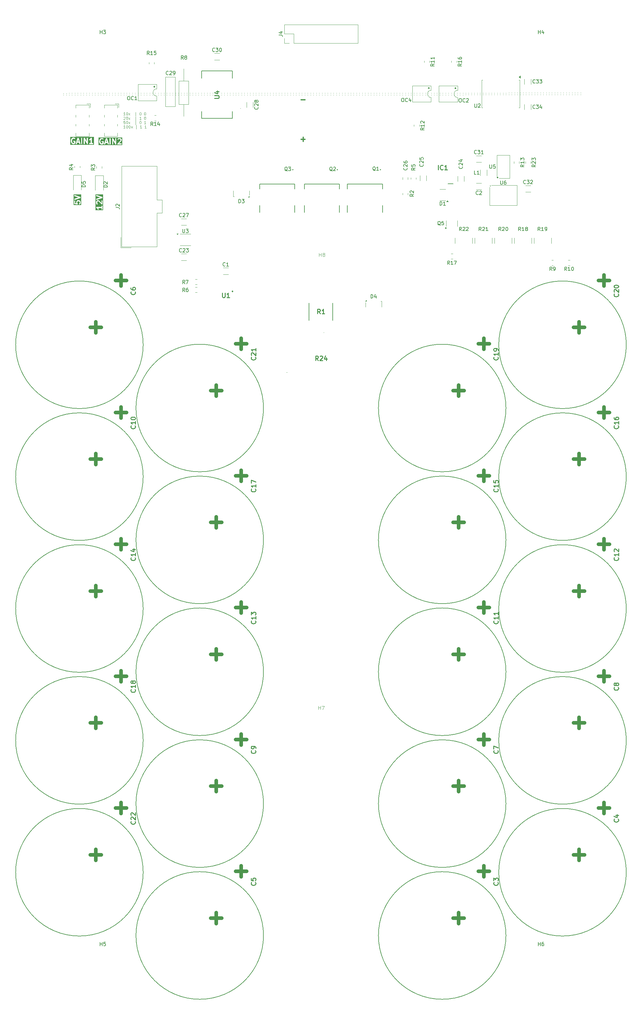
<source format=gbr>
%TF.GenerationSoftware,KiCad,Pcbnew,8.0.3*%
%TF.CreationDate,2024-09-30T04:18:30-05:00*%
%TF.ProjectId,Project Lab 4,50726f6a-6563-4742-904c-616220342e6b,rev?*%
%TF.SameCoordinates,Original*%
%TF.FileFunction,Legend,Top*%
%TF.FilePolarity,Positive*%
%FSLAX46Y46*%
G04 Gerber Fmt 4.6, Leading zero omitted, Abs format (unit mm)*
G04 Created by KiCad (PCBNEW 8.0.3) date 2024-09-30 04:18:30*
%MOMM*%
%LPD*%
G01*
G04 APERTURE LIST*
%ADD10C,0.200000*%
%ADD11C,0.300000*%
%ADD12C,0.075000*%
%ADD13C,0.254000*%
%ADD14C,1.000000*%
%ADD15C,0.100000*%
%ADD16C,0.150000*%
%ADD17C,0.120000*%
%ADD18C,0.127000*%
%ADD19C,0.250000*%
G04 APERTURE END LIST*
D10*
X466100000Y23100000D02*
X466100000Y23100000D01*
X465300000Y23099447D02*
X465300000Y23099447D01*
X464500000Y23098893D02*
X464500000Y23098893D01*
X463700001Y23098340D02*
X463700001Y23098340D01*
X462900001Y23097787D02*
X462900001Y23097787D01*
X462100001Y23097234D02*
X462100001Y23097234D01*
X461300001Y23096680D02*
X461300001Y23096680D01*
X460500001Y23096127D02*
X460500001Y23096127D01*
X459700002Y23095574D02*
X459700002Y23095574D01*
X458900002Y23095021D02*
X458900002Y23095021D01*
X458100002Y23094467D02*
X458100002Y23094467D01*
X457300002Y23093914D02*
X457300002Y23093914D01*
X456500002Y23093361D02*
X456500002Y23093361D01*
X455700002Y23092808D02*
X455700002Y23092808D01*
X454900003Y23092254D02*
X454900003Y23092254D01*
X454100003Y23091701D02*
X454100003Y23091701D01*
X453300003Y23091148D02*
X453300003Y23091148D01*
X452500003Y23090595D02*
X452500003Y23090595D01*
X451700003Y23090041D02*
X451700003Y23090041D01*
X450900004Y23089488D02*
X450900004Y23089488D01*
X450100004Y23088935D02*
X450100004Y23088935D01*
X449300004Y23088382D02*
X449300004Y23088382D01*
X448500004Y23087828D02*
X448500004Y23087828D01*
X447700004Y23087275D02*
X447700004Y23087275D01*
X446900005Y23086722D02*
X446900005Y23086722D01*
X446100005Y23086169D02*
X446100005Y23086169D01*
X445300005Y23085615D02*
X445300005Y23085615D01*
X444500005Y23085062D02*
X444500005Y23085062D01*
X443700005Y23084509D02*
X443700005Y23084509D01*
X442900006Y23083956D02*
X442900006Y23083956D01*
X442100006Y23083402D02*
X442100006Y23083402D01*
X441300006Y23082849D02*
X441300006Y23082849D01*
X440500006Y23082296D02*
X440500006Y23082296D01*
X439700006Y23081743D02*
X439700006Y23081743D01*
X438900007Y23081189D02*
X438900007Y23081189D01*
X438100007Y23080636D02*
X438100007Y23080636D01*
X437300007Y23080083D02*
X437300007Y23080083D01*
X436500007Y23079530D02*
X436500007Y23079530D01*
X435700007Y23078976D02*
X435700007Y23078976D01*
X434900007Y23078423D02*
X434900007Y23078423D01*
X434100008Y23077870D02*
X434100008Y23077870D01*
X433300008Y23077317D02*
X433300008Y23077317D01*
X432500008Y23076763D02*
X432500008Y23076763D01*
X431700008Y23076210D02*
X431700008Y23076210D01*
X430900008Y23075657D02*
X430900008Y23075657D01*
X430100009Y23075104D02*
X430100009Y23075104D01*
X429300009Y23074550D02*
X429300009Y23074550D01*
X428500009Y23073997D02*
X428500009Y23073997D01*
X427700009Y23073444D02*
X427700009Y23073444D01*
X426900009Y23072891D02*
X426900009Y23072891D01*
X426100010Y23072337D02*
X426100010Y23072337D01*
X425300010Y23071784D02*
X425300010Y23071784D01*
X424500010Y23071231D02*
X424500010Y23071231D01*
X423700010Y23070678D02*
X423700010Y23070678D01*
X422900010Y23070124D02*
X422900010Y23070124D01*
X422100011Y23069571D02*
X422100011Y23069571D01*
X421300011Y23069018D02*
X421300011Y23069018D01*
X420500011Y23068465D02*
X420500011Y23068465D01*
X419700011Y23067911D02*
X419700011Y23067911D01*
X418900011Y23067358D02*
X418900011Y23067358D01*
X418100011Y23066805D02*
X418100011Y23066805D01*
X417300012Y23066252D02*
X417300012Y23066252D01*
X416500012Y23065698D02*
X416500012Y23065698D01*
X415700012Y23065145D02*
X415700012Y23065145D01*
X414900012Y23064592D02*
X414900012Y23064592D01*
X414100012Y23064039D02*
X414100012Y23064039D01*
X413300013Y23063485D02*
X413300013Y23063485D01*
X412500013Y23062932D02*
X412500013Y23062932D01*
X411700013Y23062379D02*
X411700013Y23062379D01*
X410900013Y23061826D02*
X410900013Y23061826D01*
X410100013Y23061272D02*
X410100013Y23061272D01*
X409300014Y23060719D02*
X409300014Y23060719D01*
X408500014Y23060166D02*
X408500014Y23060166D01*
X407700014Y23059613D02*
X407700014Y23059613D01*
X406900014Y23059059D02*
X406900014Y23059059D01*
X406100014Y23058506D02*
X406100014Y23058506D01*
X405300015Y23057953D02*
X405300015Y23057953D01*
X404500015Y23057400D02*
X404500015Y23057400D01*
X403700015Y23056846D02*
X403700015Y23056846D01*
X402900015Y23056293D02*
X402900015Y23056293D01*
X402100015Y23055740D02*
X402100015Y23055740D01*
X401300015Y23055187D02*
X401300015Y23055187D01*
X400500016Y23054633D02*
X400500016Y23054633D01*
X399700016Y23054080D02*
X399700016Y23054080D01*
X398900016Y23053527D02*
X398900016Y23053527D01*
X398100016Y23052974D02*
X398100016Y23052974D01*
X397300016Y23052420D02*
X397300016Y23052420D01*
X396500017Y23051867D02*
X396500017Y23051867D01*
X395700017Y23051314D02*
X395700017Y23051314D01*
X394900017Y23050761D02*
X394900017Y23050761D01*
X394100017Y23050207D02*
X394100017Y23050207D01*
X393300017Y23049654D02*
X393300017Y23049654D01*
X392500018Y23049101D02*
X392500018Y23049101D01*
X391700018Y23048548D02*
X391700018Y23048548D01*
X390900018Y23047994D02*
X390900018Y23047994D01*
X390100018Y23047441D02*
X390100018Y23047441D01*
X389300018Y23046888D02*
X389300018Y23046888D01*
X388500019Y23046335D02*
X388500019Y23046335D01*
X387700019Y23045781D02*
X387700019Y23045781D01*
X386900019Y23045228D02*
X386900019Y23045228D01*
X386100019Y23044675D02*
X386100019Y23044675D01*
X385300019Y23044122D02*
X385300019Y23044122D01*
X384500020Y23043568D02*
X384500020Y23043568D01*
X383700020Y23043015D02*
X383700020Y23043015D01*
X382900020Y23042462D02*
X382900020Y23042462D01*
X382100020Y23041909D02*
X382100020Y23041909D01*
X381300020Y23041355D02*
X381300020Y23041355D01*
X380500020Y23040802D02*
X380500020Y23040802D01*
X379700021Y23040249D02*
X379700021Y23040249D01*
X378900021Y23039696D02*
X378900021Y23039696D01*
X378100021Y23039142D02*
X378100021Y23039142D01*
X377300021Y23038589D02*
X377300021Y23038589D01*
X376500021Y23038036D02*
X376500021Y23038036D01*
X375700022Y23037483D02*
X375700022Y23037483D01*
X374900022Y23036929D02*
X374900022Y23036929D01*
X374100022Y23036376D02*
X374100022Y23036376D01*
X373300022Y23035823D02*
X373300022Y23035823D01*
X372500022Y23035270D02*
X372500022Y23035270D01*
X371700023Y23034716D02*
X371700023Y23034716D01*
X370900023Y23034163D02*
X370900023Y23034163D01*
X370100023Y23033610D02*
X370100023Y23033610D01*
X369300023Y23033057D02*
X369300023Y23033057D01*
X368500023Y23032503D02*
X368500023Y23032503D01*
X367700024Y23031950D02*
X367700024Y23031950D01*
X366900024Y23031397D02*
X366900024Y23031397D01*
X366100024Y23030844D02*
X366100024Y23030844D01*
X365300024Y23030290D02*
X365300024Y23030290D01*
X364500024Y23029737D02*
X364500024Y23029737D01*
X363700024Y23029184D02*
X363700024Y23029184D01*
X362900025Y23028631D02*
X362900025Y23028631D01*
X362100025Y23028077D02*
X362100025Y23028077D01*
X361300025Y23027524D02*
X361300025Y23027524D01*
X360500025Y23026971D02*
X360500025Y23026971D01*
X359700025Y23026418D02*
X359700025Y23026418D01*
X358900026Y23025864D02*
X358900026Y23025864D01*
X358100026Y23025311D02*
X358100026Y23025311D01*
X357300026Y23024758D02*
X357300026Y23024758D01*
X356500026Y23024205D02*
X356500026Y23024205D01*
X355700026Y23023651D02*
X355700026Y23023651D01*
X354900027Y23023098D02*
X354900027Y23023098D01*
X354100027Y23022545D02*
X354100027Y23022545D01*
X353300027Y23021992D02*
X353300027Y23021992D01*
X352500027Y23021438D02*
X352500027Y23021438D01*
X351700027Y23020885D02*
X351700027Y23020885D01*
X350900028Y23020332D02*
X350900028Y23020332D01*
X350100028Y23019779D02*
X350100028Y23019779D01*
X349300028Y23019225D02*
X349300028Y23019225D01*
X348500028Y23018672D02*
X348500028Y23018672D01*
X347700028Y23018119D02*
X347700028Y23018119D01*
X346900029Y23017566D02*
X346900029Y23017566D01*
X346100029Y23017012D02*
X346100029Y23017012D01*
X345300029Y23016459D02*
X345300029Y23016459D01*
X344500029Y23015906D02*
X344500029Y23015906D01*
X343700029Y23015353D02*
X343700029Y23015353D01*
X342900029Y23014799D02*
X342900029Y23014799D01*
X342100030Y23014246D02*
X342100030Y23014246D01*
X341300030Y23013693D02*
X341300030Y23013693D01*
X340500030Y23013140D02*
X340500030Y23013140D01*
X339700030Y23012586D02*
X339700030Y23012586D01*
X338900030Y23012033D02*
X338900030Y23012033D01*
X338100031Y23011480D02*
X338100031Y23011480D01*
X337300031Y23010927D02*
X337300031Y23010927D01*
X336500031Y23010373D02*
X336500031Y23010373D01*
X335700031Y23009820D02*
X335700031Y23009820D01*
X334900031Y23009267D02*
X334900031Y23009267D01*
X334100032Y23008714D02*
X334100032Y23008714D01*
X333300032Y23008160D02*
X333300032Y23008160D01*
X332500032Y23007607D02*
X332500032Y23007607D01*
X331700032Y23007054D02*
X331700032Y23007054D01*
X330900032Y23006501D02*
X330900032Y23006501D01*
X330100033Y23005947D02*
X330100033Y23005947D01*
X329300033Y23005394D02*
X329300033Y23005394D01*
X328500033Y23004841D02*
X328500033Y23004841D01*
X327700033Y23004288D02*
X327700033Y23004288D01*
X326900033Y23003734D02*
X326900033Y23003734D01*
X326100033Y23003181D02*
X326100033Y23003181D01*
X325300034Y23002628D02*
X325300034Y23002628D01*
X324500034Y23002075D02*
X324500034Y23002075D01*
X323700034Y23001521D02*
X323700034Y23001521D01*
X322900034Y23000968D02*
X322900034Y23000968D01*
X322100034Y23000415D02*
X322100034Y23000415D01*
X466100000Y22600000D02*
X466100000Y22600000D01*
X465300000Y22599447D02*
X465300000Y22599447D01*
X464500000Y22598893D02*
X464500000Y22598893D01*
X463700001Y22598340D02*
X463700001Y22598340D01*
X462900001Y22597787D02*
X462900001Y22597787D01*
X462100001Y22597234D02*
X462100001Y22597234D01*
X461300001Y22596680D02*
X461300001Y22596680D01*
X460500001Y22596127D02*
X460500001Y22596127D01*
X459700002Y22595574D02*
X459700002Y22595574D01*
X458900002Y22595021D02*
X458900002Y22595021D01*
X458100002Y22594467D02*
X458100002Y22594467D01*
X457300002Y22593914D02*
X457300002Y22593914D01*
X456500002Y22593361D02*
X456500002Y22593361D01*
X455700002Y22592808D02*
X455700002Y22592808D01*
X454900003Y22592254D02*
X454900003Y22592254D01*
X454100003Y22591701D02*
X454100003Y22591701D01*
X453300003Y22591148D02*
X453300003Y22591148D01*
X452500003Y22590595D02*
X452500003Y22590595D01*
X451700003Y22590041D02*
X451700003Y22590041D01*
X450900004Y22589488D02*
X450900004Y22589488D01*
X450100004Y22588935D02*
X450100004Y22588935D01*
X449300004Y22588382D02*
X449300004Y22588382D01*
X448500004Y22587828D02*
X448500004Y22587828D01*
X447700004Y22587275D02*
X447700004Y22587275D01*
X446900005Y22586722D02*
X446900005Y22586722D01*
X446100005Y22586169D02*
X446100005Y22586169D01*
X445300005Y22585615D02*
X445300005Y22585615D01*
X444500005Y22585062D02*
X444500005Y22585062D01*
X443700005Y22584509D02*
X443700005Y22584509D01*
X442900006Y22583956D02*
X442900006Y22583956D01*
X442100006Y22583402D02*
X442100006Y22583402D01*
X441300006Y22582849D02*
X441300006Y22582849D01*
X440500006Y22582296D02*
X440500006Y22582296D01*
X439700006Y22581743D02*
X439700006Y22581743D01*
X438900007Y22581189D02*
X438900007Y22581189D01*
X438100007Y22580636D02*
X438100007Y22580636D01*
X437300007Y22580083D02*
X437300007Y22580083D01*
X436500007Y22579530D02*
X436500007Y22579530D01*
X435700007Y22578976D02*
X435700007Y22578976D01*
X434900007Y22578423D02*
X434900007Y22578423D01*
X434100008Y22577870D02*
X434100008Y22577870D01*
X433300008Y22577317D02*
X433300008Y22577317D01*
X432500008Y22576763D02*
X432500008Y22576763D01*
X431700008Y22576210D02*
X431700008Y22576210D01*
X430900008Y22575657D02*
X430900008Y22575657D01*
X430100009Y22575104D02*
X430100009Y22575104D01*
X429300009Y22574550D02*
X429300009Y22574550D01*
X428500009Y22573997D02*
X428500009Y22573997D01*
X427700009Y22573444D02*
X427700009Y22573444D01*
X426900009Y22572891D02*
X426900009Y22572891D01*
X426100010Y22572337D02*
X426100010Y22572337D01*
X425300010Y22571784D02*
X425300010Y22571784D01*
X424500010Y22571231D02*
X424500010Y22571231D01*
X423700010Y22570678D02*
X423700010Y22570678D01*
X422900010Y22570124D02*
X422900010Y22570124D01*
X422100011Y22569571D02*
X422100011Y22569571D01*
X421300011Y22569018D02*
X421300011Y22569018D01*
X420500011Y22568465D02*
X420500011Y22568465D01*
X419700011Y22567911D02*
X419700011Y22567911D01*
X418900011Y22567358D02*
X418900011Y22567358D01*
X418100011Y22566805D02*
X418100011Y22566805D01*
X417300012Y22566252D02*
X417300012Y22566252D01*
X416500012Y22565698D02*
X416500012Y22565698D01*
X415700012Y22565145D02*
X415700012Y22565145D01*
X414900012Y22564592D02*
X414900012Y22564592D01*
X414100012Y22564039D02*
X414100012Y22564039D01*
X413300013Y22563485D02*
X413300013Y22563485D01*
X412500013Y22562932D02*
X412500013Y22562932D01*
X411700013Y22562379D02*
X411700013Y22562379D01*
X410900013Y22561826D02*
X410900013Y22561826D01*
X410100013Y22561272D02*
X410100013Y22561272D01*
X409300014Y22560719D02*
X409300014Y22560719D01*
X408500014Y22560166D02*
X408500014Y22560166D01*
X407700014Y22559613D02*
X407700014Y22559613D01*
X406900014Y22559059D02*
X406900014Y22559059D01*
X406100014Y22558506D02*
X406100014Y22558506D01*
X405300015Y22557953D02*
X405300015Y22557953D01*
X404500015Y22557400D02*
X404500015Y22557400D01*
X403700015Y22556846D02*
X403700015Y22556846D01*
X402900015Y22556293D02*
X402900015Y22556293D01*
X402100015Y22555740D02*
X402100015Y22555740D01*
X401300015Y22555187D02*
X401300015Y22555187D01*
X400500016Y22554633D02*
X400500016Y22554633D01*
X399700016Y22554080D02*
X399700016Y22554080D01*
X398900016Y22553527D02*
X398900016Y22553527D01*
X398100016Y22552974D02*
X398100016Y22552974D01*
X397300016Y22552420D02*
X397300016Y22552420D01*
X396500017Y22551867D02*
X396500017Y22551867D01*
X395700017Y22551314D02*
X395700017Y22551314D01*
X394900017Y22550761D02*
X394900017Y22550761D01*
X394100017Y22550207D02*
X394100017Y22550207D01*
X393300017Y22549654D02*
X393300017Y22549654D01*
X392500018Y22549101D02*
X392500018Y22549101D01*
X391700018Y22548548D02*
X391700018Y22548548D01*
X390900018Y22547994D02*
X390900018Y22547994D01*
X390100018Y22547441D02*
X390100018Y22547441D01*
X389300018Y22546888D02*
X389300018Y22546888D01*
X388500019Y22546335D02*
X388500019Y22546335D01*
X387700019Y22545781D02*
X387700019Y22545781D01*
X386900019Y22545228D02*
X386900019Y22545228D01*
X386100019Y22544675D02*
X386100019Y22544675D01*
X385300019Y22544122D02*
X385300019Y22544122D01*
X384500020Y22543568D02*
X384500020Y22543568D01*
X383700020Y22543015D02*
X383700020Y22543015D01*
X382900020Y22542462D02*
X382900020Y22542462D01*
X382100020Y22541909D02*
X382100020Y22541909D01*
X381300020Y22541355D02*
X381300020Y22541355D01*
X380500020Y22540802D02*
X380500020Y22540802D01*
X379700021Y22540249D02*
X379700021Y22540249D01*
X378900021Y22539696D02*
X378900021Y22539696D01*
X378100021Y22539142D02*
X378100021Y22539142D01*
X377300021Y22538589D02*
X377300021Y22538589D01*
X376500021Y22538036D02*
X376500021Y22538036D01*
X375700022Y22537483D02*
X375700022Y22537483D01*
X374900022Y22536929D02*
X374900022Y22536929D01*
X374100022Y22536376D02*
X374100022Y22536376D01*
X373300022Y22535823D02*
X373300022Y22535823D01*
X372500022Y22535270D02*
X372500022Y22535270D01*
X371700023Y22534716D02*
X371700023Y22534716D01*
X370900023Y22534163D02*
X370900023Y22534163D01*
X370100023Y22533610D02*
X370100023Y22533610D01*
X369300023Y22533057D02*
X369300023Y22533057D01*
X368500023Y22532503D02*
X368500023Y22532503D01*
X367700024Y22531950D02*
X367700024Y22531950D01*
X366900024Y22531397D02*
X366900024Y22531397D01*
X366100024Y22530844D02*
X366100024Y22530844D01*
X365300024Y22530290D02*
X365300024Y22530290D01*
X364500024Y22529737D02*
X364500024Y22529737D01*
X363700024Y22529184D02*
X363700024Y22529184D01*
X362900025Y22528631D02*
X362900025Y22528631D01*
X362100025Y22528077D02*
X362100025Y22528077D01*
X361300025Y22527524D02*
X361300025Y22527524D01*
X360500025Y22526971D02*
X360500025Y22526971D01*
X359700025Y22526418D02*
X359700025Y22526418D01*
X358900026Y22525864D02*
X358900026Y22525864D01*
X358100026Y22525311D02*
X358100026Y22525311D01*
X357300026Y22524758D02*
X357300026Y22524758D01*
X356500026Y22524205D02*
X356500026Y22524205D01*
X355700026Y22523651D02*
X355700026Y22523651D01*
X354900027Y22523098D02*
X354900027Y22523098D01*
X354100027Y22522545D02*
X354100027Y22522545D01*
X353300027Y22521992D02*
X353300027Y22521992D01*
X352500027Y22521438D02*
X352500027Y22521438D01*
X351700027Y22520885D02*
X351700027Y22520885D01*
X350900028Y22520332D02*
X350900028Y22520332D01*
X350100028Y22519779D02*
X350100028Y22519779D01*
X349300028Y22519225D02*
X349300028Y22519225D01*
X348500028Y22518672D02*
X348500028Y22518672D01*
X347700028Y22518119D02*
X347700028Y22518119D01*
X346900029Y22517566D02*
X346900029Y22517566D01*
X346100029Y22517012D02*
X346100029Y22517012D01*
X345300029Y22516459D02*
X345300029Y22516459D01*
X344500029Y22515906D02*
X344500029Y22515906D01*
X343700029Y22515353D02*
X343700029Y22515353D01*
X342900029Y22514799D02*
X342900029Y22514799D01*
X342100030Y22514246D02*
X342100030Y22514246D01*
X341300030Y22513693D02*
X341300030Y22513693D01*
X340500030Y22513140D02*
X340500030Y22513140D01*
X339700030Y22512586D02*
X339700030Y22512586D01*
X338900030Y22512033D02*
X338900030Y22512033D01*
X338100031Y22511480D02*
X338100031Y22511480D01*
X337300031Y22510927D02*
X337300031Y22510927D01*
X336500031Y22510373D02*
X336500031Y22510373D01*
X335700031Y22509820D02*
X335700031Y22509820D01*
X334900031Y22509267D02*
X334900031Y22509267D01*
X334100032Y22508714D02*
X334100032Y22508714D01*
X333300032Y22508160D02*
X333300032Y22508160D01*
X332500032Y22507607D02*
X332500032Y22507607D01*
X331700032Y22507054D02*
X331700032Y22507054D01*
X330900032Y22506501D02*
X330900032Y22506501D01*
X330100033Y22505947D02*
X330100033Y22505947D01*
X329300033Y22505394D02*
X329300033Y22505394D01*
X328500033Y22504841D02*
X328500033Y22504841D01*
X327700033Y22504288D02*
X327700033Y22504288D01*
X326900033Y22503734D02*
X326900033Y22503734D01*
X326100033Y22503181D02*
X326100033Y22503181D01*
X325300034Y22502628D02*
X325300034Y22502628D01*
X324500034Y22502075D02*
X324500034Y22502075D01*
X323700034Y22501521D02*
X323700034Y22501521D01*
X322900034Y22500968D02*
X322900034Y22500968D01*
X322100034Y22500415D02*
X322100034Y22500415D01*
D11*
G36*
X326291261Y9576943D02*
G01*
X325989299Y9575772D01*
X326139574Y10029302D01*
X326291261Y9576943D01*
G37*
G36*
X330525439Y8682504D02*
G01*
X323966415Y8682504D01*
X323966415Y9856314D01*
X324133082Y9856314D01*
X324135523Y9649956D01*
X324133259Y9634737D01*
X324135916Y9616766D01*
X324135964Y9612764D01*
X324136811Y9610719D01*
X324137561Y9605648D01*
X324208818Y9331027D01*
X324209837Y9316695D01*
X324218225Y9294774D01*
X324218882Y9292243D01*
X324219526Y9291372D01*
X324220346Y9289232D01*
X324294355Y9146689D01*
X324301218Y9130122D01*
X324305953Y9124351D01*
X324307440Y9121489D01*
X324310433Y9118892D01*
X324319873Y9107391D01*
X324448789Y8981647D01*
X324450296Y8978634D01*
X324464577Y8966247D01*
X324485460Y8945879D01*
X324490441Y8943815D01*
X324494511Y8940286D01*
X324521362Y8928298D01*
X324735982Y8859440D01*
X324753818Y8852053D01*
X324761309Y8851315D01*
X324764321Y8850349D01*
X324768270Y8850629D01*
X324783082Y8849171D01*
X324927297Y8851585D01*
X324944700Y8850349D01*
X324951954Y8851998D01*
X324955203Y8852053D01*
X324958865Y8853570D01*
X324973373Y8856869D01*
X325165934Y8923482D01*
X325169488Y8923482D01*
X325187495Y8930940D01*
X325214510Y8940286D01*
X325218580Y8943816D01*
X325223560Y8945879D01*
X325246291Y8964534D01*
X325297378Y9017932D01*
X325491403Y9017932D01*
X325495552Y8959551D01*
X325521726Y8907204D01*
X325565940Y8868857D01*
X325621464Y8850349D01*
X325679845Y8854498D01*
X325732192Y8880672D01*
X325770539Y8924886D01*
X325782527Y8951737D01*
X325890685Y9278159D01*
X326390800Y9280097D01*
X326509911Y8924886D01*
X326548258Y8880671D01*
X326600606Y8854498D01*
X326658986Y8850348D01*
X326714510Y8868857D01*
X326758724Y8907204D01*
X326784898Y8959551D01*
X326789048Y9017931D01*
X326782528Y9046605D01*
X326295448Y10499171D01*
X326990224Y10499171D01*
X326993106Y8969907D01*
X327015504Y8915835D01*
X327056888Y8874451D01*
X327110960Y8852053D01*
X327169488Y8852053D01*
X327223560Y8874451D01*
X327264944Y8915835D01*
X327287342Y8969907D01*
X327290224Y8999171D01*
X327287397Y10499171D01*
X327704510Y10499171D01*
X327707392Y8969907D01*
X327729790Y8915835D01*
X327771174Y8874451D01*
X327825246Y8852053D01*
X327883774Y8852053D01*
X327937846Y8874451D01*
X327979230Y8915835D01*
X328001628Y8969907D01*
X328004510Y8999171D01*
X328002738Y9939287D01*
X328579487Y8933809D01*
X328586933Y8915835D01*
X328593651Y8909116D01*
X328598438Y8900772D01*
X328614211Y8888556D01*
X328628317Y8874451D01*
X328637150Y8870792D01*
X328644712Y8864936D01*
X328663960Y8859686D01*
X328682389Y8852053D01*
X328691951Y8852053D01*
X328701176Y8849537D01*
X328720967Y8852053D01*
X328740917Y8852053D01*
X328749750Y8855712D01*
X328759236Y8856918D01*
X328776558Y8866816D01*
X328794989Y8874451D01*
X328801749Y8881211D01*
X328810052Y8885956D01*
X328822265Y8901727D01*
X328836373Y8915835D01*
X328840032Y8924670D01*
X328845887Y8932230D01*
X328851135Y8951474D01*
X328858771Y8969907D01*
X328860244Y8984871D01*
X328861287Y8988693D01*
X328860911Y8991644D01*
X328861653Y8999171D01*
X328859598Y10089362D01*
X329205689Y10089362D01*
X329209837Y10030982D01*
X329236012Y9978633D01*
X329280227Y9940286D01*
X329335749Y9921778D01*
X329394129Y9925926D01*
X329421593Y9936436D01*
X329564134Y10010444D01*
X329580703Y10017307D01*
X329586473Y10022042D01*
X329589336Y10023529D01*
X329591932Y10026522D01*
X329603434Y10035962D01*
X329633896Y10067192D01*
X329635629Y9147298D01*
X329325247Y9146289D01*
X329271175Y9123891D01*
X329229791Y9082507D01*
X329207393Y9028435D01*
X329207393Y8969907D01*
X329229791Y8915835D01*
X329271175Y8874451D01*
X329325247Y8852053D01*
X329354511Y8849171D01*
X330240918Y8852053D01*
X330294990Y8874451D01*
X330336374Y8915835D01*
X330358772Y8969907D01*
X330358772Y9028435D01*
X330336374Y9082507D01*
X330294990Y9123891D01*
X330240918Y9146289D01*
X330211654Y9149171D01*
X329932801Y9148264D01*
X329930281Y10485171D01*
X329933082Y10499329D01*
X329930227Y10513598D01*
X329930200Y10528435D01*
X329924516Y10542155D01*
X329921604Y10556718D01*
X329913425Y10568930D01*
X329907802Y10582507D01*
X329897303Y10593005D01*
X329889038Y10605348D01*
X329876807Y10613502D01*
X329866418Y10623891D01*
X329852699Y10629573D01*
X329840339Y10637814D01*
X329825920Y10640666D01*
X329812346Y10646289D01*
X329797495Y10646289D01*
X329782925Y10649171D01*
X329768515Y10646289D01*
X329753818Y10646289D01*
X329740096Y10640605D01*
X329725535Y10637693D01*
X329713322Y10629514D01*
X329699746Y10623891D01*
X329689247Y10613392D01*
X329676905Y10605127D01*
X329658473Y10582618D01*
X329658362Y10582507D01*
X329658341Y10582456D01*
X329658275Y10582376D01*
X329531923Y10388659D01*
X329413952Y10267711D01*
X329262544Y10189099D01*
X329224197Y10144884D01*
X329205689Y10089362D01*
X328859598Y10089362D01*
X328858771Y10528435D01*
X328836373Y10582507D01*
X328794989Y10623891D01*
X328740917Y10646289D01*
X328682389Y10646289D01*
X328628317Y10623891D01*
X328586933Y10582507D01*
X328564535Y10528435D01*
X328561653Y10499171D01*
X328563424Y9559055D01*
X327986675Y10564532D01*
X327979230Y10582507D01*
X327972511Y10589225D01*
X327967725Y10597570D01*
X327951953Y10609783D01*
X327937846Y10623891D01*
X327929010Y10627550D01*
X327921451Y10633405D01*
X327902206Y10638653D01*
X327883774Y10646289D01*
X327874212Y10646289D01*
X327864987Y10648805D01*
X327845196Y10646289D01*
X327825246Y10646289D01*
X327816412Y10642629D01*
X327806927Y10641424D01*
X327789604Y10631525D01*
X327771174Y10623891D01*
X327764413Y10617130D01*
X327756111Y10612386D01*
X327743897Y10596614D01*
X327729790Y10582507D01*
X327726130Y10573671D01*
X327720276Y10566112D01*
X327715027Y10546867D01*
X327707392Y10528435D01*
X327705918Y10513468D01*
X327704876Y10509648D01*
X327705251Y10506696D01*
X327704510Y10499171D01*
X327287397Y10499171D01*
X327287342Y10528435D01*
X327264944Y10582507D01*
X327223560Y10623891D01*
X327169488Y10646289D01*
X327110960Y10646289D01*
X327056888Y10623891D01*
X327015504Y10582507D01*
X326993106Y10528435D01*
X326990224Y10499171D01*
X326295448Y10499171D01*
X326285633Y10528440D01*
X326284898Y10538791D01*
X326276594Y10555398D01*
X326270539Y10573456D01*
X326263516Y10581552D01*
X326258724Y10591138D01*
X326244515Y10603461D01*
X326232192Y10617670D01*
X326222606Y10622462D01*
X326214510Y10629485D01*
X326196666Y10635433D01*
X326179845Y10643844D01*
X326169156Y10644603D01*
X326158986Y10647994D01*
X326140220Y10646660D01*
X326121464Y10647993D01*
X326111296Y10644603D01*
X326100606Y10643844D01*
X326083782Y10635432D01*
X326065940Y10629485D01*
X326057845Y10622464D01*
X326048258Y10617671D01*
X326035932Y10603459D01*
X326021726Y10591138D01*
X326016933Y10581553D01*
X326009911Y10573456D01*
X325997923Y10546605D01*
X325640584Y9468160D01*
X325635964Y9457006D01*
X325635964Y9454215D01*
X325491403Y9017932D01*
X325297378Y9017932D01*
X325336374Y9058692D01*
X325349077Y9089361D01*
X325358771Y9112764D01*
X325361653Y9142028D01*
X325358771Y9671292D01*
X325336373Y9725364D01*
X325294989Y9766748D01*
X325240917Y9789146D01*
X325211653Y9792028D01*
X324896675Y9789146D01*
X324842603Y9766748D01*
X324801219Y9725364D01*
X324778821Y9671292D01*
X324778821Y9612764D01*
X324801219Y9558692D01*
X324842603Y9517308D01*
X324896675Y9494910D01*
X324925939Y9492028D01*
X325062462Y9493277D01*
X325064034Y9204661D01*
X325061593Y9202110D01*
X324907676Y9148865D01*
X324812448Y9147270D01*
X324652333Y9198639D01*
X324551623Y9296870D01*
X324498192Y9399778D01*
X324432974Y9651125D01*
X324430865Y9829338D01*
X324491225Y10080249D01*
X324545108Y10192252D01*
X324646071Y10295762D01*
X324801075Y10349383D01*
X324958879Y10351251D01*
X325100606Y10283069D01*
X325158986Y10278920D01*
X325214508Y10297427D01*
X325258724Y10335774D01*
X325284898Y10388123D01*
X325289047Y10446503D01*
X325270539Y10502026D01*
X325232193Y10546241D01*
X325207307Y10561906D01*
X325082782Y10621812D01*
X325080704Y10623891D01*
X325064572Y10630572D01*
X325036987Y10643844D01*
X325031612Y10644225D01*
X325026632Y10646289D01*
X324997368Y10649171D01*
X324783376Y10646638D01*
X324764321Y10647993D01*
X324756992Y10646326D01*
X324753818Y10646289D01*
X324750156Y10644772D01*
X324735647Y10641473D01*
X324543087Y10574860D01*
X324539533Y10574860D01*
X324521524Y10567400D01*
X324494511Y10558056D01*
X324490441Y10554526D01*
X324485460Y10552463D01*
X324462730Y10533808D01*
X324321708Y10389227D01*
X324307440Y10376853D01*
X324303439Y10370497D01*
X324301218Y10368220D01*
X324299702Y10364560D01*
X324291775Y10351967D01*
X324226632Y10216559D01*
X324218882Y10206099D01*
X324211038Y10184144D01*
X324209837Y10181647D01*
X324209760Y10180566D01*
X324208989Y10178408D01*
X324142120Y9900439D01*
X324135964Y9885578D01*
X324134175Y9867412D01*
X324133259Y9863605D01*
X324133584Y9861417D01*
X324133082Y9856314D01*
X323966415Y9856314D01*
X323966415Y10815838D01*
X330525439Y10815838D01*
X330525439Y8682504D01*
G37*
G36*
X327013495Y-8104313D02*
G01*
X324880161Y-8104313D01*
X324880161Y-7002632D01*
X325046828Y-7002632D01*
X325049573Y-7710944D01*
X325047528Y-7731398D01*
X325049680Y-7738531D01*
X325049710Y-7746182D01*
X325058101Y-7766441D01*
X325064435Y-7787430D01*
X325069216Y-7793274D01*
X325072108Y-7800254D01*
X325087613Y-7815759D01*
X325101496Y-7832727D01*
X325108151Y-7836297D01*
X325113492Y-7841638D01*
X325133749Y-7850029D01*
X325153071Y-7860394D01*
X325164118Y-7862608D01*
X325167564Y-7864036D01*
X325171238Y-7864036D01*
X325181903Y-7866174D01*
X325875496Y-7932831D01*
X325881852Y-7935464D01*
X325902885Y-7935463D01*
X325925594Y-7937646D01*
X325932828Y-7935463D01*
X325940378Y-7935463D01*
X325960631Y-7927073D01*
X325981626Y-7920739D01*
X325987470Y-7915956D01*
X325994450Y-7913066D01*
X326009956Y-7897558D01*
X326026922Y-7883678D01*
X326030492Y-7877022D01*
X326035835Y-7871680D01*
X326044225Y-7851422D01*
X326054590Y-7832103D01*
X326055341Y-7824586D01*
X326058232Y-7817608D01*
X326058231Y-7795682D01*
X326060413Y-7773866D01*
X326058231Y-7766634D01*
X326058231Y-7759082D01*
X326049840Y-7738825D01*
X326043507Y-7717834D01*
X326038724Y-7711988D01*
X326035834Y-7705010D01*
X326017179Y-7682279D01*
X325964552Y-7631931D01*
X325918020Y-7542309D01*
X325915884Y-7256013D01*
X325959109Y-7166164D01*
X325996099Y-7127500D01*
X326085724Y-7080966D01*
X326372018Y-7078830D01*
X326461866Y-7122055D01*
X326500531Y-7159046D01*
X326547064Y-7248670D01*
X326549200Y-7534965D01*
X326505975Y-7624814D01*
X326429251Y-7705010D01*
X326406853Y-7759082D01*
X326406853Y-7817608D01*
X326429250Y-7871680D01*
X326470635Y-7913066D01*
X326524707Y-7935464D01*
X326583233Y-7935464D01*
X326637305Y-7913067D01*
X326660036Y-7894413D01*
X326731937Y-7819259D01*
X326743899Y-7808885D01*
X326747816Y-7802661D01*
X326750120Y-7800254D01*
X326751635Y-7796594D01*
X326759564Y-7784000D01*
X326819470Y-7659474D01*
X326821548Y-7657397D01*
X326828226Y-7641274D01*
X326841502Y-7613679D01*
X326841883Y-7608303D01*
X326843946Y-7603325D01*
X326846828Y-7574061D01*
X326844333Y-7239628D01*
X326845650Y-7235680D01*
X326844146Y-7214517D01*
X326843946Y-7187654D01*
X326841883Y-7182675D01*
X326841502Y-7177300D01*
X326830992Y-7149837D01*
X326756986Y-7007299D01*
X326750121Y-6990726D01*
X326745383Y-6984953D01*
X326743899Y-6982094D01*
X326740907Y-6979499D01*
X326731466Y-6967995D01*
X326656315Y-6896097D01*
X326645939Y-6884133D01*
X326639713Y-6880214D01*
X326637306Y-6877911D01*
X326633646Y-6876395D01*
X326621053Y-6868468D01*
X326496528Y-6808561D01*
X326494450Y-6806483D01*
X326478318Y-6799801D01*
X326450733Y-6786530D01*
X326445358Y-6786148D01*
X326440378Y-6784085D01*
X326411114Y-6781203D01*
X326076681Y-6783697D01*
X326072732Y-6782381D01*
X326051574Y-6783884D01*
X326024707Y-6784085D01*
X326019726Y-6786148D01*
X326014352Y-6786530D01*
X325986888Y-6797039D01*
X325844345Y-6871048D01*
X325827779Y-6877911D01*
X325822008Y-6882646D01*
X325819146Y-6884133D01*
X325816549Y-6887127D01*
X325805048Y-6896566D01*
X325733150Y-6971716D01*
X325721186Y-6982093D01*
X325717267Y-6988318D01*
X325714964Y-6990726D01*
X325713448Y-6994385D01*
X325705521Y-7006979D01*
X325645614Y-7131504D01*
X325643537Y-7133582D01*
X325636858Y-7149704D01*
X325623583Y-7177300D01*
X325623201Y-7182675D01*
X325621139Y-7187654D01*
X325618257Y-7216918D01*
X325620751Y-7551350D01*
X325619435Y-7555299D01*
X325620938Y-7576461D01*
X325621139Y-7603325D01*
X325623201Y-7608303D01*
X325623321Y-7609997D01*
X325346310Y-7583375D01*
X325343946Y-6973368D01*
X325321548Y-6919296D01*
X325280164Y-6877912D01*
X325226092Y-6855514D01*
X325167564Y-6855514D01*
X325113492Y-6877912D01*
X325072108Y-6919296D01*
X325049710Y-6973368D01*
X325046828Y-7002632D01*
X324880161Y-7002632D01*
X324880161Y-5483871D01*
X325048006Y-5483871D01*
X325052155Y-5542252D01*
X325078329Y-5594599D01*
X325122543Y-5632946D01*
X325149394Y-5644934D01*
X326226958Y-6001981D01*
X325122543Y-6372318D01*
X325078329Y-6410665D01*
X325052155Y-6463012D01*
X325048006Y-6521393D01*
X325066514Y-6576917D01*
X325104861Y-6621131D01*
X325157208Y-6647305D01*
X325215589Y-6651454D01*
X325244262Y-6644934D01*
X326726097Y-6148040D01*
X326736448Y-6147305D01*
X326753055Y-6139001D01*
X326771113Y-6132946D01*
X326779210Y-6125923D01*
X326788795Y-6121131D01*
X326801116Y-6106924D01*
X326815328Y-6094599D01*
X326820121Y-6085011D01*
X326827142Y-6076917D01*
X326833090Y-6059072D01*
X326841501Y-6042251D01*
X326842260Y-6031563D01*
X326845651Y-6021393D01*
X326844317Y-6002632D01*
X326845651Y-5983871D01*
X326842260Y-5973700D01*
X326841501Y-5963013D01*
X326833090Y-5946191D01*
X326827142Y-5928347D01*
X326820121Y-5920252D01*
X326815328Y-5910665D01*
X326801116Y-5898339D01*
X326788795Y-5884133D01*
X326779210Y-5879340D01*
X326771113Y-5872318D01*
X326744262Y-5860330D01*
X325215589Y-5353810D01*
X325157208Y-5357959D01*
X325104861Y-5384133D01*
X325066514Y-5428347D01*
X325048006Y-5483871D01*
X324880161Y-5483871D01*
X324880161Y-5187143D01*
X327013495Y-5187143D01*
X327013495Y-8104313D01*
G37*
X389345489Y21170600D02*
X388202632Y21170600D01*
D12*
X339220770Y16918059D02*
X338792199Y16918059D01*
X339006484Y16918059D02*
X339006484Y17668059D01*
X339006484Y17668059D02*
X338935056Y17560916D01*
X338935056Y17560916D02*
X338863627Y17489488D01*
X338863627Y17489488D02*
X338792199Y17453774D01*
X339685056Y17668059D02*
X339756485Y17668059D01*
X339756485Y17668059D02*
X339827913Y17632345D01*
X339827913Y17632345D02*
X339863628Y17596631D01*
X339863628Y17596631D02*
X339899342Y17525202D01*
X339899342Y17525202D02*
X339935056Y17382345D01*
X339935056Y17382345D02*
X339935056Y17203774D01*
X339935056Y17203774D02*
X339899342Y17060916D01*
X339899342Y17060916D02*
X339863628Y16989488D01*
X339863628Y16989488D02*
X339827913Y16953774D01*
X339827913Y16953774D02*
X339756485Y16918059D01*
X339756485Y16918059D02*
X339685056Y16918059D01*
X339685056Y16918059D02*
X339613628Y16953774D01*
X339613628Y16953774D02*
X339577913Y16989488D01*
X339577913Y16989488D02*
X339542199Y17060916D01*
X339542199Y17060916D02*
X339506485Y17203774D01*
X339506485Y17203774D02*
X339506485Y17382345D01*
X339506485Y17382345D02*
X339542199Y17525202D01*
X339542199Y17525202D02*
X339577913Y17596631D01*
X339577913Y17596631D02*
X339613628Y17632345D01*
X339613628Y17632345D02*
X339685056Y17668059D01*
X340185056Y16918059D02*
X340577914Y17418059D01*
X340185056Y17418059D02*
X340577914Y16918059D01*
X342185057Y16668059D02*
X342185057Y17739488D01*
X343435058Y17668059D02*
X343506487Y17668059D01*
X343506487Y17668059D02*
X343577915Y17632345D01*
X343577915Y17632345D02*
X343613630Y17596631D01*
X343613630Y17596631D02*
X343649344Y17525202D01*
X343649344Y17525202D02*
X343685058Y17382345D01*
X343685058Y17382345D02*
X343685058Y17203774D01*
X343685058Y17203774D02*
X343649344Y17060916D01*
X343649344Y17060916D02*
X343613630Y16989488D01*
X343613630Y16989488D02*
X343577915Y16953774D01*
X343577915Y16953774D02*
X343506487Y16918059D01*
X343506487Y16918059D02*
X343435058Y16918059D01*
X343435058Y16918059D02*
X343363630Y16953774D01*
X343363630Y16953774D02*
X343327915Y16989488D01*
X343327915Y16989488D02*
X343292201Y17060916D01*
X343292201Y17060916D02*
X343256487Y17203774D01*
X343256487Y17203774D02*
X343256487Y17382345D01*
X343256487Y17382345D02*
X343292201Y17525202D01*
X343292201Y17525202D02*
X343327915Y17596631D01*
X343327915Y17596631D02*
X343363630Y17632345D01*
X343363630Y17632345D02*
X343435058Y17668059D01*
X344720773Y17668059D02*
X344792202Y17668059D01*
X344792202Y17668059D02*
X344863630Y17632345D01*
X344863630Y17632345D02*
X344899345Y17596631D01*
X344899345Y17596631D02*
X344935059Y17525202D01*
X344935059Y17525202D02*
X344970773Y17382345D01*
X344970773Y17382345D02*
X344970773Y17203774D01*
X344970773Y17203774D02*
X344935059Y17060916D01*
X344935059Y17060916D02*
X344899345Y16989488D01*
X344899345Y16989488D02*
X344863630Y16953774D01*
X344863630Y16953774D02*
X344792202Y16918059D01*
X344792202Y16918059D02*
X344720773Y16918059D01*
X344720773Y16918059D02*
X344649345Y16953774D01*
X344649345Y16953774D02*
X344613630Y16989488D01*
X344613630Y16989488D02*
X344577916Y17060916D01*
X344577916Y17060916D02*
X344542202Y17203774D01*
X344542202Y17203774D02*
X344542202Y17382345D01*
X344542202Y17382345D02*
X344577916Y17525202D01*
X344577916Y17525202D02*
X344613630Y17596631D01*
X344613630Y17596631D02*
X344649345Y17632345D01*
X344649345Y17632345D02*
X344720773Y17668059D01*
X338792199Y16389173D02*
X338827913Y16424887D01*
X338827913Y16424887D02*
X338899342Y16460601D01*
X338899342Y16460601D02*
X339077913Y16460601D01*
X339077913Y16460601D02*
X339149342Y16424887D01*
X339149342Y16424887D02*
X339185056Y16389173D01*
X339185056Y16389173D02*
X339220770Y16317744D01*
X339220770Y16317744D02*
X339220770Y16246316D01*
X339220770Y16246316D02*
X339185056Y16139173D01*
X339185056Y16139173D02*
X338756484Y15710601D01*
X338756484Y15710601D02*
X339220770Y15710601D01*
X339685056Y16460601D02*
X339756485Y16460601D01*
X339756485Y16460601D02*
X339827913Y16424887D01*
X339827913Y16424887D02*
X339863628Y16389173D01*
X339863628Y16389173D02*
X339899342Y16317744D01*
X339899342Y16317744D02*
X339935056Y16174887D01*
X339935056Y16174887D02*
X339935056Y15996316D01*
X339935056Y15996316D02*
X339899342Y15853458D01*
X339899342Y15853458D02*
X339863628Y15782030D01*
X339863628Y15782030D02*
X339827913Y15746316D01*
X339827913Y15746316D02*
X339756485Y15710601D01*
X339756485Y15710601D02*
X339685056Y15710601D01*
X339685056Y15710601D02*
X339613628Y15746316D01*
X339613628Y15746316D02*
X339577913Y15782030D01*
X339577913Y15782030D02*
X339542199Y15853458D01*
X339542199Y15853458D02*
X339506485Y15996316D01*
X339506485Y15996316D02*
X339506485Y16174887D01*
X339506485Y16174887D02*
X339542199Y16317744D01*
X339542199Y16317744D02*
X339577913Y16389173D01*
X339577913Y16389173D02*
X339613628Y16424887D01*
X339613628Y16424887D02*
X339685056Y16460601D01*
X340185056Y15710601D02*
X340577914Y16210601D01*
X340185056Y16210601D02*
X340577914Y15710601D01*
X342185057Y15460601D02*
X342185057Y16532030D01*
X343685058Y15710601D02*
X343256487Y15710601D01*
X343470772Y15710601D02*
X343470772Y16460601D01*
X343470772Y16460601D02*
X343399344Y16353458D01*
X343399344Y16353458D02*
X343327915Y16282030D01*
X343327915Y16282030D02*
X343256487Y16246316D01*
X344720773Y16460601D02*
X344792202Y16460601D01*
X344792202Y16460601D02*
X344863630Y16424887D01*
X344863630Y16424887D02*
X344899345Y16389173D01*
X344899345Y16389173D02*
X344935059Y16317744D01*
X344935059Y16317744D02*
X344970773Y16174887D01*
X344970773Y16174887D02*
X344970773Y15996316D01*
X344970773Y15996316D02*
X344935059Y15853458D01*
X344935059Y15853458D02*
X344899345Y15782030D01*
X344899345Y15782030D02*
X344863630Y15746316D01*
X344863630Y15746316D02*
X344792202Y15710601D01*
X344792202Y15710601D02*
X344720773Y15710601D01*
X344720773Y15710601D02*
X344649345Y15746316D01*
X344649345Y15746316D02*
X344613630Y15782030D01*
X344613630Y15782030D02*
X344577916Y15853458D01*
X344577916Y15853458D02*
X344542202Y15996316D01*
X344542202Y15996316D02*
X344542202Y16174887D01*
X344542202Y16174887D02*
X344577916Y16317744D01*
X344577916Y16317744D02*
X344613630Y16389173D01*
X344613630Y16389173D02*
X344649345Y16424887D01*
X344649345Y16424887D02*
X344720773Y16460601D01*
X339185056Y15253143D02*
X338827913Y15253143D01*
X338827913Y15253143D02*
X338792199Y14896000D01*
X338792199Y14896000D02*
X338827913Y14931715D01*
X338827913Y14931715D02*
X338899342Y14967429D01*
X338899342Y14967429D02*
X339077913Y14967429D01*
X339077913Y14967429D02*
X339149342Y14931715D01*
X339149342Y14931715D02*
X339185056Y14896000D01*
X339185056Y14896000D02*
X339220770Y14824572D01*
X339220770Y14824572D02*
X339220770Y14646000D01*
X339220770Y14646000D02*
X339185056Y14574572D01*
X339185056Y14574572D02*
X339149342Y14538858D01*
X339149342Y14538858D02*
X339077913Y14503143D01*
X339077913Y14503143D02*
X338899342Y14503143D01*
X338899342Y14503143D02*
X338827913Y14538858D01*
X338827913Y14538858D02*
X338792199Y14574572D01*
X339685056Y15253143D02*
X339756485Y15253143D01*
X339756485Y15253143D02*
X339827913Y15217429D01*
X339827913Y15217429D02*
X339863628Y15181715D01*
X339863628Y15181715D02*
X339899342Y15110286D01*
X339899342Y15110286D02*
X339935056Y14967429D01*
X339935056Y14967429D02*
X339935056Y14788858D01*
X339935056Y14788858D02*
X339899342Y14646000D01*
X339899342Y14646000D02*
X339863628Y14574572D01*
X339863628Y14574572D02*
X339827913Y14538858D01*
X339827913Y14538858D02*
X339756485Y14503143D01*
X339756485Y14503143D02*
X339685056Y14503143D01*
X339685056Y14503143D02*
X339613628Y14538858D01*
X339613628Y14538858D02*
X339577913Y14574572D01*
X339577913Y14574572D02*
X339542199Y14646000D01*
X339542199Y14646000D02*
X339506485Y14788858D01*
X339506485Y14788858D02*
X339506485Y14967429D01*
X339506485Y14967429D02*
X339542199Y15110286D01*
X339542199Y15110286D02*
X339577913Y15181715D01*
X339577913Y15181715D02*
X339613628Y15217429D01*
X339613628Y15217429D02*
X339685056Y15253143D01*
X340185056Y14503143D02*
X340577914Y15003143D01*
X340185056Y15003143D02*
X340577914Y14503143D01*
X342185057Y14253143D02*
X342185057Y15324572D01*
X343435058Y15253143D02*
X343506487Y15253143D01*
X343506487Y15253143D02*
X343577915Y15217429D01*
X343577915Y15217429D02*
X343613630Y15181715D01*
X343613630Y15181715D02*
X343649344Y15110286D01*
X343649344Y15110286D02*
X343685058Y14967429D01*
X343685058Y14967429D02*
X343685058Y14788858D01*
X343685058Y14788858D02*
X343649344Y14646000D01*
X343649344Y14646000D02*
X343613630Y14574572D01*
X343613630Y14574572D02*
X343577915Y14538858D01*
X343577915Y14538858D02*
X343506487Y14503143D01*
X343506487Y14503143D02*
X343435058Y14503143D01*
X343435058Y14503143D02*
X343363630Y14538858D01*
X343363630Y14538858D02*
X343327915Y14574572D01*
X343327915Y14574572D02*
X343292201Y14646000D01*
X343292201Y14646000D02*
X343256487Y14788858D01*
X343256487Y14788858D02*
X343256487Y14967429D01*
X343256487Y14967429D02*
X343292201Y15110286D01*
X343292201Y15110286D02*
X343327915Y15181715D01*
X343327915Y15181715D02*
X343363630Y15217429D01*
X343363630Y15217429D02*
X343435058Y15253143D01*
X344970773Y14503143D02*
X344542202Y14503143D01*
X344756487Y14503143D02*
X344756487Y15253143D01*
X344756487Y15253143D02*
X344685059Y15146000D01*
X344685059Y15146000D02*
X344613630Y15074572D01*
X344613630Y15074572D02*
X344542202Y15038858D01*
X339220770Y13295685D02*
X338792199Y13295685D01*
X339006484Y13295685D02*
X339006484Y14045685D01*
X339006484Y14045685D02*
X338935056Y13938542D01*
X338935056Y13938542D02*
X338863627Y13867114D01*
X338863627Y13867114D02*
X338792199Y13831400D01*
X339685056Y14045685D02*
X339756485Y14045685D01*
X339756485Y14045685D02*
X339827913Y14009971D01*
X339827913Y14009971D02*
X339863628Y13974257D01*
X339863628Y13974257D02*
X339899342Y13902828D01*
X339899342Y13902828D02*
X339935056Y13759971D01*
X339935056Y13759971D02*
X339935056Y13581400D01*
X339935056Y13581400D02*
X339899342Y13438542D01*
X339899342Y13438542D02*
X339863628Y13367114D01*
X339863628Y13367114D02*
X339827913Y13331400D01*
X339827913Y13331400D02*
X339756485Y13295685D01*
X339756485Y13295685D02*
X339685056Y13295685D01*
X339685056Y13295685D02*
X339613628Y13331400D01*
X339613628Y13331400D02*
X339577913Y13367114D01*
X339577913Y13367114D02*
X339542199Y13438542D01*
X339542199Y13438542D02*
X339506485Y13581400D01*
X339506485Y13581400D02*
X339506485Y13759971D01*
X339506485Y13759971D02*
X339542199Y13902828D01*
X339542199Y13902828D02*
X339577913Y13974257D01*
X339577913Y13974257D02*
X339613628Y14009971D01*
X339613628Y14009971D02*
X339685056Y14045685D01*
X340399342Y14045685D02*
X340470771Y14045685D01*
X340470771Y14045685D02*
X340542199Y14009971D01*
X340542199Y14009971D02*
X340577914Y13974257D01*
X340577914Y13974257D02*
X340613628Y13902828D01*
X340613628Y13902828D02*
X340649342Y13759971D01*
X340649342Y13759971D02*
X340649342Y13581400D01*
X340649342Y13581400D02*
X340613628Y13438542D01*
X340613628Y13438542D02*
X340577914Y13367114D01*
X340577914Y13367114D02*
X340542199Y13331400D01*
X340542199Y13331400D02*
X340470771Y13295685D01*
X340470771Y13295685D02*
X340399342Y13295685D01*
X340399342Y13295685D02*
X340327914Y13331400D01*
X340327914Y13331400D02*
X340292199Y13367114D01*
X340292199Y13367114D02*
X340256485Y13438542D01*
X340256485Y13438542D02*
X340220771Y13581400D01*
X340220771Y13581400D02*
X340220771Y13759971D01*
X340220771Y13759971D02*
X340256485Y13902828D01*
X340256485Y13902828D02*
X340292199Y13974257D01*
X340292199Y13974257D02*
X340327914Y14009971D01*
X340327914Y14009971D02*
X340399342Y14045685D01*
X340899342Y13295685D02*
X341292200Y13795685D01*
X340899342Y13795685D02*
X341292200Y13295685D01*
X342327914Y13045685D02*
X342327914Y14117114D01*
X343827915Y13295685D02*
X343399344Y13295685D01*
X343613629Y13295685D02*
X343613629Y14045685D01*
X343613629Y14045685D02*
X343542201Y13938542D01*
X343542201Y13938542D02*
X343470772Y13867114D01*
X343470772Y13867114D02*
X343399344Y13831400D01*
X345113630Y13295685D02*
X344685059Y13295685D01*
X344899344Y13295685D02*
X344899344Y14045685D01*
X344899344Y14045685D02*
X344827916Y13938542D01*
X344827916Y13938542D02*
X344756487Y13867114D01*
X344756487Y13867114D02*
X344685059Y13831400D01*
D11*
X389345489Y10170600D02*
X388202632Y10170600D01*
X388774060Y9599171D02*
X388774060Y10742028D01*
G36*
X334191261Y9476943D02*
G01*
X333889299Y9475772D01*
X334039574Y9929302D01*
X334191261Y9476943D01*
G37*
G36*
X338428321Y8582504D02*
G01*
X331866415Y8582504D01*
X331866415Y9756314D01*
X332033082Y9756314D01*
X332035523Y9549956D01*
X332033259Y9534737D01*
X332035916Y9516766D01*
X332035964Y9512764D01*
X332036811Y9510719D01*
X332037561Y9505648D01*
X332108818Y9231027D01*
X332109837Y9216695D01*
X332118225Y9194774D01*
X332118882Y9192243D01*
X332119526Y9191372D01*
X332120346Y9189232D01*
X332194355Y9046689D01*
X332201218Y9030122D01*
X332205953Y9024351D01*
X332207440Y9021489D01*
X332210433Y9018892D01*
X332219873Y9007391D01*
X332348789Y8881647D01*
X332350296Y8878634D01*
X332364577Y8866247D01*
X332385460Y8845879D01*
X332390441Y8843815D01*
X332394511Y8840286D01*
X332421362Y8828298D01*
X332635982Y8759440D01*
X332653818Y8752053D01*
X332661309Y8751315D01*
X332664321Y8750349D01*
X332668270Y8750629D01*
X332683082Y8749171D01*
X332827297Y8751585D01*
X332844700Y8750349D01*
X332851954Y8751998D01*
X332855203Y8752053D01*
X332858865Y8753570D01*
X332873373Y8756869D01*
X333065934Y8823482D01*
X333069488Y8823482D01*
X333087495Y8830940D01*
X333114510Y8840286D01*
X333118580Y8843816D01*
X333123560Y8845879D01*
X333146291Y8864534D01*
X333197378Y8917932D01*
X333391403Y8917932D01*
X333395552Y8859551D01*
X333421726Y8807204D01*
X333465940Y8768857D01*
X333521464Y8750349D01*
X333579845Y8754498D01*
X333632192Y8780672D01*
X333670539Y8824886D01*
X333682527Y8851737D01*
X333790685Y9178159D01*
X334290800Y9180097D01*
X334409911Y8824886D01*
X334448258Y8780671D01*
X334500606Y8754498D01*
X334558986Y8750348D01*
X334614510Y8768857D01*
X334658724Y8807204D01*
X334684898Y8859551D01*
X334689048Y8917931D01*
X334682528Y8946605D01*
X334195448Y10399171D01*
X334890224Y10399171D01*
X334893106Y8869907D01*
X334915504Y8815835D01*
X334956888Y8774451D01*
X335010960Y8752053D01*
X335069488Y8752053D01*
X335123560Y8774451D01*
X335164944Y8815835D01*
X335187342Y8869907D01*
X335190224Y8899171D01*
X335187397Y10399171D01*
X335604510Y10399171D01*
X335607392Y8869907D01*
X335629790Y8815835D01*
X335671174Y8774451D01*
X335725246Y8752053D01*
X335783774Y8752053D01*
X335837846Y8774451D01*
X335879230Y8815835D01*
X335901628Y8869907D01*
X335904510Y8899171D01*
X335902738Y9839287D01*
X336479487Y8833809D01*
X336486933Y8815835D01*
X336493651Y8809116D01*
X336498438Y8800772D01*
X336514211Y8788556D01*
X336528317Y8774451D01*
X336537150Y8770792D01*
X336544712Y8764936D01*
X336563960Y8759686D01*
X336582389Y8752053D01*
X336591951Y8752053D01*
X336601176Y8749537D01*
X336620967Y8752053D01*
X336640917Y8752053D01*
X336649750Y8755712D01*
X336659236Y8756918D01*
X336676558Y8766816D01*
X336694989Y8774451D01*
X336701749Y8781211D01*
X336710052Y8785956D01*
X336722265Y8801727D01*
X336736373Y8815835D01*
X336740032Y8824670D01*
X336745887Y8832230D01*
X336751135Y8851474D01*
X336758771Y8869907D01*
X336760244Y8884871D01*
X336761287Y8888693D01*
X336760911Y8891644D01*
X336761653Y8899171D01*
X336761598Y8928435D01*
X337035964Y8928435D01*
X337035964Y8869907D01*
X337045241Y8847510D01*
X337058361Y8815836D01*
X337099747Y8774450D01*
X337131421Y8761330D01*
X337153818Y8752053D01*
X337183082Y8749171D01*
X338140918Y8752053D01*
X338194990Y8774451D01*
X338236374Y8815835D01*
X338258772Y8869907D01*
X338258772Y8928435D01*
X338236374Y8982507D01*
X338194990Y9023891D01*
X338140918Y9046289D01*
X338111654Y9049171D01*
X337542322Y9047457D01*
X338127719Y9635578D01*
X338132191Y9637814D01*
X338147403Y9655353D01*
X338164946Y9672978D01*
X338167009Y9677959D01*
X338170539Y9682029D01*
X338182527Y9708880D01*
X338251384Y9923500D01*
X338258772Y9941336D01*
X338259509Y9948827D01*
X338260476Y9951839D01*
X338260195Y9955788D01*
X338261654Y9970600D01*
X338259619Y10092125D01*
X338260476Y10094696D01*
X338259298Y10111260D01*
X338258772Y10142721D01*
X338256708Y10147701D01*
X338256327Y10153076D01*
X338245818Y10180540D01*
X338171807Y10323082D01*
X338164946Y10339650D01*
X338160209Y10345421D01*
X338158724Y10348282D01*
X338155731Y10350877D01*
X338146291Y10362380D01*
X338071141Y10434276D01*
X338060765Y10446241D01*
X338054539Y10450159D01*
X338052132Y10452463D01*
X338048472Y10453978D01*
X338035879Y10461906D01*
X337911351Y10521814D01*
X337909275Y10523891D01*
X337893157Y10530567D01*
X337865558Y10543845D01*
X337860180Y10544227D01*
X337855203Y10546289D01*
X337825939Y10549171D01*
X337491506Y10546676D01*
X337487558Y10547993D01*
X337466395Y10546489D01*
X337439533Y10546289D01*
X337434555Y10544227D01*
X337429178Y10543845D01*
X337401715Y10533335D01*
X337259172Y10459325D01*
X337242603Y10452463D01*
X337236831Y10447726D01*
X337233971Y10446241D01*
X337231375Y10443248D01*
X337219873Y10433808D01*
X337129790Y10339649D01*
X337107393Y10285577D01*
X337107393Y10227051D01*
X337129790Y10172979D01*
X337171176Y10131593D01*
X337225248Y10109196D01*
X337283774Y10109196D01*
X337337846Y10131593D01*
X337360577Y10150248D01*
X337410925Y10202874D01*
X337500549Y10249407D01*
X337786843Y10251543D01*
X337876693Y10208317D01*
X337915357Y10171327D01*
X337962195Y10081116D01*
X337963554Y9999966D01*
X337912399Y9840518D01*
X337058361Y8982506D01*
X337050959Y8964635D01*
X337035964Y8928435D01*
X336761598Y8928435D01*
X336758771Y10428435D01*
X336736373Y10482507D01*
X336694989Y10523891D01*
X336640917Y10546289D01*
X336582389Y10546289D01*
X336528317Y10523891D01*
X336486933Y10482507D01*
X336464535Y10428435D01*
X336461653Y10399171D01*
X336463424Y9459055D01*
X335886675Y10464532D01*
X335879230Y10482507D01*
X335872511Y10489225D01*
X335867725Y10497570D01*
X335851953Y10509783D01*
X335837846Y10523891D01*
X335829010Y10527550D01*
X335821451Y10533405D01*
X335802206Y10538653D01*
X335783774Y10546289D01*
X335774212Y10546289D01*
X335764987Y10548805D01*
X335745196Y10546289D01*
X335725246Y10546289D01*
X335716412Y10542629D01*
X335706927Y10541424D01*
X335689604Y10531525D01*
X335671174Y10523891D01*
X335664413Y10517130D01*
X335656111Y10512386D01*
X335643897Y10496614D01*
X335629790Y10482507D01*
X335626130Y10473671D01*
X335620276Y10466112D01*
X335615027Y10446867D01*
X335607392Y10428435D01*
X335605918Y10413468D01*
X335604876Y10409648D01*
X335605251Y10406696D01*
X335604510Y10399171D01*
X335187397Y10399171D01*
X335187342Y10428435D01*
X335164944Y10482507D01*
X335123560Y10523891D01*
X335069488Y10546289D01*
X335010960Y10546289D01*
X334956888Y10523891D01*
X334915504Y10482507D01*
X334893106Y10428435D01*
X334890224Y10399171D01*
X334195448Y10399171D01*
X334185633Y10428440D01*
X334184898Y10438791D01*
X334176594Y10455398D01*
X334170539Y10473456D01*
X334163516Y10481552D01*
X334158724Y10491138D01*
X334144515Y10503461D01*
X334132192Y10517670D01*
X334122606Y10522462D01*
X334114510Y10529485D01*
X334096666Y10535433D01*
X334079845Y10543844D01*
X334069156Y10544603D01*
X334058986Y10547994D01*
X334040220Y10546660D01*
X334021464Y10547993D01*
X334011296Y10544603D01*
X334000606Y10543844D01*
X333983782Y10535432D01*
X333965940Y10529485D01*
X333957845Y10522464D01*
X333948258Y10517671D01*
X333935932Y10503459D01*
X333921726Y10491138D01*
X333916933Y10481553D01*
X333909911Y10473456D01*
X333897923Y10446605D01*
X333540584Y9368160D01*
X333535964Y9357006D01*
X333535964Y9354215D01*
X333391403Y8917932D01*
X333197378Y8917932D01*
X333236374Y8958692D01*
X333249077Y8989361D01*
X333258771Y9012764D01*
X333261653Y9042028D01*
X333258771Y9571292D01*
X333236373Y9625364D01*
X333194989Y9666748D01*
X333140917Y9689146D01*
X333111653Y9692028D01*
X332796675Y9689146D01*
X332742603Y9666748D01*
X332701219Y9625364D01*
X332678821Y9571292D01*
X332678821Y9512764D01*
X332701219Y9458692D01*
X332742603Y9417308D01*
X332796675Y9394910D01*
X332825939Y9392028D01*
X332962462Y9393277D01*
X332964034Y9104661D01*
X332961593Y9102110D01*
X332807676Y9048865D01*
X332712448Y9047270D01*
X332552333Y9098639D01*
X332451623Y9196870D01*
X332398192Y9299778D01*
X332332974Y9551125D01*
X332330865Y9729338D01*
X332391225Y9980249D01*
X332445108Y10092252D01*
X332546071Y10195762D01*
X332701075Y10249383D01*
X332858879Y10251251D01*
X333000606Y10183069D01*
X333058986Y10178920D01*
X333114508Y10197427D01*
X333158724Y10235774D01*
X333184898Y10288123D01*
X333189047Y10346503D01*
X333170539Y10402026D01*
X333132193Y10446241D01*
X333107307Y10461906D01*
X332982782Y10521812D01*
X332980704Y10523891D01*
X332964572Y10530572D01*
X332936987Y10543844D01*
X332931612Y10544225D01*
X332926632Y10546289D01*
X332897368Y10549171D01*
X332683376Y10546638D01*
X332664321Y10547993D01*
X332656992Y10546326D01*
X332653818Y10546289D01*
X332650156Y10544772D01*
X332635647Y10541473D01*
X332443087Y10474860D01*
X332439533Y10474860D01*
X332421524Y10467400D01*
X332394511Y10458056D01*
X332390441Y10454526D01*
X332385460Y10452463D01*
X332362730Y10433808D01*
X332221708Y10289227D01*
X332207440Y10276853D01*
X332203439Y10270497D01*
X332201218Y10268220D01*
X332199702Y10264560D01*
X332191775Y10251967D01*
X332126632Y10116559D01*
X332118882Y10106099D01*
X332111038Y10084144D01*
X332109837Y10081647D01*
X332109760Y10080566D01*
X332108989Y10078408D01*
X332042120Y9800439D01*
X332035964Y9785578D01*
X332034175Y9767412D01*
X332033259Y9763605D01*
X332033584Y9761417D01*
X332033082Y9756314D01*
X331866415Y9756314D01*
X331866415Y10715838D01*
X338428321Y10715838D01*
X338428321Y8582504D01*
G37*
G36*
X333117495Y-9532406D02*
G01*
X330984161Y-9532406D01*
X330984161Y-8788504D01*
X331150828Y-8788504D01*
X331153710Y-8802913D01*
X331153710Y-8817610D01*
X331159393Y-8831330D01*
X331162306Y-8845893D01*
X331170483Y-8858104D01*
X331176108Y-8871682D01*
X331186609Y-8882183D01*
X331194873Y-8894523D01*
X331217385Y-8912959D01*
X331217492Y-8913066D01*
X331217539Y-8913085D01*
X331217623Y-8913154D01*
X331411342Y-9039507D01*
X331532287Y-9157475D01*
X331610901Y-9308885D01*
X331655116Y-9347231D01*
X331710639Y-9365739D01*
X331769019Y-9361590D01*
X331821368Y-9335416D01*
X331859715Y-9291200D01*
X331878222Y-9235678D01*
X331874073Y-9177298D01*
X331863564Y-9149834D01*
X331789555Y-9007294D01*
X331782692Y-8990724D01*
X331777955Y-8984952D01*
X331776470Y-8982092D01*
X331773477Y-8979496D01*
X331764037Y-8967994D01*
X331732806Y-8937531D01*
X332652700Y-8935798D01*
X332653710Y-9246181D01*
X332676108Y-9300253D01*
X332717492Y-9341637D01*
X332771564Y-9364035D01*
X332830092Y-9364035D01*
X332884164Y-9341637D01*
X332925548Y-9300253D01*
X332947946Y-9246181D01*
X332950828Y-9216917D01*
X332947946Y-8330510D01*
X332925548Y-8276438D01*
X332884164Y-8235054D01*
X332830092Y-8212656D01*
X332771564Y-8212656D01*
X332717492Y-8235054D01*
X332676108Y-8276438D01*
X332653710Y-8330510D01*
X332650828Y-8359774D01*
X332651734Y-8638626D01*
X331314826Y-8641146D01*
X331300670Y-8638346D01*
X331286400Y-8641200D01*
X331271564Y-8641228D01*
X331257843Y-8646911D01*
X331243281Y-8649824D01*
X331231069Y-8658001D01*
X331217492Y-8663626D01*
X331206990Y-8674127D01*
X331194651Y-8682391D01*
X331186499Y-8694618D01*
X331176108Y-8705010D01*
X331170424Y-8718731D01*
X331162186Y-8731089D01*
X331159334Y-8745503D01*
X331153710Y-8759082D01*
X331153710Y-8773935D01*
X331150828Y-8788504D01*
X330984161Y-8788504D01*
X330984161Y-7216918D01*
X331150828Y-7216918D01*
X331153322Y-7551350D01*
X331152006Y-7555300D01*
X331153509Y-7576457D01*
X331153710Y-7603325D01*
X331155773Y-7608305D01*
X331156155Y-7613680D01*
X331166664Y-7641143D01*
X331240673Y-7783685D01*
X331247536Y-7800253D01*
X331252271Y-7806023D01*
X331253758Y-7808886D01*
X331256751Y-7811482D01*
X331266191Y-7822984D01*
X331360349Y-7913067D01*
X331414422Y-7935463D01*
X331472948Y-7935463D01*
X331527020Y-7913067D01*
X331568406Y-7871681D01*
X331590802Y-7817609D01*
X331590802Y-7759083D01*
X331568406Y-7705010D01*
X331549751Y-7682280D01*
X331497126Y-7631933D01*
X331450591Y-7542307D01*
X331448455Y-7256013D01*
X331491680Y-7166165D01*
X331528671Y-7127499D01*
X331618882Y-7080661D01*
X331700035Y-7079302D01*
X331859479Y-7130457D01*
X332717492Y-7984496D01*
X332755727Y-8000332D01*
X332771564Y-8006893D01*
X332771565Y-8006893D01*
X332830091Y-8006893D01*
X332830092Y-8006893D01*
X332852489Y-7997615D01*
X332884163Y-7984496D01*
X332925549Y-7943110D01*
X332947946Y-7889038D01*
X332950828Y-7859775D01*
X332947946Y-6901939D01*
X332925548Y-6847867D01*
X332884164Y-6806483D01*
X332830092Y-6784085D01*
X332771564Y-6784085D01*
X332717492Y-6806483D01*
X332676108Y-6847867D01*
X332653710Y-6901939D01*
X332650828Y-6931203D01*
X332652541Y-7500534D01*
X332064419Y-6915137D01*
X332062184Y-6910666D01*
X332044641Y-6895451D01*
X332027020Y-6877911D01*
X332022040Y-6875848D01*
X332017970Y-6872318D01*
X331991119Y-6860330D01*
X331776499Y-6791472D01*
X331758664Y-6784085D01*
X331751172Y-6783347D01*
X331748161Y-6782381D01*
X331744211Y-6782661D01*
X331729400Y-6781203D01*
X331607873Y-6783237D01*
X331605303Y-6782381D01*
X331588738Y-6783558D01*
X331557278Y-6784085D01*
X331552297Y-6786148D01*
X331546923Y-6786530D01*
X331519459Y-6797039D01*
X331376911Y-6871051D01*
X331360349Y-6877912D01*
X331354580Y-6882646D01*
X331351717Y-6884133D01*
X331349119Y-6887127D01*
X331337618Y-6896567D01*
X331265725Y-6971713D01*
X331253758Y-6982093D01*
X331249837Y-6988321D01*
X331247536Y-6990727D01*
X331246021Y-6994383D01*
X331238093Y-7006979D01*
X331178186Y-7131503D01*
X331176108Y-7133582D01*
X331169426Y-7149713D01*
X331156155Y-7177299D01*
X331155773Y-7182673D01*
X331153710Y-7187654D01*
X331150828Y-7216918D01*
X330984161Y-7216918D01*
X330984161Y-5483871D01*
X331152006Y-5483871D01*
X331156155Y-5542252D01*
X331182329Y-5594599D01*
X331226543Y-5632946D01*
X331253394Y-5644934D01*
X332330958Y-6001981D01*
X331226543Y-6372318D01*
X331182329Y-6410665D01*
X331156155Y-6463012D01*
X331152006Y-6521393D01*
X331170514Y-6576917D01*
X331208861Y-6621131D01*
X331261208Y-6647305D01*
X331319589Y-6651454D01*
X331348262Y-6644934D01*
X332830097Y-6148040D01*
X332840448Y-6147305D01*
X332857055Y-6139001D01*
X332875113Y-6132946D01*
X332883210Y-6125923D01*
X332892795Y-6121131D01*
X332905116Y-6106924D01*
X332919328Y-6094599D01*
X332924121Y-6085011D01*
X332931142Y-6076917D01*
X332937090Y-6059072D01*
X332945501Y-6042251D01*
X332946260Y-6031563D01*
X332949651Y-6021393D01*
X332948317Y-6002632D01*
X332949651Y-5983871D01*
X332946260Y-5973700D01*
X332945501Y-5963013D01*
X332937090Y-5946191D01*
X332931142Y-5928347D01*
X332924121Y-5920252D01*
X332919328Y-5910665D01*
X332905116Y-5898339D01*
X332892795Y-5884133D01*
X332883210Y-5879340D01*
X332875113Y-5872318D01*
X332848262Y-5860330D01*
X331319589Y-5353810D01*
X331261208Y-5357959D01*
X331208861Y-5384133D01*
X331170514Y-5428347D01*
X331152006Y-5483871D01*
X330984161Y-5483871D01*
X330984161Y-5187143D01*
X333117495Y-5187143D01*
X333117495Y-9532406D01*
G37*
D13*
X341953365Y-32211666D02*
X342013842Y-32272142D01*
X342013842Y-32272142D02*
X342074318Y-32453571D01*
X342074318Y-32453571D02*
X342074318Y-32574523D01*
X342074318Y-32574523D02*
X342013842Y-32755952D01*
X342013842Y-32755952D02*
X341892889Y-32876904D01*
X341892889Y-32876904D02*
X341771937Y-32937381D01*
X341771937Y-32937381D02*
X341530032Y-32997857D01*
X341530032Y-32997857D02*
X341348603Y-32997857D01*
X341348603Y-32997857D02*
X341106699Y-32937381D01*
X341106699Y-32937381D02*
X340985746Y-32876904D01*
X340985746Y-32876904D02*
X340864794Y-32755952D01*
X340864794Y-32755952D02*
X340804318Y-32574523D01*
X340804318Y-32574523D02*
X340804318Y-32453571D01*
X340804318Y-32453571D02*
X340864794Y-32272142D01*
X340864794Y-32272142D02*
X340925270Y-32211666D01*
X340804318Y-31123095D02*
X340804318Y-31365000D01*
X340804318Y-31365000D02*
X340864794Y-31485952D01*
X340864794Y-31485952D02*
X340925270Y-31546428D01*
X340925270Y-31546428D02*
X341106699Y-31667381D01*
X341106699Y-31667381D02*
X341348603Y-31727857D01*
X341348603Y-31727857D02*
X341832413Y-31727857D01*
X341832413Y-31727857D02*
X341953365Y-31667381D01*
X341953365Y-31667381D02*
X342013842Y-31606904D01*
X342013842Y-31606904D02*
X342074318Y-31485952D01*
X342074318Y-31485952D02*
X342074318Y-31244047D01*
X342074318Y-31244047D02*
X342013842Y-31123095D01*
X342013842Y-31123095D02*
X341953365Y-31062619D01*
X341953365Y-31062619D02*
X341832413Y-31002142D01*
X341832413Y-31002142D02*
X341530032Y-31002142D01*
X341530032Y-31002142D02*
X341409080Y-31062619D01*
X341409080Y-31062619D02*
X341348603Y-31123095D01*
X341348603Y-31123095D02*
X341288127Y-31244047D01*
X341288127Y-31244047D02*
X341288127Y-31485952D01*
X341288127Y-31485952D02*
X341348603Y-31606904D01*
X341348603Y-31606904D02*
X341409080Y-31667381D01*
X341409080Y-31667381D02*
X341530032Y-31727857D01*
D14*
X331065333Y-40610274D02*
X331065333Y-43657894D01*
X329541523Y-42134084D02*
X332589142Y-42134084D01*
X338065333Y-27610274D02*
X338065333Y-30657894D01*
X336541523Y-29134084D02*
X339589142Y-29134084D01*
D13*
X476453365Y-32816428D02*
X476513842Y-32876904D01*
X476513842Y-32876904D02*
X476574318Y-33058333D01*
X476574318Y-33058333D02*
X476574318Y-33179285D01*
X476574318Y-33179285D02*
X476513842Y-33360714D01*
X476513842Y-33360714D02*
X476392889Y-33481666D01*
X476392889Y-33481666D02*
X476271937Y-33542143D01*
X476271937Y-33542143D02*
X476030032Y-33602619D01*
X476030032Y-33602619D02*
X475848603Y-33602619D01*
X475848603Y-33602619D02*
X475606699Y-33542143D01*
X475606699Y-33542143D02*
X475485746Y-33481666D01*
X475485746Y-33481666D02*
X475364794Y-33360714D01*
X475364794Y-33360714D02*
X475304318Y-33179285D01*
X475304318Y-33179285D02*
X475304318Y-33058333D01*
X475304318Y-33058333D02*
X475364794Y-32876904D01*
X475364794Y-32876904D02*
X475425270Y-32816428D01*
X475425270Y-32332619D02*
X475364794Y-32272143D01*
X475364794Y-32272143D02*
X475304318Y-32151190D01*
X475304318Y-32151190D02*
X475304318Y-31848809D01*
X475304318Y-31848809D02*
X475364794Y-31727857D01*
X475364794Y-31727857D02*
X475425270Y-31667381D01*
X475425270Y-31667381D02*
X475546222Y-31606904D01*
X475546222Y-31606904D02*
X475667175Y-31606904D01*
X475667175Y-31606904D02*
X475848603Y-31667381D01*
X475848603Y-31667381D02*
X476574318Y-32393095D01*
X476574318Y-32393095D02*
X476574318Y-31606904D01*
X475304318Y-30820714D02*
X475304318Y-30699761D01*
X475304318Y-30699761D02*
X475364794Y-30578809D01*
X475364794Y-30578809D02*
X475425270Y-30518333D01*
X475425270Y-30518333D02*
X475546222Y-30457857D01*
X475546222Y-30457857D02*
X475788127Y-30397380D01*
X475788127Y-30397380D02*
X476090508Y-30397380D01*
X476090508Y-30397380D02*
X476332413Y-30457857D01*
X476332413Y-30457857D02*
X476453365Y-30518333D01*
X476453365Y-30518333D02*
X476513842Y-30578809D01*
X476513842Y-30578809D02*
X476574318Y-30699761D01*
X476574318Y-30699761D02*
X476574318Y-30820714D01*
X476574318Y-30820714D02*
X476513842Y-30941666D01*
X476513842Y-30941666D02*
X476453365Y-31002142D01*
X476453365Y-31002142D02*
X476332413Y-31062619D01*
X476332413Y-31062619D02*
X476090508Y-31123095D01*
X476090508Y-31123095D02*
X475788127Y-31123095D01*
X475788127Y-31123095D02*
X475546222Y-31062619D01*
X475546222Y-31062619D02*
X475425270Y-31002142D01*
X475425270Y-31002142D02*
X475364794Y-30941666D01*
X475364794Y-30941666D02*
X475304318Y-30820714D01*
D14*
X465565333Y-40610274D02*
X465565333Y-43657894D01*
X464041523Y-42134084D02*
X467089142Y-42134084D01*
X472565333Y-27610274D02*
X472565333Y-30657894D01*
X471041523Y-29134084D02*
X474089142Y-29134084D01*
D15*
X393238095Y-22457419D02*
X393238095Y-21457419D01*
X393238095Y-21933609D02*
X393809523Y-21933609D01*
X393809523Y-22457419D02*
X393809523Y-21457419D01*
X394428571Y-21885990D02*
X394333333Y-21838371D01*
X394333333Y-21838371D02*
X394285714Y-21790752D01*
X394285714Y-21790752D02*
X394238095Y-21695514D01*
X394238095Y-21695514D02*
X394238095Y-21647895D01*
X394238095Y-21647895D02*
X394285714Y-21552657D01*
X394285714Y-21552657D02*
X394333333Y-21505038D01*
X394333333Y-21505038D02*
X394428571Y-21457419D01*
X394428571Y-21457419D02*
X394619047Y-21457419D01*
X394619047Y-21457419D02*
X394714285Y-21505038D01*
X394714285Y-21505038D02*
X394761904Y-21552657D01*
X394761904Y-21552657D02*
X394809523Y-21647895D01*
X394809523Y-21647895D02*
X394809523Y-21695514D01*
X394809523Y-21695514D02*
X394761904Y-21790752D01*
X394761904Y-21790752D02*
X394714285Y-21838371D01*
X394714285Y-21838371D02*
X394619047Y-21885990D01*
X394619047Y-21885990D02*
X394428571Y-21885990D01*
X394428571Y-21885990D02*
X394333333Y-21933609D01*
X394333333Y-21933609D02*
X394285714Y-21981228D01*
X394285714Y-21981228D02*
X394238095Y-22076466D01*
X394238095Y-22076466D02*
X394238095Y-22266942D01*
X394238095Y-22266942D02*
X394285714Y-22362180D01*
X394285714Y-22362180D02*
X394333333Y-22409800D01*
X394333333Y-22409800D02*
X394428571Y-22457419D01*
X394428571Y-22457419D02*
X394619047Y-22457419D01*
X394619047Y-22457419D02*
X394714285Y-22409800D01*
X394714285Y-22409800D02*
X394761904Y-22362180D01*
X394761904Y-22362180D02*
X394809523Y-22266942D01*
X394809523Y-22266942D02*
X394809523Y-22076466D01*
X394809523Y-22076466D02*
X394761904Y-21981228D01*
X394761904Y-21981228D02*
X394714285Y-21933609D01*
X394714285Y-21933609D02*
X394619047Y-21885990D01*
D16*
X416428571Y21645180D02*
X416619047Y21645180D01*
X416619047Y21645180D02*
X416714285Y21597561D01*
X416714285Y21597561D02*
X416809523Y21502323D01*
X416809523Y21502323D02*
X416857142Y21311847D01*
X416857142Y21311847D02*
X416857142Y20978514D01*
X416857142Y20978514D02*
X416809523Y20788038D01*
X416809523Y20788038D02*
X416714285Y20692800D01*
X416714285Y20692800D02*
X416619047Y20645180D01*
X416619047Y20645180D02*
X416428571Y20645180D01*
X416428571Y20645180D02*
X416333333Y20692800D01*
X416333333Y20692800D02*
X416238095Y20788038D01*
X416238095Y20788038D02*
X416190476Y20978514D01*
X416190476Y20978514D02*
X416190476Y21311847D01*
X416190476Y21311847D02*
X416238095Y21502323D01*
X416238095Y21502323D02*
X416333333Y21597561D01*
X416333333Y21597561D02*
X416428571Y21645180D01*
X417857142Y20740419D02*
X417809523Y20692800D01*
X417809523Y20692800D02*
X417666666Y20645180D01*
X417666666Y20645180D02*
X417571428Y20645180D01*
X417571428Y20645180D02*
X417428571Y20692800D01*
X417428571Y20692800D02*
X417333333Y20788038D01*
X417333333Y20788038D02*
X417285714Y20883276D01*
X417285714Y20883276D02*
X417238095Y21073752D01*
X417238095Y21073752D02*
X417238095Y21216609D01*
X417238095Y21216609D02*
X417285714Y21407085D01*
X417285714Y21407085D02*
X417333333Y21502323D01*
X417333333Y21502323D02*
X417428571Y21597561D01*
X417428571Y21597561D02*
X417571428Y21645180D01*
X417571428Y21645180D02*
X417666666Y21645180D01*
X417666666Y21645180D02*
X417809523Y21597561D01*
X417809523Y21597561D02*
X417857142Y21549942D01*
X418714285Y21311847D02*
X418714285Y20645180D01*
X418476190Y21692800D02*
X418238095Y20978514D01*
X418238095Y20978514D02*
X418857142Y20978514D01*
D13*
X341953365Y-179616428D02*
X342013842Y-179676904D01*
X342013842Y-179676904D02*
X342074318Y-179858333D01*
X342074318Y-179858333D02*
X342074318Y-179979285D01*
X342074318Y-179979285D02*
X342013842Y-180160714D01*
X342013842Y-180160714D02*
X341892889Y-180281666D01*
X341892889Y-180281666D02*
X341771937Y-180342143D01*
X341771937Y-180342143D02*
X341530032Y-180402619D01*
X341530032Y-180402619D02*
X341348603Y-180402619D01*
X341348603Y-180402619D02*
X341106699Y-180342143D01*
X341106699Y-180342143D02*
X340985746Y-180281666D01*
X340985746Y-180281666D02*
X340864794Y-180160714D01*
X340864794Y-180160714D02*
X340804318Y-179979285D01*
X340804318Y-179979285D02*
X340804318Y-179858333D01*
X340804318Y-179858333D02*
X340864794Y-179676904D01*
X340864794Y-179676904D02*
X340925270Y-179616428D01*
X340925270Y-179132619D02*
X340864794Y-179072143D01*
X340864794Y-179072143D02*
X340804318Y-178951190D01*
X340804318Y-178951190D02*
X340804318Y-178648809D01*
X340804318Y-178648809D02*
X340864794Y-178527857D01*
X340864794Y-178527857D02*
X340925270Y-178467381D01*
X340925270Y-178467381D02*
X341046222Y-178406904D01*
X341046222Y-178406904D02*
X341167175Y-178406904D01*
X341167175Y-178406904D02*
X341348603Y-178467381D01*
X341348603Y-178467381D02*
X342074318Y-179193095D01*
X342074318Y-179193095D02*
X342074318Y-178406904D01*
X340925270Y-177923095D02*
X340864794Y-177862619D01*
X340864794Y-177862619D02*
X340804318Y-177741666D01*
X340804318Y-177741666D02*
X340804318Y-177439285D01*
X340804318Y-177439285D02*
X340864794Y-177318333D01*
X340864794Y-177318333D02*
X340925270Y-177257857D01*
X340925270Y-177257857D02*
X341046222Y-177197380D01*
X341046222Y-177197380D02*
X341167175Y-177197380D01*
X341167175Y-177197380D02*
X341348603Y-177257857D01*
X341348603Y-177257857D02*
X342074318Y-177983571D01*
X342074318Y-177983571D02*
X342074318Y-177197380D01*
D14*
X331065333Y-187410274D02*
X331065333Y-190457894D01*
X329541523Y-188934084D02*
X332589142Y-188934084D01*
X338065333Y-174410274D02*
X338065333Y-177457894D01*
X336541523Y-175934084D02*
X339589142Y-175934084D01*
D16*
X450757142Y-2109580D02*
X450709523Y-2157200D01*
X450709523Y-2157200D02*
X450566666Y-2204819D01*
X450566666Y-2204819D02*
X450471428Y-2204819D01*
X450471428Y-2204819D02*
X450328571Y-2157200D01*
X450328571Y-2157200D02*
X450233333Y-2061961D01*
X450233333Y-2061961D02*
X450185714Y-1966723D01*
X450185714Y-1966723D02*
X450138095Y-1776247D01*
X450138095Y-1776247D02*
X450138095Y-1633390D01*
X450138095Y-1633390D02*
X450185714Y-1442914D01*
X450185714Y-1442914D02*
X450233333Y-1347676D01*
X450233333Y-1347676D02*
X450328571Y-1252438D01*
X450328571Y-1252438D02*
X450471428Y-1204819D01*
X450471428Y-1204819D02*
X450566666Y-1204819D01*
X450566666Y-1204819D02*
X450709523Y-1252438D01*
X450709523Y-1252438D02*
X450757142Y-1300057D01*
X451090476Y-1204819D02*
X451709523Y-1204819D01*
X451709523Y-1204819D02*
X451376190Y-1585771D01*
X451376190Y-1585771D02*
X451519047Y-1585771D01*
X451519047Y-1585771D02*
X451614285Y-1633390D01*
X451614285Y-1633390D02*
X451661904Y-1681009D01*
X451661904Y-1681009D02*
X451709523Y-1776247D01*
X451709523Y-1776247D02*
X451709523Y-2014342D01*
X451709523Y-2014342D02*
X451661904Y-2109580D01*
X451661904Y-2109580D02*
X451614285Y-2157200D01*
X451614285Y-2157200D02*
X451519047Y-2204819D01*
X451519047Y-2204819D02*
X451233333Y-2204819D01*
X451233333Y-2204819D02*
X451138095Y-2157200D01*
X451138095Y-2157200D02*
X451090476Y-2109580D01*
X452090476Y-1300057D02*
X452138095Y-1252438D01*
X452138095Y-1252438D02*
X452233333Y-1204819D01*
X452233333Y-1204819D02*
X452471428Y-1204819D01*
X452471428Y-1204819D02*
X452566666Y-1252438D01*
X452566666Y-1252438D02*
X452614285Y-1300057D01*
X452614285Y-1300057D02*
X452661904Y-1395295D01*
X452661904Y-1395295D02*
X452661904Y-1490533D01*
X452661904Y-1490533D02*
X452614285Y-1633390D01*
X452614285Y-1633390D02*
X452042857Y-2204819D01*
X452042857Y-2204819D02*
X452661904Y-2204819D01*
X370861905Y-7504819D02*
X370861905Y-6504819D01*
X370861905Y-6504819D02*
X371100000Y-6504819D01*
X371100000Y-6504819D02*
X371242857Y-6552438D01*
X371242857Y-6552438D02*
X371338095Y-6647676D01*
X371338095Y-6647676D02*
X371385714Y-6742914D01*
X371385714Y-6742914D02*
X371433333Y-6933390D01*
X371433333Y-6933390D02*
X371433333Y-7076247D01*
X371433333Y-7076247D02*
X371385714Y-7266723D01*
X371385714Y-7266723D02*
X371338095Y-7361961D01*
X371338095Y-7361961D02*
X371242857Y-7457200D01*
X371242857Y-7457200D02*
X371100000Y-7504819D01*
X371100000Y-7504819D02*
X370861905Y-7504819D01*
X371766667Y-6504819D02*
X372385714Y-6504819D01*
X372385714Y-6504819D02*
X372052381Y-6885771D01*
X372052381Y-6885771D02*
X372195238Y-6885771D01*
X372195238Y-6885771D02*
X372290476Y-6933390D01*
X372290476Y-6933390D02*
X372338095Y-6981009D01*
X372338095Y-6981009D02*
X372385714Y-7076247D01*
X372385714Y-7076247D02*
X372385714Y-7314342D01*
X372385714Y-7314342D02*
X372338095Y-7409580D01*
X372338095Y-7409580D02*
X372290476Y-7457200D01*
X372290476Y-7457200D02*
X372195238Y-7504819D01*
X372195238Y-7504819D02*
X371909524Y-7504819D01*
X371909524Y-7504819D02*
X371814286Y-7457200D01*
X371814286Y-7457200D02*
X371766667Y-7409580D01*
X417662017Y2257142D02*
X417709637Y2209523D01*
X417709637Y2209523D02*
X417757256Y2066666D01*
X417757256Y2066666D02*
X417757256Y1971428D01*
X417757256Y1971428D02*
X417709637Y1828571D01*
X417709637Y1828571D02*
X417614398Y1733333D01*
X417614398Y1733333D02*
X417519160Y1685714D01*
X417519160Y1685714D02*
X417328684Y1638095D01*
X417328684Y1638095D02*
X417185827Y1638095D01*
X417185827Y1638095D02*
X416995351Y1685714D01*
X416995351Y1685714D02*
X416900113Y1733333D01*
X416900113Y1733333D02*
X416804875Y1828571D01*
X416804875Y1828571D02*
X416757256Y1971428D01*
X416757256Y1971428D02*
X416757256Y2066666D01*
X416757256Y2066666D02*
X416804875Y2209523D01*
X416804875Y2209523D02*
X416852494Y2257142D01*
X416852494Y2638095D02*
X416804875Y2685714D01*
X416804875Y2685714D02*
X416757256Y2780952D01*
X416757256Y2780952D02*
X416757256Y3019047D01*
X416757256Y3019047D02*
X416804875Y3114285D01*
X416804875Y3114285D02*
X416852494Y3161904D01*
X416852494Y3161904D02*
X416947732Y3209523D01*
X416947732Y3209523D02*
X417042970Y3209523D01*
X417042970Y3209523D02*
X417185827Y3161904D01*
X417185827Y3161904D02*
X417757256Y2590476D01*
X417757256Y2590476D02*
X417757256Y3209523D01*
X416757256Y4066666D02*
X416757256Y3876190D01*
X416757256Y3876190D02*
X416804875Y3780952D01*
X416804875Y3780952D02*
X416852494Y3733333D01*
X416852494Y3733333D02*
X416995351Y3638095D01*
X416995351Y3638095D02*
X417185827Y3590476D01*
X417185827Y3590476D02*
X417566779Y3590476D01*
X417566779Y3590476D02*
X417662017Y3638095D01*
X417662017Y3638095D02*
X417709637Y3685714D01*
X417709637Y3685714D02*
X417757256Y3780952D01*
X417757256Y3780952D02*
X417757256Y3971428D01*
X417757256Y3971428D02*
X417709637Y4066666D01*
X417709637Y4066666D02*
X417662017Y4114285D01*
X417662017Y4114285D02*
X417566779Y4161904D01*
X417566779Y4161904D02*
X417328684Y4161904D01*
X417328684Y4161904D02*
X417233446Y4114285D01*
X417233446Y4114285D02*
X417185827Y4066666D01*
X417185827Y4066666D02*
X417138208Y3971428D01*
X417138208Y3971428D02*
X417138208Y3780952D01*
X417138208Y3780952D02*
X417185827Y3685714D01*
X417185827Y3685714D02*
X417233446Y3638095D01*
X417233446Y3638095D02*
X417328684Y3590476D01*
D13*
X341953365Y-142916428D02*
X342013842Y-142976904D01*
X342013842Y-142976904D02*
X342074318Y-143158333D01*
X342074318Y-143158333D02*
X342074318Y-143279285D01*
X342074318Y-143279285D02*
X342013842Y-143460714D01*
X342013842Y-143460714D02*
X341892889Y-143581666D01*
X341892889Y-143581666D02*
X341771937Y-143642143D01*
X341771937Y-143642143D02*
X341530032Y-143702619D01*
X341530032Y-143702619D02*
X341348603Y-143702619D01*
X341348603Y-143702619D02*
X341106699Y-143642143D01*
X341106699Y-143642143D02*
X340985746Y-143581666D01*
X340985746Y-143581666D02*
X340864794Y-143460714D01*
X340864794Y-143460714D02*
X340804318Y-143279285D01*
X340804318Y-143279285D02*
X340804318Y-143158333D01*
X340804318Y-143158333D02*
X340864794Y-142976904D01*
X340864794Y-142976904D02*
X340925270Y-142916428D01*
X342074318Y-141706904D02*
X342074318Y-142432619D01*
X342074318Y-142069762D02*
X340804318Y-142069762D01*
X340804318Y-142069762D02*
X340985746Y-142190714D01*
X340985746Y-142190714D02*
X341106699Y-142311666D01*
X341106699Y-142311666D02*
X341167175Y-142432619D01*
X341348603Y-140981190D02*
X341288127Y-141102142D01*
X341288127Y-141102142D02*
X341227651Y-141162619D01*
X341227651Y-141162619D02*
X341106699Y-141223095D01*
X341106699Y-141223095D02*
X341046222Y-141223095D01*
X341046222Y-141223095D02*
X340925270Y-141162619D01*
X340925270Y-141162619D02*
X340864794Y-141102142D01*
X340864794Y-141102142D02*
X340804318Y-140981190D01*
X340804318Y-140981190D02*
X340804318Y-140739285D01*
X340804318Y-140739285D02*
X340864794Y-140618333D01*
X340864794Y-140618333D02*
X340925270Y-140557857D01*
X340925270Y-140557857D02*
X341046222Y-140497380D01*
X341046222Y-140497380D02*
X341106699Y-140497380D01*
X341106699Y-140497380D02*
X341227651Y-140557857D01*
X341227651Y-140557857D02*
X341288127Y-140618333D01*
X341288127Y-140618333D02*
X341348603Y-140739285D01*
X341348603Y-140739285D02*
X341348603Y-140981190D01*
X341348603Y-140981190D02*
X341409080Y-141102142D01*
X341409080Y-141102142D02*
X341469556Y-141162619D01*
X341469556Y-141162619D02*
X341590508Y-141223095D01*
X341590508Y-141223095D02*
X341832413Y-141223095D01*
X341832413Y-141223095D02*
X341953365Y-141162619D01*
X341953365Y-141162619D02*
X342013842Y-141102142D01*
X342013842Y-141102142D02*
X342074318Y-140981190D01*
X342074318Y-140981190D02*
X342074318Y-140739285D01*
X342074318Y-140739285D02*
X342013842Y-140618333D01*
X342013842Y-140618333D02*
X341953365Y-140557857D01*
X341953365Y-140557857D02*
X341832413Y-140497380D01*
X341832413Y-140497380D02*
X341590508Y-140497380D01*
X341590508Y-140497380D02*
X341469556Y-140557857D01*
X341469556Y-140557857D02*
X341409080Y-140618333D01*
X341409080Y-140618333D02*
X341348603Y-140739285D01*
D14*
X338065333Y-137710274D02*
X338065333Y-140757894D01*
X336541523Y-139234084D02*
X339589142Y-139234084D01*
X331065333Y-150710274D02*
X331065333Y-153757894D01*
X329541523Y-152234084D02*
X332589142Y-152234084D01*
D16*
X425304819Y31157142D02*
X424828628Y30823809D01*
X425304819Y30585714D02*
X424304819Y30585714D01*
X424304819Y30585714D02*
X424304819Y30966666D01*
X424304819Y30966666D02*
X424352438Y31061904D01*
X424352438Y31061904D02*
X424400057Y31109523D01*
X424400057Y31109523D02*
X424495295Y31157142D01*
X424495295Y31157142D02*
X424638152Y31157142D01*
X424638152Y31157142D02*
X424733390Y31109523D01*
X424733390Y31109523D02*
X424781009Y31061904D01*
X424781009Y31061904D02*
X424828628Y30966666D01*
X424828628Y30966666D02*
X424828628Y30585714D01*
X425304819Y32109523D02*
X425304819Y31538095D01*
X425304819Y31823809D02*
X424304819Y31823809D01*
X424304819Y31823809D02*
X424447676Y31728571D01*
X424447676Y31728571D02*
X424542914Y31633333D01*
X424542914Y31633333D02*
X424590533Y31538095D01*
X425304819Y33061904D02*
X425304819Y32490476D01*
X425304819Y32776190D02*
X424304819Y32776190D01*
X424304819Y32776190D02*
X424447676Y32680952D01*
X424447676Y32680952D02*
X424542914Y32585714D01*
X424542914Y32585714D02*
X424590533Y32490476D01*
X437533333Y-5109580D02*
X437485714Y-5157200D01*
X437485714Y-5157200D02*
X437342857Y-5204819D01*
X437342857Y-5204819D02*
X437247619Y-5204819D01*
X437247619Y-5204819D02*
X437104762Y-5157200D01*
X437104762Y-5157200D02*
X437009524Y-5061961D01*
X437009524Y-5061961D02*
X436961905Y-4966723D01*
X436961905Y-4966723D02*
X436914286Y-4776247D01*
X436914286Y-4776247D02*
X436914286Y-4633390D01*
X436914286Y-4633390D02*
X436961905Y-4442914D01*
X436961905Y-4442914D02*
X437009524Y-4347676D01*
X437009524Y-4347676D02*
X437104762Y-4252438D01*
X437104762Y-4252438D02*
X437247619Y-4204819D01*
X437247619Y-4204819D02*
X437342857Y-4204819D01*
X437342857Y-4204819D02*
X437485714Y-4252438D01*
X437485714Y-4252438D02*
X437533333Y-4300057D01*
X437914286Y-4300057D02*
X437961905Y-4252438D01*
X437961905Y-4252438D02*
X438057143Y-4204819D01*
X438057143Y-4204819D02*
X438295238Y-4204819D01*
X438295238Y-4204819D02*
X438390476Y-4252438D01*
X438390476Y-4252438D02*
X438438095Y-4300057D01*
X438438095Y-4300057D02*
X438485714Y-4395295D01*
X438485714Y-4395295D02*
X438485714Y-4490533D01*
X438485714Y-4490533D02*
X438438095Y-4633390D01*
X438438095Y-4633390D02*
X437866667Y-5204819D01*
X437866667Y-5204819D02*
X438485714Y-5204819D01*
D13*
X364104318Y21632380D02*
X365132413Y21632380D01*
X365132413Y21632380D02*
X365253365Y21692857D01*
X365253365Y21692857D02*
X365313842Y21753333D01*
X365313842Y21753333D02*
X365374318Y21874285D01*
X365374318Y21874285D02*
X365374318Y22116190D01*
X365374318Y22116190D02*
X365313842Y22237142D01*
X365313842Y22237142D02*
X365253365Y22297619D01*
X365253365Y22297619D02*
X365132413Y22358095D01*
X365132413Y22358095D02*
X364104318Y22358095D01*
X364527651Y23507142D02*
X365374318Y23507142D01*
X364043842Y23204761D02*
X364950984Y22902380D01*
X364950984Y22902380D02*
X364950984Y23688571D01*
D16*
X340128571Y22145180D02*
X340319047Y22145180D01*
X340319047Y22145180D02*
X340414285Y22097561D01*
X340414285Y22097561D02*
X340509523Y22002323D01*
X340509523Y22002323D02*
X340557142Y21811847D01*
X340557142Y21811847D02*
X340557142Y21478514D01*
X340557142Y21478514D02*
X340509523Y21288038D01*
X340509523Y21288038D02*
X340414285Y21192800D01*
X340414285Y21192800D02*
X340319047Y21145180D01*
X340319047Y21145180D02*
X340128571Y21145180D01*
X340128571Y21145180D02*
X340033333Y21192800D01*
X340033333Y21192800D02*
X339938095Y21288038D01*
X339938095Y21288038D02*
X339890476Y21478514D01*
X339890476Y21478514D02*
X339890476Y21811847D01*
X339890476Y21811847D02*
X339938095Y22002323D01*
X339938095Y22002323D02*
X340033333Y22097561D01*
X340033333Y22097561D02*
X340128571Y22145180D01*
X341557142Y21240419D02*
X341509523Y21192800D01*
X341509523Y21192800D02*
X341366666Y21145180D01*
X341366666Y21145180D02*
X341271428Y21145180D01*
X341271428Y21145180D02*
X341128571Y21192800D01*
X341128571Y21192800D02*
X341033333Y21288038D01*
X341033333Y21288038D02*
X340985714Y21383276D01*
X340985714Y21383276D02*
X340938095Y21573752D01*
X340938095Y21573752D02*
X340938095Y21716609D01*
X340938095Y21716609D02*
X340985714Y21907085D01*
X340985714Y21907085D02*
X341033333Y22002323D01*
X341033333Y22002323D02*
X341128571Y22097561D01*
X341128571Y22097561D02*
X341271428Y22145180D01*
X341271428Y22145180D02*
X341366666Y22145180D01*
X341366666Y22145180D02*
X341509523Y22097561D01*
X341509523Y22097561D02*
X341557142Y22049942D01*
X342509523Y21145180D02*
X341938095Y21145180D01*
X342223809Y21145180D02*
X342223809Y22145180D01*
X342223809Y22145180D02*
X342128571Y22002323D01*
X342128571Y22002323D02*
X342033333Y21907085D01*
X342033333Y21907085D02*
X341938095Y21859466D01*
D13*
X375453365Y-50416428D02*
X375513842Y-50476904D01*
X375513842Y-50476904D02*
X375574318Y-50658333D01*
X375574318Y-50658333D02*
X375574318Y-50779285D01*
X375574318Y-50779285D02*
X375513842Y-50960714D01*
X375513842Y-50960714D02*
X375392889Y-51081666D01*
X375392889Y-51081666D02*
X375271937Y-51142143D01*
X375271937Y-51142143D02*
X375030032Y-51202619D01*
X375030032Y-51202619D02*
X374848603Y-51202619D01*
X374848603Y-51202619D02*
X374606699Y-51142143D01*
X374606699Y-51142143D02*
X374485746Y-51081666D01*
X374485746Y-51081666D02*
X374364794Y-50960714D01*
X374364794Y-50960714D02*
X374304318Y-50779285D01*
X374304318Y-50779285D02*
X374304318Y-50658333D01*
X374304318Y-50658333D02*
X374364794Y-50476904D01*
X374364794Y-50476904D02*
X374425270Y-50416428D01*
X374425270Y-49932619D02*
X374364794Y-49872143D01*
X374364794Y-49872143D02*
X374304318Y-49751190D01*
X374304318Y-49751190D02*
X374304318Y-49448809D01*
X374304318Y-49448809D02*
X374364794Y-49327857D01*
X374364794Y-49327857D02*
X374425270Y-49267381D01*
X374425270Y-49267381D02*
X374546222Y-49206904D01*
X374546222Y-49206904D02*
X374667175Y-49206904D01*
X374667175Y-49206904D02*
X374848603Y-49267381D01*
X374848603Y-49267381D02*
X375574318Y-49993095D01*
X375574318Y-49993095D02*
X375574318Y-49206904D01*
X375574318Y-47997380D02*
X375574318Y-48723095D01*
X375574318Y-48360238D02*
X374304318Y-48360238D01*
X374304318Y-48360238D02*
X374485746Y-48481190D01*
X374485746Y-48481190D02*
X374606699Y-48602142D01*
X374606699Y-48602142D02*
X374667175Y-48723095D01*
D14*
X371565333Y-45210274D02*
X371565333Y-48257894D01*
X370041523Y-46734084D02*
X373089142Y-46734084D01*
X364565333Y-58210274D02*
X364565333Y-61257894D01*
X363041523Y-59734084D02*
X366089142Y-59734084D01*
D13*
X375453365Y-123816428D02*
X375513842Y-123876904D01*
X375513842Y-123876904D02*
X375574318Y-124058333D01*
X375574318Y-124058333D02*
X375574318Y-124179285D01*
X375574318Y-124179285D02*
X375513842Y-124360714D01*
X375513842Y-124360714D02*
X375392889Y-124481666D01*
X375392889Y-124481666D02*
X375271937Y-124542143D01*
X375271937Y-124542143D02*
X375030032Y-124602619D01*
X375030032Y-124602619D02*
X374848603Y-124602619D01*
X374848603Y-124602619D02*
X374606699Y-124542143D01*
X374606699Y-124542143D02*
X374485746Y-124481666D01*
X374485746Y-124481666D02*
X374364794Y-124360714D01*
X374364794Y-124360714D02*
X374304318Y-124179285D01*
X374304318Y-124179285D02*
X374304318Y-124058333D01*
X374304318Y-124058333D02*
X374364794Y-123876904D01*
X374364794Y-123876904D02*
X374425270Y-123816428D01*
X375574318Y-122606904D02*
X375574318Y-123332619D01*
X375574318Y-122969762D02*
X374304318Y-122969762D01*
X374304318Y-122969762D02*
X374485746Y-123090714D01*
X374485746Y-123090714D02*
X374606699Y-123211666D01*
X374606699Y-123211666D02*
X374667175Y-123332619D01*
X374304318Y-122183571D02*
X374304318Y-121397380D01*
X374304318Y-121397380D02*
X374788127Y-121820714D01*
X374788127Y-121820714D02*
X374788127Y-121639285D01*
X374788127Y-121639285D02*
X374848603Y-121518333D01*
X374848603Y-121518333D02*
X374909080Y-121457857D01*
X374909080Y-121457857D02*
X375030032Y-121397380D01*
X375030032Y-121397380D02*
X375332413Y-121397380D01*
X375332413Y-121397380D02*
X375453365Y-121457857D01*
X375453365Y-121457857D02*
X375513842Y-121518333D01*
X375513842Y-121518333D02*
X375574318Y-121639285D01*
X375574318Y-121639285D02*
X375574318Y-122002142D01*
X375574318Y-122002142D02*
X375513842Y-122123095D01*
X375513842Y-122123095D02*
X375453365Y-122183571D01*
D14*
X364565333Y-131610274D02*
X364565333Y-134657894D01*
X363041523Y-133134084D02*
X366089142Y-133134084D01*
X371565333Y-118610274D02*
X371565333Y-121657894D01*
X370041523Y-120134084D02*
X373089142Y-120134084D01*
D13*
X392983571Y-51374318D02*
X392560237Y-50769556D01*
X392257856Y-51374318D02*
X392257856Y-50104318D01*
X392257856Y-50104318D02*
X392741666Y-50104318D01*
X392741666Y-50104318D02*
X392862618Y-50164794D01*
X392862618Y-50164794D02*
X392923095Y-50225270D01*
X392923095Y-50225270D02*
X392983571Y-50346222D01*
X392983571Y-50346222D02*
X392983571Y-50527651D01*
X392983571Y-50527651D02*
X392923095Y-50648603D01*
X392923095Y-50648603D02*
X392862618Y-50709080D01*
X392862618Y-50709080D02*
X392741666Y-50769556D01*
X392741666Y-50769556D02*
X392257856Y-50769556D01*
X393467380Y-50225270D02*
X393527856Y-50164794D01*
X393527856Y-50164794D02*
X393648809Y-50104318D01*
X393648809Y-50104318D02*
X393951190Y-50104318D01*
X393951190Y-50104318D02*
X394072142Y-50164794D01*
X394072142Y-50164794D02*
X394132618Y-50225270D01*
X394132618Y-50225270D02*
X394193095Y-50346222D01*
X394193095Y-50346222D02*
X394193095Y-50467175D01*
X394193095Y-50467175D02*
X394132618Y-50648603D01*
X394132618Y-50648603D02*
X393406904Y-51374318D01*
X393406904Y-51374318D02*
X394193095Y-51374318D01*
X395281666Y-50527651D02*
X395281666Y-51374318D01*
X394979285Y-50043842D02*
X394676904Y-50950984D01*
X394676904Y-50950984D02*
X395463095Y-50950984D01*
D16*
X336629819Y-8833333D02*
X337344104Y-8833333D01*
X337344104Y-8833333D02*
X337486961Y-8880952D01*
X337486961Y-8880952D02*
X337582200Y-8976190D01*
X337582200Y-8976190D02*
X337629819Y-9119047D01*
X337629819Y-9119047D02*
X337629819Y-9214285D01*
X336725057Y-8404761D02*
X336677438Y-8357142D01*
X336677438Y-8357142D02*
X336629819Y-8261904D01*
X336629819Y-8261904D02*
X336629819Y-8023809D01*
X336629819Y-8023809D02*
X336677438Y-7928571D01*
X336677438Y-7928571D02*
X336725057Y-7880952D01*
X336725057Y-7880952D02*
X336820295Y-7833333D01*
X336820295Y-7833333D02*
X336915533Y-7833333D01*
X336915533Y-7833333D02*
X337058390Y-7880952D01*
X337058390Y-7880952D02*
X337629819Y-8452380D01*
X337629819Y-8452380D02*
X337629819Y-7833333D01*
D13*
X375453365Y-196611666D02*
X375513842Y-196672142D01*
X375513842Y-196672142D02*
X375574318Y-196853571D01*
X375574318Y-196853571D02*
X375574318Y-196974523D01*
X375574318Y-196974523D02*
X375513842Y-197155952D01*
X375513842Y-197155952D02*
X375392889Y-197276904D01*
X375392889Y-197276904D02*
X375271937Y-197337381D01*
X375271937Y-197337381D02*
X375030032Y-197397857D01*
X375030032Y-197397857D02*
X374848603Y-197397857D01*
X374848603Y-197397857D02*
X374606699Y-197337381D01*
X374606699Y-197337381D02*
X374485746Y-197276904D01*
X374485746Y-197276904D02*
X374364794Y-197155952D01*
X374364794Y-197155952D02*
X374304318Y-196974523D01*
X374304318Y-196974523D02*
X374304318Y-196853571D01*
X374304318Y-196853571D02*
X374364794Y-196672142D01*
X374364794Y-196672142D02*
X374425270Y-196611666D01*
X374304318Y-195462619D02*
X374304318Y-196067381D01*
X374304318Y-196067381D02*
X374909080Y-196127857D01*
X374909080Y-196127857D02*
X374848603Y-196067381D01*
X374848603Y-196067381D02*
X374788127Y-195946428D01*
X374788127Y-195946428D02*
X374788127Y-195644047D01*
X374788127Y-195644047D02*
X374848603Y-195523095D01*
X374848603Y-195523095D02*
X374909080Y-195462619D01*
X374909080Y-195462619D02*
X375030032Y-195402142D01*
X375030032Y-195402142D02*
X375332413Y-195402142D01*
X375332413Y-195402142D02*
X375453365Y-195462619D01*
X375453365Y-195462619D02*
X375513842Y-195523095D01*
X375513842Y-195523095D02*
X375574318Y-195644047D01*
X375574318Y-195644047D02*
X375574318Y-195946428D01*
X375574318Y-195946428D02*
X375513842Y-196067381D01*
X375513842Y-196067381D02*
X375453365Y-196127857D01*
D14*
X371565333Y-192010274D02*
X371565333Y-195057894D01*
X370041523Y-193534084D02*
X373089142Y-193534084D01*
X364565333Y-205010274D02*
X364565333Y-208057894D01*
X363041523Y-206534084D02*
X366089142Y-206534084D01*
D13*
X426374674Y1725681D02*
X426374674Y2995681D01*
X427705151Y1846634D02*
X427644675Y1786158D01*
X427644675Y1786158D02*
X427463246Y1725681D01*
X427463246Y1725681D02*
X427342294Y1725681D01*
X427342294Y1725681D02*
X427160865Y1786158D01*
X427160865Y1786158D02*
X427039913Y1907110D01*
X427039913Y1907110D02*
X426979436Y2028062D01*
X426979436Y2028062D02*
X426918960Y2269967D01*
X426918960Y2269967D02*
X426918960Y2451396D01*
X426918960Y2451396D02*
X426979436Y2693300D01*
X426979436Y2693300D02*
X427039913Y2814253D01*
X427039913Y2814253D02*
X427160865Y2935205D01*
X427160865Y2935205D02*
X427342294Y2995681D01*
X427342294Y2995681D02*
X427463246Y2995681D01*
X427463246Y2995681D02*
X427644675Y2935205D01*
X427644675Y2935205D02*
X427705151Y2874729D01*
X428914675Y1725681D02*
X428188960Y1725681D01*
X428551817Y1725681D02*
X428551817Y2995681D01*
X428551817Y2995681D02*
X428430865Y2814253D01*
X428430865Y2814253D02*
X428309913Y2693300D01*
X428309913Y2693300D02*
X428188960Y2632824D01*
D15*
X393038095Y-148532419D02*
X393038095Y-147532419D01*
X393038095Y-148008609D02*
X393609523Y-148008609D01*
X393609523Y-148532419D02*
X393609523Y-147532419D01*
X393990476Y-147532419D02*
X394657142Y-147532419D01*
X394657142Y-147532419D02*
X394228571Y-148532419D01*
D16*
X351257142Y28240419D02*
X351209523Y28192800D01*
X351209523Y28192800D02*
X351066666Y28145180D01*
X351066666Y28145180D02*
X350971428Y28145180D01*
X350971428Y28145180D02*
X350828571Y28192800D01*
X350828571Y28192800D02*
X350733333Y28288038D01*
X350733333Y28288038D02*
X350685714Y28383276D01*
X350685714Y28383276D02*
X350638095Y28573752D01*
X350638095Y28573752D02*
X350638095Y28716609D01*
X350638095Y28716609D02*
X350685714Y28907085D01*
X350685714Y28907085D02*
X350733333Y29002323D01*
X350733333Y29002323D02*
X350828571Y29097561D01*
X350828571Y29097561D02*
X350971428Y29145180D01*
X350971428Y29145180D02*
X351066666Y29145180D01*
X351066666Y29145180D02*
X351209523Y29097561D01*
X351209523Y29097561D02*
X351257142Y29049942D01*
X351638095Y29049942D02*
X351685714Y29097561D01*
X351685714Y29097561D02*
X351780952Y29145180D01*
X351780952Y29145180D02*
X352019047Y29145180D01*
X352019047Y29145180D02*
X352114285Y29097561D01*
X352114285Y29097561D02*
X352161904Y29049942D01*
X352161904Y29049942D02*
X352209523Y28954704D01*
X352209523Y28954704D02*
X352209523Y28859466D01*
X352209523Y28859466D02*
X352161904Y28716609D01*
X352161904Y28716609D02*
X351590476Y28145180D01*
X351590476Y28145180D02*
X352209523Y28145180D01*
X352685714Y28145180D02*
X352876190Y28145180D01*
X352876190Y28145180D02*
X352971428Y28192800D01*
X352971428Y28192800D02*
X353019047Y28240419D01*
X353019047Y28240419D02*
X353114285Y28383276D01*
X353114285Y28383276D02*
X353161904Y28573752D01*
X353161904Y28573752D02*
X353161904Y28954704D01*
X353161904Y28954704D02*
X353114285Y29049942D01*
X353114285Y29049942D02*
X353066666Y29097561D01*
X353066666Y29097561D02*
X352971428Y29145180D01*
X352971428Y29145180D02*
X352780952Y29145180D01*
X352780952Y29145180D02*
X352685714Y29097561D01*
X352685714Y29097561D02*
X352638095Y29049942D01*
X352638095Y29049942D02*
X352590476Y28954704D01*
X352590476Y28954704D02*
X352590476Y28716609D01*
X352590476Y28716609D02*
X352638095Y28621371D01*
X352638095Y28621371D02*
X352685714Y28573752D01*
X352685714Y28573752D02*
X352780952Y28526133D01*
X352780952Y28526133D02*
X352971428Y28526133D01*
X352971428Y28526133D02*
X353066666Y28573752D01*
X353066666Y28573752D02*
X353114285Y28621371D01*
X353114285Y28621371D02*
X353161904Y28716609D01*
X346957142Y13995180D02*
X346623809Y14471371D01*
X346385714Y13995180D02*
X346385714Y14995180D01*
X346385714Y14995180D02*
X346766666Y14995180D01*
X346766666Y14995180D02*
X346861904Y14947561D01*
X346861904Y14947561D02*
X346909523Y14899942D01*
X346909523Y14899942D02*
X346957142Y14804704D01*
X346957142Y14804704D02*
X346957142Y14661847D01*
X346957142Y14661847D02*
X346909523Y14566609D01*
X346909523Y14566609D02*
X346861904Y14518990D01*
X346861904Y14518990D02*
X346766666Y14471371D01*
X346766666Y14471371D02*
X346385714Y14471371D01*
X347909523Y13995180D02*
X347338095Y13995180D01*
X347623809Y13995180D02*
X347623809Y14995180D01*
X347623809Y14995180D02*
X347528571Y14852323D01*
X347528571Y14852323D02*
X347433333Y14757085D01*
X347433333Y14757085D02*
X347338095Y14709466D01*
X348766666Y14661847D02*
X348766666Y13995180D01*
X348528571Y15042800D02*
X348290476Y14328514D01*
X348290476Y14328514D02*
X348909523Y14328514D01*
X433059580Y2657142D02*
X433107200Y2609523D01*
X433107200Y2609523D02*
X433154819Y2466666D01*
X433154819Y2466666D02*
X433154819Y2371428D01*
X433154819Y2371428D02*
X433107200Y2228571D01*
X433107200Y2228571D02*
X433011961Y2133333D01*
X433011961Y2133333D02*
X432916723Y2085714D01*
X432916723Y2085714D02*
X432726247Y2038095D01*
X432726247Y2038095D02*
X432583390Y2038095D01*
X432583390Y2038095D02*
X432392914Y2085714D01*
X432392914Y2085714D02*
X432297676Y2133333D01*
X432297676Y2133333D02*
X432202438Y2228571D01*
X432202438Y2228571D02*
X432154819Y2371428D01*
X432154819Y2371428D02*
X432154819Y2466666D01*
X432154819Y2466666D02*
X432202438Y2609523D01*
X432202438Y2609523D02*
X432250057Y2657142D01*
X432250057Y3038095D02*
X432202438Y3085714D01*
X432202438Y3085714D02*
X432154819Y3180952D01*
X432154819Y3180952D02*
X432154819Y3419047D01*
X432154819Y3419047D02*
X432202438Y3514285D01*
X432202438Y3514285D02*
X432250057Y3561904D01*
X432250057Y3561904D02*
X432345295Y3609523D01*
X432345295Y3609523D02*
X432440533Y3609523D01*
X432440533Y3609523D02*
X432583390Y3561904D01*
X432583390Y3561904D02*
X433154819Y2990476D01*
X433154819Y2990476D02*
X433154819Y3609523D01*
X432488152Y4466666D02*
X433154819Y4466666D01*
X432107200Y4228571D02*
X432821485Y3990476D01*
X432821485Y3990476D02*
X432821485Y4609523D01*
D13*
X442953365Y-123816428D02*
X443013842Y-123876904D01*
X443013842Y-123876904D02*
X443074318Y-124058333D01*
X443074318Y-124058333D02*
X443074318Y-124179285D01*
X443074318Y-124179285D02*
X443013842Y-124360714D01*
X443013842Y-124360714D02*
X442892889Y-124481666D01*
X442892889Y-124481666D02*
X442771937Y-124542143D01*
X442771937Y-124542143D02*
X442530032Y-124602619D01*
X442530032Y-124602619D02*
X442348603Y-124602619D01*
X442348603Y-124602619D02*
X442106699Y-124542143D01*
X442106699Y-124542143D02*
X441985746Y-124481666D01*
X441985746Y-124481666D02*
X441864794Y-124360714D01*
X441864794Y-124360714D02*
X441804318Y-124179285D01*
X441804318Y-124179285D02*
X441804318Y-124058333D01*
X441804318Y-124058333D02*
X441864794Y-123876904D01*
X441864794Y-123876904D02*
X441925270Y-123816428D01*
X443074318Y-122606904D02*
X443074318Y-123332619D01*
X443074318Y-122969762D02*
X441804318Y-122969762D01*
X441804318Y-122969762D02*
X441985746Y-123090714D01*
X441985746Y-123090714D02*
X442106699Y-123211666D01*
X442106699Y-123211666D02*
X442167175Y-123332619D01*
X443074318Y-121397380D02*
X443074318Y-122123095D01*
X443074318Y-121760238D02*
X441804318Y-121760238D01*
X441804318Y-121760238D02*
X441985746Y-121881190D01*
X441985746Y-121881190D02*
X442106699Y-122002142D01*
X442106699Y-122002142D02*
X442167175Y-122123095D01*
D14*
X432065333Y-131610274D02*
X432065333Y-134657894D01*
X430541523Y-133134084D02*
X433589142Y-133134084D01*
X439065333Y-118610274D02*
X439065333Y-121657894D01*
X437541523Y-120134084D02*
X440589142Y-120134084D01*
D16*
X438357142Y-15254819D02*
X438023809Y-14778628D01*
X437785714Y-15254819D02*
X437785714Y-14254819D01*
X437785714Y-14254819D02*
X438166666Y-14254819D01*
X438166666Y-14254819D02*
X438261904Y-14302438D01*
X438261904Y-14302438D02*
X438309523Y-14350057D01*
X438309523Y-14350057D02*
X438357142Y-14445295D01*
X438357142Y-14445295D02*
X438357142Y-14588152D01*
X438357142Y-14588152D02*
X438309523Y-14683390D01*
X438309523Y-14683390D02*
X438261904Y-14731009D01*
X438261904Y-14731009D02*
X438166666Y-14778628D01*
X438166666Y-14778628D02*
X437785714Y-14778628D01*
X438738095Y-14350057D02*
X438785714Y-14302438D01*
X438785714Y-14302438D02*
X438880952Y-14254819D01*
X438880952Y-14254819D02*
X439119047Y-14254819D01*
X439119047Y-14254819D02*
X439214285Y-14302438D01*
X439214285Y-14302438D02*
X439261904Y-14350057D01*
X439261904Y-14350057D02*
X439309523Y-14445295D01*
X439309523Y-14445295D02*
X439309523Y-14540533D01*
X439309523Y-14540533D02*
X439261904Y-14683390D01*
X439261904Y-14683390D02*
X438690476Y-15254819D01*
X438690476Y-15254819D02*
X439309523Y-15254819D01*
X440261904Y-15254819D02*
X439690476Y-15254819D01*
X439976190Y-15254819D02*
X439976190Y-14254819D01*
X439976190Y-14254819D02*
X439880952Y-14397676D01*
X439880952Y-14397676D02*
X439785714Y-14492914D01*
X439785714Y-14492914D02*
X439690476Y-14540533D01*
X453357142Y25890419D02*
X453309523Y25842800D01*
X453309523Y25842800D02*
X453166666Y25795180D01*
X453166666Y25795180D02*
X453071428Y25795180D01*
X453071428Y25795180D02*
X452928571Y25842800D01*
X452928571Y25842800D02*
X452833333Y25938038D01*
X452833333Y25938038D02*
X452785714Y26033276D01*
X452785714Y26033276D02*
X452738095Y26223752D01*
X452738095Y26223752D02*
X452738095Y26366609D01*
X452738095Y26366609D02*
X452785714Y26557085D01*
X452785714Y26557085D02*
X452833333Y26652323D01*
X452833333Y26652323D02*
X452928571Y26747561D01*
X452928571Y26747561D02*
X453071428Y26795180D01*
X453071428Y26795180D02*
X453166666Y26795180D01*
X453166666Y26795180D02*
X453309523Y26747561D01*
X453309523Y26747561D02*
X453357142Y26699942D01*
X453690476Y26795180D02*
X454309523Y26795180D01*
X454309523Y26795180D02*
X453976190Y26414228D01*
X453976190Y26414228D02*
X454119047Y26414228D01*
X454119047Y26414228D02*
X454214285Y26366609D01*
X454214285Y26366609D02*
X454261904Y26318990D01*
X454261904Y26318990D02*
X454309523Y26223752D01*
X454309523Y26223752D02*
X454309523Y25985657D01*
X454309523Y25985657D02*
X454261904Y25890419D01*
X454261904Y25890419D02*
X454214285Y25842800D01*
X454214285Y25842800D02*
X454119047Y25795180D01*
X454119047Y25795180D02*
X453833333Y25795180D01*
X453833333Y25795180D02*
X453738095Y25842800D01*
X453738095Y25842800D02*
X453690476Y25890419D01*
X454642857Y26795180D02*
X455261904Y26795180D01*
X455261904Y26795180D02*
X454928571Y26414228D01*
X454928571Y26414228D02*
X455071428Y26414228D01*
X455071428Y26414228D02*
X455166666Y26366609D01*
X455166666Y26366609D02*
X455214285Y26318990D01*
X455214285Y26318990D02*
X455261904Y26223752D01*
X455261904Y26223752D02*
X455261904Y25985657D01*
X455261904Y25985657D02*
X455214285Y25890419D01*
X455214285Y25890419D02*
X455166666Y25842800D01*
X455166666Y25842800D02*
X455071428Y25795180D01*
X455071428Y25795180D02*
X454785714Y25795180D01*
X454785714Y25795180D02*
X454690476Y25842800D01*
X454690476Y25842800D02*
X454642857Y25890419D01*
X382049819Y39196666D02*
X382764104Y39196666D01*
X382764104Y39196666D02*
X382906961Y39149047D01*
X382906961Y39149047D02*
X383002200Y39053809D01*
X383002200Y39053809D02*
X383049819Y38910952D01*
X383049819Y38910952D02*
X383049819Y38815714D01*
X382383152Y40101428D02*
X383049819Y40101428D01*
X382002200Y39863333D02*
X382716485Y39625238D01*
X382716485Y39625238D02*
X382716485Y40244285D01*
X454238095Y-214254819D02*
X454238095Y-213254819D01*
X454238095Y-213731009D02*
X454809523Y-213731009D01*
X454809523Y-214254819D02*
X454809523Y-213254819D01*
X455714285Y-213254819D02*
X455523809Y-213254819D01*
X455523809Y-213254819D02*
X455428571Y-213302438D01*
X455428571Y-213302438D02*
X455380952Y-213350057D01*
X455380952Y-213350057D02*
X455285714Y-213492914D01*
X455285714Y-213492914D02*
X455238095Y-213683390D01*
X455238095Y-213683390D02*
X455238095Y-214064342D01*
X455238095Y-214064342D02*
X455285714Y-214159580D01*
X455285714Y-214159580D02*
X455333333Y-214207200D01*
X455333333Y-214207200D02*
X455428571Y-214254819D01*
X455428571Y-214254819D02*
X455619047Y-214254819D01*
X455619047Y-214254819D02*
X455714285Y-214207200D01*
X455714285Y-214207200D02*
X455761904Y-214159580D01*
X455761904Y-214159580D02*
X455809523Y-214064342D01*
X455809523Y-214064342D02*
X455809523Y-213826247D01*
X455809523Y-213826247D02*
X455761904Y-213731009D01*
X455761904Y-213731009D02*
X455714285Y-213683390D01*
X455714285Y-213683390D02*
X455619047Y-213635771D01*
X455619047Y-213635771D02*
X455428571Y-213635771D01*
X455428571Y-213635771D02*
X455333333Y-213683390D01*
X455333333Y-213683390D02*
X455285714Y-213731009D01*
X455285714Y-213731009D02*
X455238095Y-213826247D01*
D13*
X341953365Y-106216428D02*
X342013842Y-106276904D01*
X342013842Y-106276904D02*
X342074318Y-106458333D01*
X342074318Y-106458333D02*
X342074318Y-106579285D01*
X342074318Y-106579285D02*
X342013842Y-106760714D01*
X342013842Y-106760714D02*
X341892889Y-106881666D01*
X341892889Y-106881666D02*
X341771937Y-106942143D01*
X341771937Y-106942143D02*
X341530032Y-107002619D01*
X341530032Y-107002619D02*
X341348603Y-107002619D01*
X341348603Y-107002619D02*
X341106699Y-106942143D01*
X341106699Y-106942143D02*
X340985746Y-106881666D01*
X340985746Y-106881666D02*
X340864794Y-106760714D01*
X340864794Y-106760714D02*
X340804318Y-106579285D01*
X340804318Y-106579285D02*
X340804318Y-106458333D01*
X340804318Y-106458333D02*
X340864794Y-106276904D01*
X340864794Y-106276904D02*
X340925270Y-106216428D01*
X342074318Y-105006904D02*
X342074318Y-105732619D01*
X342074318Y-105369762D02*
X340804318Y-105369762D01*
X340804318Y-105369762D02*
X340985746Y-105490714D01*
X340985746Y-105490714D02*
X341106699Y-105611666D01*
X341106699Y-105611666D02*
X341167175Y-105732619D01*
X341227651Y-103918333D02*
X342074318Y-103918333D01*
X340743842Y-104220714D02*
X341650984Y-104523095D01*
X341650984Y-104523095D02*
X341650984Y-103736904D01*
D14*
X331065333Y-114010274D02*
X331065333Y-117057894D01*
X329541523Y-115534084D02*
X332589142Y-115534084D01*
X338065333Y-101010274D02*
X338065333Y-104057894D01*
X336541523Y-102534084D02*
X339589142Y-102534084D01*
D13*
X393538333Y-38374318D02*
X393114999Y-37769556D01*
X392812618Y-38374318D02*
X392812618Y-37104318D01*
X392812618Y-37104318D02*
X393296428Y-37104318D01*
X393296428Y-37104318D02*
X393417380Y-37164794D01*
X393417380Y-37164794D02*
X393477857Y-37225270D01*
X393477857Y-37225270D02*
X393538333Y-37346222D01*
X393538333Y-37346222D02*
X393538333Y-37527651D01*
X393538333Y-37527651D02*
X393477857Y-37648603D01*
X393477857Y-37648603D02*
X393417380Y-37709080D01*
X393417380Y-37709080D02*
X393296428Y-37769556D01*
X393296428Y-37769556D02*
X392812618Y-37769556D01*
X394747857Y-38374318D02*
X394022142Y-38374318D01*
X394384999Y-38374318D02*
X394384999Y-37104318D01*
X394384999Y-37104318D02*
X394264047Y-37285746D01*
X394264047Y-37285746D02*
X394143095Y-37406699D01*
X394143095Y-37406699D02*
X394022142Y-37467175D01*
D16*
X436538095Y20045180D02*
X436538095Y19235657D01*
X436538095Y19235657D02*
X436585714Y19140419D01*
X436585714Y19140419D02*
X436633333Y19092800D01*
X436633333Y19092800D02*
X436728571Y19045180D01*
X436728571Y19045180D02*
X436919047Y19045180D01*
X436919047Y19045180D02*
X437014285Y19092800D01*
X437014285Y19092800D02*
X437061904Y19140419D01*
X437061904Y19140419D02*
X437109523Y19235657D01*
X437109523Y19235657D02*
X437109523Y20045180D01*
X437538095Y19949942D02*
X437585714Y19997561D01*
X437585714Y19997561D02*
X437680952Y20045180D01*
X437680952Y20045180D02*
X437919047Y20045180D01*
X437919047Y20045180D02*
X438014285Y19997561D01*
X438014285Y19997561D02*
X438061904Y19949942D01*
X438061904Y19949942D02*
X438109523Y19854704D01*
X438109523Y19854704D02*
X438109523Y19759466D01*
X438109523Y19759466D02*
X438061904Y19616609D01*
X438061904Y19616609D02*
X437490476Y19045180D01*
X437490476Y19045180D02*
X438109523Y19045180D01*
X454757142Y-15254819D02*
X454423809Y-14778628D01*
X454185714Y-15254819D02*
X454185714Y-14254819D01*
X454185714Y-14254819D02*
X454566666Y-14254819D01*
X454566666Y-14254819D02*
X454661904Y-14302438D01*
X454661904Y-14302438D02*
X454709523Y-14350057D01*
X454709523Y-14350057D02*
X454757142Y-14445295D01*
X454757142Y-14445295D02*
X454757142Y-14588152D01*
X454757142Y-14588152D02*
X454709523Y-14683390D01*
X454709523Y-14683390D02*
X454661904Y-14731009D01*
X454661904Y-14731009D02*
X454566666Y-14778628D01*
X454566666Y-14778628D02*
X454185714Y-14778628D01*
X455709523Y-15254819D02*
X455138095Y-15254819D01*
X455423809Y-15254819D02*
X455423809Y-14254819D01*
X455423809Y-14254819D02*
X455328571Y-14397676D01*
X455328571Y-14397676D02*
X455233333Y-14492914D01*
X455233333Y-14492914D02*
X455138095Y-14540533D01*
X456185714Y-15254819D02*
X456376190Y-15254819D01*
X456376190Y-15254819D02*
X456471428Y-15207200D01*
X456471428Y-15207200D02*
X456519047Y-15159580D01*
X456519047Y-15159580D02*
X456614285Y-15016723D01*
X456614285Y-15016723D02*
X456661904Y-14826247D01*
X456661904Y-14826247D02*
X456661904Y-14445295D01*
X456661904Y-14445295D02*
X456614285Y-14350057D01*
X456614285Y-14350057D02*
X456566666Y-14302438D01*
X456566666Y-14302438D02*
X456471428Y-14254819D01*
X456471428Y-14254819D02*
X456280952Y-14254819D01*
X456280952Y-14254819D02*
X456185714Y-14302438D01*
X456185714Y-14302438D02*
X456138095Y-14350057D01*
X456138095Y-14350057D02*
X456090476Y-14445295D01*
X456090476Y-14445295D02*
X456090476Y-14683390D01*
X456090476Y-14683390D02*
X456138095Y-14778628D01*
X456138095Y-14778628D02*
X456185714Y-14826247D01*
X456185714Y-14826247D02*
X456280952Y-14873866D01*
X456280952Y-14873866D02*
X456471428Y-14873866D01*
X456471428Y-14873866D02*
X456566666Y-14826247D01*
X456566666Y-14826247D02*
X456614285Y-14778628D01*
X456614285Y-14778628D02*
X456661904Y-14683390D01*
D13*
X476453365Y-106216428D02*
X476513842Y-106276904D01*
X476513842Y-106276904D02*
X476574318Y-106458333D01*
X476574318Y-106458333D02*
X476574318Y-106579285D01*
X476574318Y-106579285D02*
X476513842Y-106760714D01*
X476513842Y-106760714D02*
X476392889Y-106881666D01*
X476392889Y-106881666D02*
X476271937Y-106942143D01*
X476271937Y-106942143D02*
X476030032Y-107002619D01*
X476030032Y-107002619D02*
X475848603Y-107002619D01*
X475848603Y-107002619D02*
X475606699Y-106942143D01*
X475606699Y-106942143D02*
X475485746Y-106881666D01*
X475485746Y-106881666D02*
X475364794Y-106760714D01*
X475364794Y-106760714D02*
X475304318Y-106579285D01*
X475304318Y-106579285D02*
X475304318Y-106458333D01*
X475304318Y-106458333D02*
X475364794Y-106276904D01*
X475364794Y-106276904D02*
X475425270Y-106216428D01*
X476574318Y-105006904D02*
X476574318Y-105732619D01*
X476574318Y-105369762D02*
X475304318Y-105369762D01*
X475304318Y-105369762D02*
X475485746Y-105490714D01*
X475485746Y-105490714D02*
X475606699Y-105611666D01*
X475606699Y-105611666D02*
X475667175Y-105732619D01*
X475425270Y-104523095D02*
X475364794Y-104462619D01*
X475364794Y-104462619D02*
X475304318Y-104341666D01*
X475304318Y-104341666D02*
X475304318Y-104039285D01*
X475304318Y-104039285D02*
X475364794Y-103918333D01*
X475364794Y-103918333D02*
X475425270Y-103857857D01*
X475425270Y-103857857D02*
X475546222Y-103797380D01*
X475546222Y-103797380D02*
X475667175Y-103797380D01*
X475667175Y-103797380D02*
X475848603Y-103857857D01*
X475848603Y-103857857D02*
X476574318Y-104583571D01*
X476574318Y-104583571D02*
X476574318Y-103797380D01*
D14*
X472565333Y-101010274D02*
X472565333Y-104057894D01*
X471041523Y-102534084D02*
X474089142Y-102534084D01*
X465565333Y-114010274D02*
X465565333Y-117057894D01*
X464041523Y-115534084D02*
X467089142Y-115534084D01*
D16*
X376159580Y19157142D02*
X376207200Y19109523D01*
X376207200Y19109523D02*
X376254819Y18966666D01*
X376254819Y18966666D02*
X376254819Y18871428D01*
X376254819Y18871428D02*
X376207200Y18728571D01*
X376207200Y18728571D02*
X376111961Y18633333D01*
X376111961Y18633333D02*
X376016723Y18585714D01*
X376016723Y18585714D02*
X375826247Y18538095D01*
X375826247Y18538095D02*
X375683390Y18538095D01*
X375683390Y18538095D02*
X375492914Y18585714D01*
X375492914Y18585714D02*
X375397676Y18633333D01*
X375397676Y18633333D02*
X375302438Y18728571D01*
X375302438Y18728571D02*
X375254819Y18871428D01*
X375254819Y18871428D02*
X375254819Y18966666D01*
X375254819Y18966666D02*
X375302438Y19109523D01*
X375302438Y19109523D02*
X375350057Y19157142D01*
X375350057Y19538095D02*
X375302438Y19585714D01*
X375302438Y19585714D02*
X375254819Y19680952D01*
X375254819Y19680952D02*
X375254819Y19919047D01*
X375254819Y19919047D02*
X375302438Y20014285D01*
X375302438Y20014285D02*
X375350057Y20061904D01*
X375350057Y20061904D02*
X375445295Y20109523D01*
X375445295Y20109523D02*
X375540533Y20109523D01*
X375540533Y20109523D02*
X375683390Y20061904D01*
X375683390Y20061904D02*
X376254819Y19490476D01*
X376254819Y19490476D02*
X376254819Y20109523D01*
X375683390Y20680952D02*
X375635771Y20585714D01*
X375635771Y20585714D02*
X375588152Y20538095D01*
X375588152Y20538095D02*
X375492914Y20490476D01*
X375492914Y20490476D02*
X375445295Y20490476D01*
X375445295Y20490476D02*
X375350057Y20538095D01*
X375350057Y20538095D02*
X375302438Y20585714D01*
X375302438Y20585714D02*
X375254819Y20680952D01*
X375254819Y20680952D02*
X375254819Y20871428D01*
X375254819Y20871428D02*
X375302438Y20966666D01*
X375302438Y20966666D02*
X375350057Y21014285D01*
X375350057Y21014285D02*
X375445295Y21061904D01*
X375445295Y21061904D02*
X375492914Y21061904D01*
X375492914Y21061904D02*
X375588152Y21014285D01*
X375588152Y21014285D02*
X375635771Y20966666D01*
X375635771Y20966666D02*
X375683390Y20871428D01*
X375683390Y20871428D02*
X375683390Y20680952D01*
X375683390Y20680952D02*
X375731009Y20585714D01*
X375731009Y20585714D02*
X375778628Y20538095D01*
X375778628Y20538095D02*
X375873866Y20490476D01*
X375873866Y20490476D02*
X376064342Y20490476D01*
X376064342Y20490476D02*
X376159580Y20538095D01*
X376159580Y20538095D02*
X376207200Y20585714D01*
X376207200Y20585714D02*
X376254819Y20680952D01*
X376254819Y20680952D02*
X376254819Y20871428D01*
X376254819Y20871428D02*
X376207200Y20966666D01*
X376207200Y20966666D02*
X376159580Y21014285D01*
X376159580Y21014285D02*
X376064342Y21061904D01*
X376064342Y21061904D02*
X375873866Y21061904D01*
X375873866Y21061904D02*
X375778628Y21014285D01*
X375778628Y21014285D02*
X375731009Y20966666D01*
X375731009Y20966666D02*
X375683390Y20871428D01*
D13*
X442953365Y-50416428D02*
X443013842Y-50476904D01*
X443013842Y-50476904D02*
X443074318Y-50658333D01*
X443074318Y-50658333D02*
X443074318Y-50779285D01*
X443074318Y-50779285D02*
X443013842Y-50960714D01*
X443013842Y-50960714D02*
X442892889Y-51081666D01*
X442892889Y-51081666D02*
X442771937Y-51142143D01*
X442771937Y-51142143D02*
X442530032Y-51202619D01*
X442530032Y-51202619D02*
X442348603Y-51202619D01*
X442348603Y-51202619D02*
X442106699Y-51142143D01*
X442106699Y-51142143D02*
X441985746Y-51081666D01*
X441985746Y-51081666D02*
X441864794Y-50960714D01*
X441864794Y-50960714D02*
X441804318Y-50779285D01*
X441804318Y-50779285D02*
X441804318Y-50658333D01*
X441804318Y-50658333D02*
X441864794Y-50476904D01*
X441864794Y-50476904D02*
X441925270Y-50416428D01*
X443074318Y-49206904D02*
X443074318Y-49932619D01*
X443074318Y-49569762D02*
X441804318Y-49569762D01*
X441804318Y-49569762D02*
X441985746Y-49690714D01*
X441985746Y-49690714D02*
X442106699Y-49811666D01*
X442106699Y-49811666D02*
X442167175Y-49932619D01*
X443074318Y-48602142D02*
X443074318Y-48360238D01*
X443074318Y-48360238D02*
X443013842Y-48239285D01*
X443013842Y-48239285D02*
X442953365Y-48178809D01*
X442953365Y-48178809D02*
X442771937Y-48057857D01*
X442771937Y-48057857D02*
X442530032Y-47997380D01*
X442530032Y-47997380D02*
X442046222Y-47997380D01*
X442046222Y-47997380D02*
X441925270Y-48057857D01*
X441925270Y-48057857D02*
X441864794Y-48118333D01*
X441864794Y-48118333D02*
X441804318Y-48239285D01*
X441804318Y-48239285D02*
X441804318Y-48481190D01*
X441804318Y-48481190D02*
X441864794Y-48602142D01*
X441864794Y-48602142D02*
X441925270Y-48662619D01*
X441925270Y-48662619D02*
X442046222Y-48723095D01*
X442046222Y-48723095D02*
X442348603Y-48723095D01*
X442348603Y-48723095D02*
X442469556Y-48662619D01*
X442469556Y-48662619D02*
X442530032Y-48602142D01*
X442530032Y-48602142D02*
X442590508Y-48481190D01*
X442590508Y-48481190D02*
X442590508Y-48239285D01*
X442590508Y-48239285D02*
X442530032Y-48118333D01*
X442530032Y-48118333D02*
X442469556Y-48057857D01*
X442469556Y-48057857D02*
X442348603Y-47997380D01*
D14*
X432065333Y-58210274D02*
X432065333Y-61257894D01*
X430541523Y-59734084D02*
X433589142Y-59734084D01*
X439065333Y-45210274D02*
X439065333Y-48257894D01*
X437541523Y-46734084D02*
X440589142Y-46734084D01*
D16*
X453504819Y3089642D02*
X453028628Y2756309D01*
X453504819Y2518214D02*
X452504819Y2518214D01*
X452504819Y2518214D02*
X452504819Y2899166D01*
X452504819Y2899166D02*
X452552438Y2994404D01*
X452552438Y2994404D02*
X452600057Y3042023D01*
X452600057Y3042023D02*
X452695295Y3089642D01*
X452695295Y3089642D02*
X452838152Y3089642D01*
X452838152Y3089642D02*
X452933390Y3042023D01*
X452933390Y3042023D02*
X452981009Y2994404D01*
X452981009Y2994404D02*
X453028628Y2899166D01*
X453028628Y2899166D02*
X453028628Y2518214D01*
X452600057Y3470595D02*
X452552438Y3518214D01*
X452552438Y3518214D02*
X452504819Y3613452D01*
X452504819Y3613452D02*
X452504819Y3851547D01*
X452504819Y3851547D02*
X452552438Y3946785D01*
X452552438Y3946785D02*
X452600057Y3994404D01*
X452600057Y3994404D02*
X452695295Y4042023D01*
X452695295Y4042023D02*
X452790533Y4042023D01*
X452790533Y4042023D02*
X452933390Y3994404D01*
X452933390Y3994404D02*
X453504819Y3422976D01*
X453504819Y3422976D02*
X453504819Y4042023D01*
X452504819Y4375357D02*
X452504819Y4994404D01*
X452504819Y4994404D02*
X452885771Y4661071D01*
X452885771Y4661071D02*
X452885771Y4803928D01*
X452885771Y4803928D02*
X452933390Y4899166D01*
X452933390Y4899166D02*
X452981009Y4946785D01*
X452981009Y4946785D02*
X453076247Y4994404D01*
X453076247Y4994404D02*
X453314342Y4994404D01*
X453314342Y4994404D02*
X453409580Y4946785D01*
X453409580Y4946785D02*
X453457200Y4899166D01*
X453457200Y4899166D02*
X453504819Y4803928D01*
X453504819Y4803928D02*
X453504819Y4518214D01*
X453504819Y4518214D02*
X453457200Y4422976D01*
X453457200Y4422976D02*
X453409580Y4375357D01*
D13*
X442953365Y-87116428D02*
X443013842Y-87176904D01*
X443013842Y-87176904D02*
X443074318Y-87358333D01*
X443074318Y-87358333D02*
X443074318Y-87479285D01*
X443074318Y-87479285D02*
X443013842Y-87660714D01*
X443013842Y-87660714D02*
X442892889Y-87781666D01*
X442892889Y-87781666D02*
X442771937Y-87842143D01*
X442771937Y-87842143D02*
X442530032Y-87902619D01*
X442530032Y-87902619D02*
X442348603Y-87902619D01*
X442348603Y-87902619D02*
X442106699Y-87842143D01*
X442106699Y-87842143D02*
X441985746Y-87781666D01*
X441985746Y-87781666D02*
X441864794Y-87660714D01*
X441864794Y-87660714D02*
X441804318Y-87479285D01*
X441804318Y-87479285D02*
X441804318Y-87358333D01*
X441804318Y-87358333D02*
X441864794Y-87176904D01*
X441864794Y-87176904D02*
X441925270Y-87116428D01*
X443074318Y-85906904D02*
X443074318Y-86632619D01*
X443074318Y-86269762D02*
X441804318Y-86269762D01*
X441804318Y-86269762D02*
X441985746Y-86390714D01*
X441985746Y-86390714D02*
X442106699Y-86511666D01*
X442106699Y-86511666D02*
X442167175Y-86632619D01*
X441804318Y-84757857D02*
X441804318Y-85362619D01*
X441804318Y-85362619D02*
X442409080Y-85423095D01*
X442409080Y-85423095D02*
X442348603Y-85362619D01*
X442348603Y-85362619D02*
X442288127Y-85241666D01*
X442288127Y-85241666D02*
X442288127Y-84939285D01*
X442288127Y-84939285D02*
X442348603Y-84818333D01*
X442348603Y-84818333D02*
X442409080Y-84757857D01*
X442409080Y-84757857D02*
X442530032Y-84697380D01*
X442530032Y-84697380D02*
X442832413Y-84697380D01*
X442832413Y-84697380D02*
X442953365Y-84757857D01*
X442953365Y-84757857D02*
X443013842Y-84818333D01*
X443013842Y-84818333D02*
X443074318Y-84939285D01*
X443074318Y-84939285D02*
X443074318Y-85241666D01*
X443074318Y-85241666D02*
X443013842Y-85362619D01*
X443013842Y-85362619D02*
X442953365Y-85423095D01*
D14*
X439065333Y-81910274D02*
X439065333Y-84957894D01*
X437541523Y-83434084D02*
X440589142Y-83434084D01*
X432065333Y-94910274D02*
X432065333Y-97957894D01*
X430541523Y-96434084D02*
X433589142Y-96434084D01*
D16*
X437057142Y6240419D02*
X437009523Y6192800D01*
X437009523Y6192800D02*
X436866666Y6145180D01*
X436866666Y6145180D02*
X436771428Y6145180D01*
X436771428Y6145180D02*
X436628571Y6192800D01*
X436628571Y6192800D02*
X436533333Y6288038D01*
X436533333Y6288038D02*
X436485714Y6383276D01*
X436485714Y6383276D02*
X436438095Y6573752D01*
X436438095Y6573752D02*
X436438095Y6716609D01*
X436438095Y6716609D02*
X436485714Y6907085D01*
X436485714Y6907085D02*
X436533333Y7002323D01*
X436533333Y7002323D02*
X436628571Y7097561D01*
X436628571Y7097561D02*
X436771428Y7145180D01*
X436771428Y7145180D02*
X436866666Y7145180D01*
X436866666Y7145180D02*
X437009523Y7097561D01*
X437009523Y7097561D02*
X437057142Y7049942D01*
X437390476Y7145180D02*
X438009523Y7145180D01*
X438009523Y7145180D02*
X437676190Y6764228D01*
X437676190Y6764228D02*
X437819047Y6764228D01*
X437819047Y6764228D02*
X437914285Y6716609D01*
X437914285Y6716609D02*
X437961904Y6668990D01*
X437961904Y6668990D02*
X438009523Y6573752D01*
X438009523Y6573752D02*
X438009523Y6335657D01*
X438009523Y6335657D02*
X437961904Y6240419D01*
X437961904Y6240419D02*
X437914285Y6192800D01*
X437914285Y6192800D02*
X437819047Y6145180D01*
X437819047Y6145180D02*
X437533333Y6145180D01*
X437533333Y6145180D02*
X437438095Y6192800D01*
X437438095Y6192800D02*
X437390476Y6240419D01*
X438961904Y6145180D02*
X438390476Y6145180D01*
X438676190Y6145180D02*
X438676190Y7145180D01*
X438676190Y7145180D02*
X438580952Y7002323D01*
X438580952Y7002323D02*
X438485714Y6907085D01*
X438485714Y6907085D02*
X438390476Y6859466D01*
X422129580Y3246069D02*
X422177200Y3198450D01*
X422177200Y3198450D02*
X422224819Y3055593D01*
X422224819Y3055593D02*
X422224819Y2960355D01*
X422224819Y2960355D02*
X422177200Y2817498D01*
X422177200Y2817498D02*
X422081961Y2722260D01*
X422081961Y2722260D02*
X421986723Y2674641D01*
X421986723Y2674641D02*
X421796247Y2627022D01*
X421796247Y2627022D02*
X421653390Y2627022D01*
X421653390Y2627022D02*
X421462914Y2674641D01*
X421462914Y2674641D02*
X421367676Y2722260D01*
X421367676Y2722260D02*
X421272438Y2817498D01*
X421272438Y2817498D02*
X421224819Y2960355D01*
X421224819Y2960355D02*
X421224819Y3055593D01*
X421224819Y3055593D02*
X421272438Y3198450D01*
X421272438Y3198450D02*
X421320057Y3246069D01*
X421320057Y3627022D02*
X421272438Y3674641D01*
X421272438Y3674641D02*
X421224819Y3769879D01*
X421224819Y3769879D02*
X421224819Y4007974D01*
X421224819Y4007974D02*
X421272438Y4103212D01*
X421272438Y4103212D02*
X421320057Y4150831D01*
X421320057Y4150831D02*
X421415295Y4198450D01*
X421415295Y4198450D02*
X421510533Y4198450D01*
X421510533Y4198450D02*
X421653390Y4150831D01*
X421653390Y4150831D02*
X422224819Y3579403D01*
X422224819Y3579403D02*
X422224819Y4198450D01*
X421224819Y5103212D02*
X421224819Y4627022D01*
X421224819Y4627022D02*
X421701009Y4579403D01*
X421701009Y4579403D02*
X421653390Y4627022D01*
X421653390Y4627022D02*
X421605771Y4722260D01*
X421605771Y4722260D02*
X421605771Y4960355D01*
X421605771Y4960355D02*
X421653390Y5055593D01*
X421653390Y5055593D02*
X421701009Y5103212D01*
X421701009Y5103212D02*
X421796247Y5150831D01*
X421796247Y5150831D02*
X422034342Y5150831D01*
X422034342Y5150831D02*
X422129580Y5103212D01*
X422129580Y5103212D02*
X422177200Y5055593D01*
X422177200Y5055593D02*
X422224819Y4960355D01*
X422224819Y4960355D02*
X422224819Y4722260D01*
X422224819Y4722260D02*
X422177200Y4627022D01*
X422177200Y4627022D02*
X422129580Y4579403D01*
X427004761Y-13750057D02*
X426909523Y-13702438D01*
X426909523Y-13702438D02*
X426814285Y-13607200D01*
X426814285Y-13607200D02*
X426671428Y-13464342D01*
X426671428Y-13464342D02*
X426576190Y-13416723D01*
X426576190Y-13416723D02*
X426480952Y-13416723D01*
X426528571Y-13654819D02*
X426433333Y-13607200D01*
X426433333Y-13607200D02*
X426338095Y-13511961D01*
X426338095Y-13511961D02*
X426290476Y-13321485D01*
X426290476Y-13321485D02*
X426290476Y-12988152D01*
X426290476Y-12988152D02*
X426338095Y-12797676D01*
X426338095Y-12797676D02*
X426433333Y-12702438D01*
X426433333Y-12702438D02*
X426528571Y-12654819D01*
X426528571Y-12654819D02*
X426719047Y-12654819D01*
X426719047Y-12654819D02*
X426814285Y-12702438D01*
X426814285Y-12702438D02*
X426909523Y-12797676D01*
X426909523Y-12797676D02*
X426957142Y-12988152D01*
X426957142Y-12988152D02*
X426957142Y-13321485D01*
X426957142Y-13321485D02*
X426909523Y-13511961D01*
X426909523Y-13511961D02*
X426814285Y-13607200D01*
X426814285Y-13607200D02*
X426719047Y-13654819D01*
X426719047Y-13654819D02*
X426528571Y-13654819D01*
X427861904Y-12654819D02*
X427385714Y-12654819D01*
X427385714Y-12654819D02*
X427338095Y-13131009D01*
X427338095Y-13131009D02*
X427385714Y-13083390D01*
X427385714Y-13083390D02*
X427480952Y-13035771D01*
X427480952Y-13035771D02*
X427719047Y-13035771D01*
X427719047Y-13035771D02*
X427814285Y-13083390D01*
X427814285Y-13083390D02*
X427861904Y-13131009D01*
X427861904Y-13131009D02*
X427909523Y-13226247D01*
X427909523Y-13226247D02*
X427909523Y-13464342D01*
X427909523Y-13464342D02*
X427861904Y-13559580D01*
X427861904Y-13559580D02*
X427814285Y-13607200D01*
X427814285Y-13607200D02*
X427719047Y-13654819D01*
X427719047Y-13654819D02*
X427480952Y-13654819D01*
X427480952Y-13654819D02*
X427385714Y-13607200D01*
X427385714Y-13607200D02*
X427338095Y-13559580D01*
X429557142Y-24654819D02*
X429223809Y-24178628D01*
X428985714Y-24654819D02*
X428985714Y-23654819D01*
X428985714Y-23654819D02*
X429366666Y-23654819D01*
X429366666Y-23654819D02*
X429461904Y-23702438D01*
X429461904Y-23702438D02*
X429509523Y-23750057D01*
X429509523Y-23750057D02*
X429557142Y-23845295D01*
X429557142Y-23845295D02*
X429557142Y-23988152D01*
X429557142Y-23988152D02*
X429509523Y-24083390D01*
X429509523Y-24083390D02*
X429461904Y-24131009D01*
X429461904Y-24131009D02*
X429366666Y-24178628D01*
X429366666Y-24178628D02*
X428985714Y-24178628D01*
X430509523Y-24654819D02*
X429938095Y-24654819D01*
X430223809Y-24654819D02*
X430223809Y-23654819D01*
X430223809Y-23654819D02*
X430128571Y-23797676D01*
X430128571Y-23797676D02*
X430033333Y-23892914D01*
X430033333Y-23892914D02*
X429938095Y-23940533D01*
X430842857Y-23654819D02*
X431509523Y-23654819D01*
X431509523Y-23654819D02*
X431080952Y-24654819D01*
X408904761Y1449942D02*
X408809523Y1497561D01*
X408809523Y1497561D02*
X408714285Y1592800D01*
X408714285Y1592800D02*
X408571428Y1735657D01*
X408571428Y1735657D02*
X408476190Y1783276D01*
X408476190Y1783276D02*
X408380952Y1783276D01*
X408428571Y1545180D02*
X408333333Y1592800D01*
X408333333Y1592800D02*
X408238095Y1688038D01*
X408238095Y1688038D02*
X408190476Y1878514D01*
X408190476Y1878514D02*
X408190476Y2211847D01*
X408190476Y2211847D02*
X408238095Y2402323D01*
X408238095Y2402323D02*
X408333333Y2497561D01*
X408333333Y2497561D02*
X408428571Y2545180D01*
X408428571Y2545180D02*
X408619047Y2545180D01*
X408619047Y2545180D02*
X408714285Y2497561D01*
X408714285Y2497561D02*
X408809523Y2402323D01*
X408809523Y2402323D02*
X408857142Y2211847D01*
X408857142Y2211847D02*
X408857142Y1878514D01*
X408857142Y1878514D02*
X408809523Y1688038D01*
X408809523Y1688038D02*
X408714285Y1592800D01*
X408714285Y1592800D02*
X408619047Y1545180D01*
X408619047Y1545180D02*
X408428571Y1545180D01*
X409809523Y1545180D02*
X409238095Y1545180D01*
X409523809Y1545180D02*
X409523809Y2545180D01*
X409523809Y2545180D02*
X409428571Y2402323D01*
X409428571Y2402323D02*
X409333333Y2307085D01*
X409333333Y2307085D02*
X409238095Y2259466D01*
X453357142Y18840419D02*
X453309523Y18792800D01*
X453309523Y18792800D02*
X453166666Y18745180D01*
X453166666Y18745180D02*
X453071428Y18745180D01*
X453071428Y18745180D02*
X452928571Y18792800D01*
X452928571Y18792800D02*
X452833333Y18888038D01*
X452833333Y18888038D02*
X452785714Y18983276D01*
X452785714Y18983276D02*
X452738095Y19173752D01*
X452738095Y19173752D02*
X452738095Y19316609D01*
X452738095Y19316609D02*
X452785714Y19507085D01*
X452785714Y19507085D02*
X452833333Y19602323D01*
X452833333Y19602323D02*
X452928571Y19697561D01*
X452928571Y19697561D02*
X453071428Y19745180D01*
X453071428Y19745180D02*
X453166666Y19745180D01*
X453166666Y19745180D02*
X453309523Y19697561D01*
X453309523Y19697561D02*
X453357142Y19649942D01*
X453690476Y19745180D02*
X454309523Y19745180D01*
X454309523Y19745180D02*
X453976190Y19364228D01*
X453976190Y19364228D02*
X454119047Y19364228D01*
X454119047Y19364228D02*
X454214285Y19316609D01*
X454214285Y19316609D02*
X454261904Y19268990D01*
X454261904Y19268990D02*
X454309523Y19173752D01*
X454309523Y19173752D02*
X454309523Y18935657D01*
X454309523Y18935657D02*
X454261904Y18840419D01*
X454261904Y18840419D02*
X454214285Y18792800D01*
X454214285Y18792800D02*
X454119047Y18745180D01*
X454119047Y18745180D02*
X453833333Y18745180D01*
X453833333Y18745180D02*
X453738095Y18792800D01*
X453738095Y18792800D02*
X453690476Y18840419D01*
X455166666Y19411847D02*
X455166666Y18745180D01*
X454928571Y19792800D02*
X454690476Y19078514D01*
X454690476Y19078514D02*
X455309523Y19078514D01*
D13*
X442953365Y-196611666D02*
X443013842Y-196672142D01*
X443013842Y-196672142D02*
X443074318Y-196853571D01*
X443074318Y-196853571D02*
X443074318Y-196974523D01*
X443074318Y-196974523D02*
X443013842Y-197155952D01*
X443013842Y-197155952D02*
X442892889Y-197276904D01*
X442892889Y-197276904D02*
X442771937Y-197337381D01*
X442771937Y-197337381D02*
X442530032Y-197397857D01*
X442530032Y-197397857D02*
X442348603Y-197397857D01*
X442348603Y-197397857D02*
X442106699Y-197337381D01*
X442106699Y-197337381D02*
X441985746Y-197276904D01*
X441985746Y-197276904D02*
X441864794Y-197155952D01*
X441864794Y-197155952D02*
X441804318Y-196974523D01*
X441804318Y-196974523D02*
X441804318Y-196853571D01*
X441804318Y-196853571D02*
X441864794Y-196672142D01*
X441864794Y-196672142D02*
X441925270Y-196611666D01*
X441804318Y-196188333D02*
X441804318Y-195402142D01*
X441804318Y-195402142D02*
X442288127Y-195825476D01*
X442288127Y-195825476D02*
X442288127Y-195644047D01*
X442288127Y-195644047D02*
X442348603Y-195523095D01*
X442348603Y-195523095D02*
X442409080Y-195462619D01*
X442409080Y-195462619D02*
X442530032Y-195402142D01*
X442530032Y-195402142D02*
X442832413Y-195402142D01*
X442832413Y-195402142D02*
X442953365Y-195462619D01*
X442953365Y-195462619D02*
X443013842Y-195523095D01*
X443013842Y-195523095D02*
X443074318Y-195644047D01*
X443074318Y-195644047D02*
X443074318Y-196006904D01*
X443074318Y-196006904D02*
X443013842Y-196127857D01*
X443013842Y-196127857D02*
X442953365Y-196188333D01*
D14*
X439065333Y-192010274D02*
X439065333Y-195057894D01*
X437541523Y-193534084D02*
X440589142Y-193534084D01*
X432065333Y-205010274D02*
X432065333Y-208057894D01*
X430541523Y-206534084D02*
X433589142Y-206534084D01*
D16*
X443857142Y-15254819D02*
X443523809Y-14778628D01*
X443285714Y-15254819D02*
X443285714Y-14254819D01*
X443285714Y-14254819D02*
X443666666Y-14254819D01*
X443666666Y-14254819D02*
X443761904Y-14302438D01*
X443761904Y-14302438D02*
X443809523Y-14350057D01*
X443809523Y-14350057D02*
X443857142Y-14445295D01*
X443857142Y-14445295D02*
X443857142Y-14588152D01*
X443857142Y-14588152D02*
X443809523Y-14683390D01*
X443809523Y-14683390D02*
X443761904Y-14731009D01*
X443761904Y-14731009D02*
X443666666Y-14778628D01*
X443666666Y-14778628D02*
X443285714Y-14778628D01*
X444238095Y-14350057D02*
X444285714Y-14302438D01*
X444285714Y-14302438D02*
X444380952Y-14254819D01*
X444380952Y-14254819D02*
X444619047Y-14254819D01*
X444619047Y-14254819D02*
X444714285Y-14302438D01*
X444714285Y-14302438D02*
X444761904Y-14350057D01*
X444761904Y-14350057D02*
X444809523Y-14445295D01*
X444809523Y-14445295D02*
X444809523Y-14540533D01*
X444809523Y-14540533D02*
X444761904Y-14683390D01*
X444761904Y-14683390D02*
X444190476Y-15254819D01*
X444190476Y-15254819D02*
X444809523Y-15254819D01*
X445428571Y-14254819D02*
X445523809Y-14254819D01*
X445523809Y-14254819D02*
X445619047Y-14302438D01*
X445619047Y-14302438D02*
X445666666Y-14350057D01*
X445666666Y-14350057D02*
X445714285Y-14445295D01*
X445714285Y-14445295D02*
X445761904Y-14635771D01*
X445761904Y-14635771D02*
X445761904Y-14873866D01*
X445761904Y-14873866D02*
X445714285Y-15064342D01*
X445714285Y-15064342D02*
X445666666Y-15159580D01*
X445666666Y-15159580D02*
X445619047Y-15207200D01*
X445619047Y-15207200D02*
X445523809Y-15254819D01*
X445523809Y-15254819D02*
X445428571Y-15254819D01*
X445428571Y-15254819D02*
X445333333Y-15207200D01*
X445333333Y-15207200D02*
X445285714Y-15159580D01*
X445285714Y-15159580D02*
X445238095Y-15064342D01*
X445238095Y-15064342D02*
X445190476Y-14873866D01*
X445190476Y-14873866D02*
X445190476Y-14635771D01*
X445190476Y-14635771D02*
X445238095Y-14445295D01*
X445238095Y-14445295D02*
X445285714Y-14350057D01*
X445285714Y-14350057D02*
X445333333Y-14302438D01*
X445333333Y-14302438D02*
X445428571Y-14254819D01*
X407661905Y-34004819D02*
X407661905Y-33004819D01*
X407661905Y-33004819D02*
X407900000Y-33004819D01*
X407900000Y-33004819D02*
X408042857Y-33052438D01*
X408042857Y-33052438D02*
X408138095Y-33147676D01*
X408138095Y-33147676D02*
X408185714Y-33242914D01*
X408185714Y-33242914D02*
X408233333Y-33433390D01*
X408233333Y-33433390D02*
X408233333Y-33576247D01*
X408233333Y-33576247D02*
X408185714Y-33766723D01*
X408185714Y-33766723D02*
X408138095Y-33861961D01*
X408138095Y-33861961D02*
X408042857Y-33957200D01*
X408042857Y-33957200D02*
X407900000Y-34004819D01*
X407900000Y-34004819D02*
X407661905Y-34004819D01*
X409090476Y-33338152D02*
X409090476Y-34004819D01*
X408852381Y-32957200D02*
X408614286Y-33671485D01*
X408614286Y-33671485D02*
X409233333Y-33671485D01*
X355433333Y32445180D02*
X355100000Y32921371D01*
X354861905Y32445180D02*
X354861905Y33445180D01*
X354861905Y33445180D02*
X355242857Y33445180D01*
X355242857Y33445180D02*
X355338095Y33397561D01*
X355338095Y33397561D02*
X355385714Y33349942D01*
X355385714Y33349942D02*
X355433333Y33254704D01*
X355433333Y33254704D02*
X355433333Y33111847D01*
X355433333Y33111847D02*
X355385714Y33016609D01*
X355385714Y33016609D02*
X355338095Y32968990D01*
X355338095Y32968990D02*
X355242857Y32921371D01*
X355242857Y32921371D02*
X354861905Y32921371D01*
X356004762Y33016609D02*
X355909524Y33064228D01*
X355909524Y33064228D02*
X355861905Y33111847D01*
X355861905Y33111847D02*
X355814286Y33207085D01*
X355814286Y33207085D02*
X355814286Y33254704D01*
X355814286Y33254704D02*
X355861905Y33349942D01*
X355861905Y33349942D02*
X355909524Y33397561D01*
X355909524Y33397561D02*
X356004762Y33445180D01*
X356004762Y33445180D02*
X356195238Y33445180D01*
X356195238Y33445180D02*
X356290476Y33397561D01*
X356290476Y33397561D02*
X356338095Y33349942D01*
X356338095Y33349942D02*
X356385714Y33254704D01*
X356385714Y33254704D02*
X356385714Y33207085D01*
X356385714Y33207085D02*
X356338095Y33111847D01*
X356338095Y33111847D02*
X356290476Y33064228D01*
X356290476Y33064228D02*
X356195238Y33016609D01*
X356195238Y33016609D02*
X356004762Y33016609D01*
X356004762Y33016609D02*
X355909524Y32968990D01*
X355909524Y32968990D02*
X355861905Y32921371D01*
X355861905Y32921371D02*
X355814286Y32826133D01*
X355814286Y32826133D02*
X355814286Y32635657D01*
X355814286Y32635657D02*
X355861905Y32540419D01*
X355861905Y32540419D02*
X355909524Y32492800D01*
X355909524Y32492800D02*
X356004762Y32445180D01*
X356004762Y32445180D02*
X356195238Y32445180D01*
X356195238Y32445180D02*
X356290476Y32492800D01*
X356290476Y32492800D02*
X356338095Y32540419D01*
X356338095Y32540419D02*
X356385714Y32635657D01*
X356385714Y32635657D02*
X356385714Y32826133D01*
X356385714Y32826133D02*
X356338095Y32921371D01*
X356338095Y32921371D02*
X356290476Y32968990D01*
X356290476Y32968990D02*
X356195238Y33016609D01*
X432428571Y21545180D02*
X432619047Y21545180D01*
X432619047Y21545180D02*
X432714285Y21497561D01*
X432714285Y21497561D02*
X432809523Y21402323D01*
X432809523Y21402323D02*
X432857142Y21211847D01*
X432857142Y21211847D02*
X432857142Y20878514D01*
X432857142Y20878514D02*
X432809523Y20688038D01*
X432809523Y20688038D02*
X432714285Y20592800D01*
X432714285Y20592800D02*
X432619047Y20545180D01*
X432619047Y20545180D02*
X432428571Y20545180D01*
X432428571Y20545180D02*
X432333333Y20592800D01*
X432333333Y20592800D02*
X432238095Y20688038D01*
X432238095Y20688038D02*
X432190476Y20878514D01*
X432190476Y20878514D02*
X432190476Y21211847D01*
X432190476Y21211847D02*
X432238095Y21402323D01*
X432238095Y21402323D02*
X432333333Y21497561D01*
X432333333Y21497561D02*
X432428571Y21545180D01*
X433857142Y20640419D02*
X433809523Y20592800D01*
X433809523Y20592800D02*
X433666666Y20545180D01*
X433666666Y20545180D02*
X433571428Y20545180D01*
X433571428Y20545180D02*
X433428571Y20592800D01*
X433428571Y20592800D02*
X433333333Y20688038D01*
X433333333Y20688038D02*
X433285714Y20783276D01*
X433285714Y20783276D02*
X433238095Y20973752D01*
X433238095Y20973752D02*
X433238095Y21116609D01*
X433238095Y21116609D02*
X433285714Y21307085D01*
X433285714Y21307085D02*
X433333333Y21402323D01*
X433333333Y21402323D02*
X433428571Y21497561D01*
X433428571Y21497561D02*
X433571428Y21545180D01*
X433571428Y21545180D02*
X433666666Y21545180D01*
X433666666Y21545180D02*
X433809523Y21497561D01*
X433809523Y21497561D02*
X433857142Y21449942D01*
X434238095Y21449942D02*
X434285714Y21497561D01*
X434285714Y21497561D02*
X434380952Y21545180D01*
X434380952Y21545180D02*
X434619047Y21545180D01*
X434619047Y21545180D02*
X434714285Y21497561D01*
X434714285Y21497561D02*
X434761904Y21449942D01*
X434761904Y21449942D02*
X434809523Y21354704D01*
X434809523Y21354704D02*
X434809523Y21259466D01*
X434809523Y21259466D02*
X434761904Y21116609D01*
X434761904Y21116609D02*
X434190476Y20545180D01*
X434190476Y20545180D02*
X434809523Y20545180D01*
D13*
X366282380Y-32554318D02*
X366282380Y-33582413D01*
X366282380Y-33582413D02*
X366342857Y-33703365D01*
X366342857Y-33703365D02*
X366403333Y-33763842D01*
X366403333Y-33763842D02*
X366524285Y-33824318D01*
X366524285Y-33824318D02*
X366766190Y-33824318D01*
X366766190Y-33824318D02*
X366887142Y-33763842D01*
X366887142Y-33763842D02*
X366947619Y-33703365D01*
X366947619Y-33703365D02*
X367008095Y-33582413D01*
X367008095Y-33582413D02*
X367008095Y-32554318D01*
X368278095Y-33824318D02*
X367552380Y-33824318D01*
X367915237Y-33824318D02*
X367915237Y-32554318D01*
X367915237Y-32554318D02*
X367794285Y-32735746D01*
X367794285Y-32735746D02*
X367673333Y-32856699D01*
X367673333Y-32856699D02*
X367552380Y-32917175D01*
D16*
X384404761Y1349942D02*
X384309523Y1397561D01*
X384309523Y1397561D02*
X384214285Y1492800D01*
X384214285Y1492800D02*
X384071428Y1635657D01*
X384071428Y1635657D02*
X383976190Y1683276D01*
X383976190Y1683276D02*
X383880952Y1683276D01*
X383928571Y1445180D02*
X383833333Y1492800D01*
X383833333Y1492800D02*
X383738095Y1588038D01*
X383738095Y1588038D02*
X383690476Y1778514D01*
X383690476Y1778514D02*
X383690476Y2111847D01*
X383690476Y2111847D02*
X383738095Y2302323D01*
X383738095Y2302323D02*
X383833333Y2397561D01*
X383833333Y2397561D02*
X383928571Y2445180D01*
X383928571Y2445180D02*
X384119047Y2445180D01*
X384119047Y2445180D02*
X384214285Y2397561D01*
X384214285Y2397561D02*
X384309523Y2302323D01*
X384309523Y2302323D02*
X384357142Y2111847D01*
X384357142Y2111847D02*
X384357142Y1778514D01*
X384357142Y1778514D02*
X384309523Y1588038D01*
X384309523Y1588038D02*
X384214285Y1492800D01*
X384214285Y1492800D02*
X384119047Y1445180D01*
X384119047Y1445180D02*
X383928571Y1445180D01*
X384690476Y2445180D02*
X385309523Y2445180D01*
X385309523Y2445180D02*
X384976190Y2064228D01*
X384976190Y2064228D02*
X385119047Y2064228D01*
X385119047Y2064228D02*
X385214285Y2016609D01*
X385214285Y2016609D02*
X385261904Y1968990D01*
X385261904Y1968990D02*
X385309523Y1873752D01*
X385309523Y1873752D02*
X385309523Y1635657D01*
X385309523Y1635657D02*
X385261904Y1540419D01*
X385261904Y1540419D02*
X385214285Y1492800D01*
X385214285Y1492800D02*
X385119047Y1445180D01*
X385119047Y1445180D02*
X384833333Y1445180D01*
X384833333Y1445180D02*
X384738095Y1492800D01*
X384738095Y1492800D02*
X384690476Y1540419D01*
X462157142Y-26354819D02*
X461823809Y-25878628D01*
X461585714Y-26354819D02*
X461585714Y-25354819D01*
X461585714Y-25354819D02*
X461966666Y-25354819D01*
X461966666Y-25354819D02*
X462061904Y-25402438D01*
X462061904Y-25402438D02*
X462109523Y-25450057D01*
X462109523Y-25450057D02*
X462157142Y-25545295D01*
X462157142Y-25545295D02*
X462157142Y-25688152D01*
X462157142Y-25688152D02*
X462109523Y-25783390D01*
X462109523Y-25783390D02*
X462061904Y-25831009D01*
X462061904Y-25831009D02*
X461966666Y-25878628D01*
X461966666Y-25878628D02*
X461585714Y-25878628D01*
X463109523Y-26354819D02*
X462538095Y-26354819D01*
X462823809Y-26354819D02*
X462823809Y-25354819D01*
X462823809Y-25354819D02*
X462728571Y-25497676D01*
X462728571Y-25497676D02*
X462633333Y-25592914D01*
X462633333Y-25592914D02*
X462538095Y-25640533D01*
X463728571Y-25354819D02*
X463823809Y-25354819D01*
X463823809Y-25354819D02*
X463919047Y-25402438D01*
X463919047Y-25402438D02*
X463966666Y-25450057D01*
X463966666Y-25450057D02*
X464014285Y-25545295D01*
X464014285Y-25545295D02*
X464061904Y-25735771D01*
X464061904Y-25735771D02*
X464061904Y-25973866D01*
X464061904Y-25973866D02*
X464014285Y-26164342D01*
X464014285Y-26164342D02*
X463966666Y-26259580D01*
X463966666Y-26259580D02*
X463919047Y-26307200D01*
X463919047Y-26307200D02*
X463823809Y-26354819D01*
X463823809Y-26354819D02*
X463728571Y-26354819D01*
X463728571Y-26354819D02*
X463633333Y-26307200D01*
X463633333Y-26307200D02*
X463585714Y-26259580D01*
X463585714Y-26259580D02*
X463538095Y-26164342D01*
X463538095Y-26164342D02*
X463490476Y-25973866D01*
X463490476Y-25973866D02*
X463490476Y-25735771D01*
X463490476Y-25735771D02*
X463538095Y-25545295D01*
X463538095Y-25545295D02*
X463585714Y-25450057D01*
X463585714Y-25450057D02*
X463633333Y-25402438D01*
X463633333Y-25402438D02*
X463728571Y-25354819D01*
X458033333Y-26354819D02*
X457700000Y-25878628D01*
X457461905Y-26354819D02*
X457461905Y-25354819D01*
X457461905Y-25354819D02*
X457842857Y-25354819D01*
X457842857Y-25354819D02*
X457938095Y-25402438D01*
X457938095Y-25402438D02*
X457985714Y-25450057D01*
X457985714Y-25450057D02*
X458033333Y-25545295D01*
X458033333Y-25545295D02*
X458033333Y-25688152D01*
X458033333Y-25688152D02*
X457985714Y-25783390D01*
X457985714Y-25783390D02*
X457938095Y-25831009D01*
X457938095Y-25831009D02*
X457842857Y-25878628D01*
X457842857Y-25878628D02*
X457461905Y-25878628D01*
X458509524Y-26354819D02*
X458700000Y-26354819D01*
X458700000Y-26354819D02*
X458795238Y-26307200D01*
X458795238Y-26307200D02*
X458842857Y-26259580D01*
X458842857Y-26259580D02*
X458938095Y-26116723D01*
X458938095Y-26116723D02*
X458985714Y-25926247D01*
X458985714Y-25926247D02*
X458985714Y-25545295D01*
X458985714Y-25545295D02*
X458938095Y-25450057D01*
X458938095Y-25450057D02*
X458890476Y-25402438D01*
X458890476Y-25402438D02*
X458795238Y-25354819D01*
X458795238Y-25354819D02*
X458604762Y-25354819D01*
X458604762Y-25354819D02*
X458509524Y-25402438D01*
X458509524Y-25402438D02*
X458461905Y-25450057D01*
X458461905Y-25450057D02*
X458414286Y-25545295D01*
X458414286Y-25545295D02*
X458414286Y-25783390D01*
X458414286Y-25783390D02*
X458461905Y-25878628D01*
X458461905Y-25878628D02*
X458509524Y-25926247D01*
X458509524Y-25926247D02*
X458604762Y-25973866D01*
X458604762Y-25973866D02*
X458795238Y-25973866D01*
X458795238Y-25973866D02*
X458890476Y-25926247D01*
X458890476Y-25926247D02*
X458938095Y-25878628D01*
X458938095Y-25878628D02*
X458985714Y-25783390D01*
X436933333Y445180D02*
X436457143Y445180D01*
X436457143Y445180D02*
X436457143Y1445180D01*
X437790476Y445180D02*
X437219048Y445180D01*
X437504762Y445180D02*
X437504762Y1445180D01*
X437504762Y1445180D02*
X437409524Y1302323D01*
X437409524Y1302323D02*
X437314286Y1207085D01*
X437314286Y1207085D02*
X437219048Y1159466D01*
X450304819Y3089642D02*
X449828628Y2756309D01*
X450304819Y2518214D02*
X449304819Y2518214D01*
X449304819Y2518214D02*
X449304819Y2899166D01*
X449304819Y2899166D02*
X449352438Y2994404D01*
X449352438Y2994404D02*
X449400057Y3042023D01*
X449400057Y3042023D02*
X449495295Y3089642D01*
X449495295Y3089642D02*
X449638152Y3089642D01*
X449638152Y3089642D02*
X449733390Y3042023D01*
X449733390Y3042023D02*
X449781009Y2994404D01*
X449781009Y2994404D02*
X449828628Y2899166D01*
X449828628Y2899166D02*
X449828628Y2518214D01*
X450304819Y4042023D02*
X450304819Y3470595D01*
X450304819Y3756309D02*
X449304819Y3756309D01*
X449304819Y3756309D02*
X449447676Y3661071D01*
X449447676Y3661071D02*
X449542914Y3565833D01*
X449542914Y3565833D02*
X449590533Y3470595D01*
X449304819Y4375357D02*
X449304819Y4994404D01*
X449304819Y4994404D02*
X449685771Y4661071D01*
X449685771Y4661071D02*
X449685771Y4803928D01*
X449685771Y4803928D02*
X449733390Y4899166D01*
X449733390Y4899166D02*
X449781009Y4946785D01*
X449781009Y4946785D02*
X449876247Y4994404D01*
X449876247Y4994404D02*
X450114342Y4994404D01*
X450114342Y4994404D02*
X450209580Y4946785D01*
X450209580Y4946785D02*
X450257200Y4899166D01*
X450257200Y4899166D02*
X450304819Y4803928D01*
X450304819Y4803928D02*
X450304819Y4518214D01*
X450304819Y4518214D02*
X450257200Y4422976D01*
X450257200Y4422976D02*
X450209580Y4375357D01*
X422504819Y13357142D02*
X422028628Y13023809D01*
X422504819Y12785714D02*
X421504819Y12785714D01*
X421504819Y12785714D02*
X421504819Y13166666D01*
X421504819Y13166666D02*
X421552438Y13261904D01*
X421552438Y13261904D02*
X421600057Y13309523D01*
X421600057Y13309523D02*
X421695295Y13357142D01*
X421695295Y13357142D02*
X421838152Y13357142D01*
X421838152Y13357142D02*
X421933390Y13309523D01*
X421933390Y13309523D02*
X421981009Y13261904D01*
X421981009Y13261904D02*
X422028628Y13166666D01*
X422028628Y13166666D02*
X422028628Y12785714D01*
X422504819Y14309523D02*
X422504819Y13738095D01*
X422504819Y14023809D02*
X421504819Y14023809D01*
X421504819Y14023809D02*
X421647676Y13928571D01*
X421647676Y13928571D02*
X421742914Y13833333D01*
X421742914Y13833333D02*
X421790533Y13738095D01*
X421600057Y14690476D02*
X421552438Y14738095D01*
X421552438Y14738095D02*
X421504819Y14833333D01*
X421504819Y14833333D02*
X421504819Y15071428D01*
X421504819Y15071428D02*
X421552438Y15166666D01*
X421552438Y15166666D02*
X421600057Y15214285D01*
X421600057Y15214285D02*
X421695295Y15261904D01*
X421695295Y15261904D02*
X421790533Y15261904D01*
X421790533Y15261904D02*
X421933390Y15214285D01*
X421933390Y15214285D02*
X422504819Y14642857D01*
X422504819Y14642857D02*
X422504819Y15261904D01*
X354957142Y-11309580D02*
X354909523Y-11357200D01*
X354909523Y-11357200D02*
X354766666Y-11404819D01*
X354766666Y-11404819D02*
X354671428Y-11404819D01*
X354671428Y-11404819D02*
X354528571Y-11357200D01*
X354528571Y-11357200D02*
X354433333Y-11261961D01*
X354433333Y-11261961D02*
X354385714Y-11166723D01*
X354385714Y-11166723D02*
X354338095Y-10976247D01*
X354338095Y-10976247D02*
X354338095Y-10833390D01*
X354338095Y-10833390D02*
X354385714Y-10642914D01*
X354385714Y-10642914D02*
X354433333Y-10547676D01*
X354433333Y-10547676D02*
X354528571Y-10452438D01*
X354528571Y-10452438D02*
X354671428Y-10404819D01*
X354671428Y-10404819D02*
X354766666Y-10404819D01*
X354766666Y-10404819D02*
X354909523Y-10452438D01*
X354909523Y-10452438D02*
X354957142Y-10500057D01*
X355338095Y-10500057D02*
X355385714Y-10452438D01*
X355385714Y-10452438D02*
X355480952Y-10404819D01*
X355480952Y-10404819D02*
X355719047Y-10404819D01*
X355719047Y-10404819D02*
X355814285Y-10452438D01*
X355814285Y-10452438D02*
X355861904Y-10500057D01*
X355861904Y-10500057D02*
X355909523Y-10595295D01*
X355909523Y-10595295D02*
X355909523Y-10690533D01*
X355909523Y-10690533D02*
X355861904Y-10833390D01*
X355861904Y-10833390D02*
X355290476Y-11404819D01*
X355290476Y-11404819D02*
X355909523Y-11404819D01*
X356242857Y-10404819D02*
X356909523Y-10404819D01*
X356909523Y-10404819D02*
X356480952Y-11404819D01*
X419557256Y-5066666D02*
X419081065Y-5399999D01*
X419557256Y-5638094D02*
X418557256Y-5638094D01*
X418557256Y-5638094D02*
X418557256Y-5257142D01*
X418557256Y-5257142D02*
X418604875Y-5161904D01*
X418604875Y-5161904D02*
X418652494Y-5114285D01*
X418652494Y-5114285D02*
X418747732Y-5066666D01*
X418747732Y-5066666D02*
X418890589Y-5066666D01*
X418890589Y-5066666D02*
X418985827Y-5114285D01*
X418985827Y-5114285D02*
X419033446Y-5161904D01*
X419033446Y-5161904D02*
X419081065Y-5257142D01*
X419081065Y-5257142D02*
X419081065Y-5638094D01*
X418652494Y-4685713D02*
X418604875Y-4638094D01*
X418604875Y-4638094D02*
X418557256Y-4542856D01*
X418557256Y-4542856D02*
X418557256Y-4304761D01*
X418557256Y-4304761D02*
X418604875Y-4209523D01*
X418604875Y-4209523D02*
X418652494Y-4161904D01*
X418652494Y-4161904D02*
X418747732Y-4114285D01*
X418747732Y-4114285D02*
X418842970Y-4114285D01*
X418842970Y-4114285D02*
X418985827Y-4161904D01*
X418985827Y-4161904D02*
X419557256Y-4733332D01*
X419557256Y-4733332D02*
X419557256Y-4114285D01*
X328174819Y-3038094D02*
X327174819Y-3038094D01*
X327174819Y-3038094D02*
X327174819Y-2799999D01*
X327174819Y-2799999D02*
X327222438Y-2657142D01*
X327222438Y-2657142D02*
X327317676Y-2561904D01*
X327317676Y-2561904D02*
X327412914Y-2514285D01*
X327412914Y-2514285D02*
X327603390Y-2466666D01*
X327603390Y-2466666D02*
X327746247Y-2466666D01*
X327746247Y-2466666D02*
X327936723Y-2514285D01*
X327936723Y-2514285D02*
X328031961Y-2561904D01*
X328031961Y-2561904D02*
X328127200Y-2657142D01*
X328127200Y-2657142D02*
X328174819Y-2799999D01*
X328174819Y-2799999D02*
X328174819Y-3038094D01*
X327174819Y-1561904D02*
X327174819Y-2038094D01*
X327174819Y-2038094D02*
X327651009Y-2085713D01*
X327651009Y-2085713D02*
X327603390Y-2038094D01*
X327603390Y-2038094D02*
X327555771Y-1942856D01*
X327555771Y-1942856D02*
X327555771Y-1704761D01*
X327555771Y-1704761D02*
X327603390Y-1609523D01*
X327603390Y-1609523D02*
X327651009Y-1561904D01*
X327651009Y-1561904D02*
X327746247Y-1514285D01*
X327746247Y-1514285D02*
X327984342Y-1514285D01*
X327984342Y-1514285D02*
X328079580Y-1561904D01*
X328079580Y-1561904D02*
X328127200Y-1609523D01*
X328127200Y-1609523D02*
X328174819Y-1704761D01*
X328174819Y-1704761D02*
X328174819Y-1942856D01*
X328174819Y-1942856D02*
X328127200Y-2038094D01*
X328127200Y-2038094D02*
X328079580Y-2085713D01*
X432857142Y-15254819D02*
X432523809Y-14778628D01*
X432285714Y-15254819D02*
X432285714Y-14254819D01*
X432285714Y-14254819D02*
X432666666Y-14254819D01*
X432666666Y-14254819D02*
X432761904Y-14302438D01*
X432761904Y-14302438D02*
X432809523Y-14350057D01*
X432809523Y-14350057D02*
X432857142Y-14445295D01*
X432857142Y-14445295D02*
X432857142Y-14588152D01*
X432857142Y-14588152D02*
X432809523Y-14683390D01*
X432809523Y-14683390D02*
X432761904Y-14731009D01*
X432761904Y-14731009D02*
X432666666Y-14778628D01*
X432666666Y-14778628D02*
X432285714Y-14778628D01*
X433238095Y-14350057D02*
X433285714Y-14302438D01*
X433285714Y-14302438D02*
X433380952Y-14254819D01*
X433380952Y-14254819D02*
X433619047Y-14254819D01*
X433619047Y-14254819D02*
X433714285Y-14302438D01*
X433714285Y-14302438D02*
X433761904Y-14350057D01*
X433761904Y-14350057D02*
X433809523Y-14445295D01*
X433809523Y-14445295D02*
X433809523Y-14540533D01*
X433809523Y-14540533D02*
X433761904Y-14683390D01*
X433761904Y-14683390D02*
X433190476Y-15254819D01*
X433190476Y-15254819D02*
X433809523Y-15254819D01*
X434190476Y-14350057D02*
X434238095Y-14302438D01*
X434238095Y-14302438D02*
X434333333Y-14254819D01*
X434333333Y-14254819D02*
X434571428Y-14254819D01*
X434571428Y-14254819D02*
X434666666Y-14302438D01*
X434666666Y-14302438D02*
X434714285Y-14350057D01*
X434714285Y-14350057D02*
X434761904Y-14445295D01*
X434761904Y-14445295D02*
X434761904Y-14540533D01*
X434761904Y-14540533D02*
X434714285Y-14683390D01*
X434714285Y-14683390D02*
X434142857Y-15254819D01*
X434142857Y-15254819D02*
X434761904Y-15254819D01*
X426876342Y-8165892D02*
X426876342Y-7165892D01*
X426876342Y-7165892D02*
X427114437Y-7165892D01*
X427114437Y-7165892D02*
X427257294Y-7213511D01*
X427257294Y-7213511D02*
X427352532Y-7308749D01*
X427352532Y-7308749D02*
X427400151Y-7403987D01*
X427400151Y-7403987D02*
X427447770Y-7594463D01*
X427447770Y-7594463D02*
X427447770Y-7737320D01*
X427447770Y-7737320D02*
X427400151Y-7927796D01*
X427400151Y-7927796D02*
X427352532Y-8023034D01*
X427352532Y-8023034D02*
X427257294Y-8118273D01*
X427257294Y-8118273D02*
X427114437Y-8165892D01*
X427114437Y-8165892D02*
X426876342Y-8165892D01*
X428400151Y-8165892D02*
X427828723Y-8165892D01*
X428114437Y-8165892D02*
X428114437Y-7165892D01*
X428114437Y-7165892D02*
X428019199Y-7308749D01*
X428019199Y-7308749D02*
X427923961Y-7403987D01*
X427923961Y-7403987D02*
X427828723Y-7451606D01*
X440738095Y3107680D02*
X440738095Y2298157D01*
X440738095Y2298157D02*
X440785714Y2202919D01*
X440785714Y2202919D02*
X440833333Y2155300D01*
X440833333Y2155300D02*
X440928571Y2107680D01*
X440928571Y2107680D02*
X441119047Y2107680D01*
X441119047Y2107680D02*
X441214285Y2155300D01*
X441214285Y2155300D02*
X441261904Y2202919D01*
X441261904Y2202919D02*
X441309523Y2298157D01*
X441309523Y2298157D02*
X441309523Y3107680D01*
X442261904Y3107680D02*
X441785714Y3107680D01*
X441785714Y3107680D02*
X441738095Y2631490D01*
X441738095Y2631490D02*
X441785714Y2679109D01*
X441785714Y2679109D02*
X441880952Y2726728D01*
X441880952Y2726728D02*
X442119047Y2726728D01*
X442119047Y2726728D02*
X442214285Y2679109D01*
X442214285Y2679109D02*
X442261904Y2631490D01*
X442261904Y2631490D02*
X442309523Y2536252D01*
X442309523Y2536252D02*
X442309523Y2298157D01*
X442309523Y2298157D02*
X442261904Y2202919D01*
X442261904Y2202919D02*
X442214285Y2155300D01*
X442214285Y2155300D02*
X442119047Y2107680D01*
X442119047Y2107680D02*
X441880952Y2107680D01*
X441880952Y2107680D02*
X441785714Y2155300D01*
X441785714Y2155300D02*
X441738095Y2202919D01*
X354957142Y-21109580D02*
X354909523Y-21157200D01*
X354909523Y-21157200D02*
X354766666Y-21204819D01*
X354766666Y-21204819D02*
X354671428Y-21204819D01*
X354671428Y-21204819D02*
X354528571Y-21157200D01*
X354528571Y-21157200D02*
X354433333Y-21061961D01*
X354433333Y-21061961D02*
X354385714Y-20966723D01*
X354385714Y-20966723D02*
X354338095Y-20776247D01*
X354338095Y-20776247D02*
X354338095Y-20633390D01*
X354338095Y-20633390D02*
X354385714Y-20442914D01*
X354385714Y-20442914D02*
X354433333Y-20347676D01*
X354433333Y-20347676D02*
X354528571Y-20252438D01*
X354528571Y-20252438D02*
X354671428Y-20204819D01*
X354671428Y-20204819D02*
X354766666Y-20204819D01*
X354766666Y-20204819D02*
X354909523Y-20252438D01*
X354909523Y-20252438D02*
X354957142Y-20300057D01*
X355338095Y-20300057D02*
X355385714Y-20252438D01*
X355385714Y-20252438D02*
X355480952Y-20204819D01*
X355480952Y-20204819D02*
X355719047Y-20204819D01*
X355719047Y-20204819D02*
X355814285Y-20252438D01*
X355814285Y-20252438D02*
X355861904Y-20300057D01*
X355861904Y-20300057D02*
X355909523Y-20395295D01*
X355909523Y-20395295D02*
X355909523Y-20490533D01*
X355909523Y-20490533D02*
X355861904Y-20633390D01*
X355861904Y-20633390D02*
X355290476Y-21204819D01*
X355290476Y-21204819D02*
X355909523Y-21204819D01*
X356242857Y-20204819D02*
X356861904Y-20204819D01*
X356861904Y-20204819D02*
X356528571Y-20585771D01*
X356528571Y-20585771D02*
X356671428Y-20585771D01*
X356671428Y-20585771D02*
X356766666Y-20633390D01*
X356766666Y-20633390D02*
X356814285Y-20681009D01*
X356814285Y-20681009D02*
X356861904Y-20776247D01*
X356861904Y-20776247D02*
X356861904Y-21014342D01*
X356861904Y-21014342D02*
X356814285Y-21109580D01*
X356814285Y-21109580D02*
X356766666Y-21157200D01*
X356766666Y-21157200D02*
X356671428Y-21204819D01*
X356671428Y-21204819D02*
X356385714Y-21204819D01*
X356385714Y-21204819D02*
X356290476Y-21157200D01*
X356290476Y-21157200D02*
X356242857Y-21109580D01*
D13*
X375453365Y-159911666D02*
X375513842Y-159972142D01*
X375513842Y-159972142D02*
X375574318Y-160153571D01*
X375574318Y-160153571D02*
X375574318Y-160274523D01*
X375574318Y-160274523D02*
X375513842Y-160455952D01*
X375513842Y-160455952D02*
X375392889Y-160576904D01*
X375392889Y-160576904D02*
X375271937Y-160637381D01*
X375271937Y-160637381D02*
X375030032Y-160697857D01*
X375030032Y-160697857D02*
X374848603Y-160697857D01*
X374848603Y-160697857D02*
X374606699Y-160637381D01*
X374606699Y-160637381D02*
X374485746Y-160576904D01*
X374485746Y-160576904D02*
X374364794Y-160455952D01*
X374364794Y-160455952D02*
X374304318Y-160274523D01*
X374304318Y-160274523D02*
X374304318Y-160153571D01*
X374304318Y-160153571D02*
X374364794Y-159972142D01*
X374364794Y-159972142D02*
X374425270Y-159911666D01*
X375574318Y-159306904D02*
X375574318Y-159065000D01*
X375574318Y-159065000D02*
X375513842Y-158944047D01*
X375513842Y-158944047D02*
X375453365Y-158883571D01*
X375453365Y-158883571D02*
X375271937Y-158762619D01*
X375271937Y-158762619D02*
X375030032Y-158702142D01*
X375030032Y-158702142D02*
X374546222Y-158702142D01*
X374546222Y-158702142D02*
X374425270Y-158762619D01*
X374425270Y-158762619D02*
X374364794Y-158823095D01*
X374364794Y-158823095D02*
X374304318Y-158944047D01*
X374304318Y-158944047D02*
X374304318Y-159185952D01*
X374304318Y-159185952D02*
X374364794Y-159306904D01*
X374364794Y-159306904D02*
X374425270Y-159367381D01*
X374425270Y-159367381D02*
X374546222Y-159427857D01*
X374546222Y-159427857D02*
X374848603Y-159427857D01*
X374848603Y-159427857D02*
X374969556Y-159367381D01*
X374969556Y-159367381D02*
X375030032Y-159306904D01*
X375030032Y-159306904D02*
X375090508Y-159185952D01*
X375090508Y-159185952D02*
X375090508Y-158944047D01*
X375090508Y-158944047D02*
X375030032Y-158823095D01*
X375030032Y-158823095D02*
X374969556Y-158762619D01*
X374969556Y-158762619D02*
X374848603Y-158702142D01*
D14*
X371565333Y-155310274D02*
X371565333Y-158357894D01*
X370041523Y-156834084D02*
X373089142Y-156834084D01*
X364565333Y-168310274D02*
X364565333Y-171357894D01*
X363041523Y-169834084D02*
X366089142Y-169834084D01*
D13*
X341953365Y-69516428D02*
X342013842Y-69576904D01*
X342013842Y-69576904D02*
X342074318Y-69758333D01*
X342074318Y-69758333D02*
X342074318Y-69879285D01*
X342074318Y-69879285D02*
X342013842Y-70060714D01*
X342013842Y-70060714D02*
X341892889Y-70181666D01*
X341892889Y-70181666D02*
X341771937Y-70242143D01*
X341771937Y-70242143D02*
X341530032Y-70302619D01*
X341530032Y-70302619D02*
X341348603Y-70302619D01*
X341348603Y-70302619D02*
X341106699Y-70242143D01*
X341106699Y-70242143D02*
X340985746Y-70181666D01*
X340985746Y-70181666D02*
X340864794Y-70060714D01*
X340864794Y-70060714D02*
X340804318Y-69879285D01*
X340804318Y-69879285D02*
X340804318Y-69758333D01*
X340804318Y-69758333D02*
X340864794Y-69576904D01*
X340864794Y-69576904D02*
X340925270Y-69516428D01*
X342074318Y-68306904D02*
X342074318Y-69032619D01*
X342074318Y-68669762D02*
X340804318Y-68669762D01*
X340804318Y-68669762D02*
X340985746Y-68790714D01*
X340985746Y-68790714D02*
X341106699Y-68911666D01*
X341106699Y-68911666D02*
X341167175Y-69032619D01*
X340804318Y-67520714D02*
X340804318Y-67399761D01*
X340804318Y-67399761D02*
X340864794Y-67278809D01*
X340864794Y-67278809D02*
X340925270Y-67218333D01*
X340925270Y-67218333D02*
X341046222Y-67157857D01*
X341046222Y-67157857D02*
X341288127Y-67097380D01*
X341288127Y-67097380D02*
X341590508Y-67097380D01*
X341590508Y-67097380D02*
X341832413Y-67157857D01*
X341832413Y-67157857D02*
X341953365Y-67218333D01*
X341953365Y-67218333D02*
X342013842Y-67278809D01*
X342013842Y-67278809D02*
X342074318Y-67399761D01*
X342074318Y-67399761D02*
X342074318Y-67520714D01*
X342074318Y-67520714D02*
X342013842Y-67641666D01*
X342013842Y-67641666D02*
X341953365Y-67702142D01*
X341953365Y-67702142D02*
X341832413Y-67762619D01*
X341832413Y-67762619D02*
X341590508Y-67823095D01*
X341590508Y-67823095D02*
X341288127Y-67823095D01*
X341288127Y-67823095D02*
X341046222Y-67762619D01*
X341046222Y-67762619D02*
X340925270Y-67702142D01*
X340925270Y-67702142D02*
X340864794Y-67641666D01*
X340864794Y-67641666D02*
X340804318Y-67520714D01*
D14*
X338065333Y-64310274D02*
X338065333Y-67357894D01*
X336541523Y-65834084D02*
X339589142Y-65834084D01*
X331065333Y-77310274D02*
X331065333Y-80357894D01*
X329541523Y-78834084D02*
X332589142Y-78834084D01*
D16*
X324704819Y2320833D02*
X324228628Y1987500D01*
X324704819Y1749405D02*
X323704819Y1749405D01*
X323704819Y1749405D02*
X323704819Y2130357D01*
X323704819Y2130357D02*
X323752438Y2225595D01*
X323752438Y2225595D02*
X323800057Y2273214D01*
X323800057Y2273214D02*
X323895295Y2320833D01*
X323895295Y2320833D02*
X324038152Y2320833D01*
X324038152Y2320833D02*
X324133390Y2273214D01*
X324133390Y2273214D02*
X324181009Y2225595D01*
X324181009Y2225595D02*
X324228628Y2130357D01*
X324228628Y2130357D02*
X324228628Y1749405D01*
X324038152Y3177976D02*
X324704819Y3177976D01*
X323657200Y2939881D02*
X324371485Y2701786D01*
X324371485Y2701786D02*
X324371485Y3320833D01*
D13*
X476453365Y-142311666D02*
X476513842Y-142372142D01*
X476513842Y-142372142D02*
X476574318Y-142553571D01*
X476574318Y-142553571D02*
X476574318Y-142674523D01*
X476574318Y-142674523D02*
X476513842Y-142855952D01*
X476513842Y-142855952D02*
X476392889Y-142976904D01*
X476392889Y-142976904D02*
X476271937Y-143037381D01*
X476271937Y-143037381D02*
X476030032Y-143097857D01*
X476030032Y-143097857D02*
X475848603Y-143097857D01*
X475848603Y-143097857D02*
X475606699Y-143037381D01*
X475606699Y-143037381D02*
X475485746Y-142976904D01*
X475485746Y-142976904D02*
X475364794Y-142855952D01*
X475364794Y-142855952D02*
X475304318Y-142674523D01*
X475304318Y-142674523D02*
X475304318Y-142553571D01*
X475304318Y-142553571D02*
X475364794Y-142372142D01*
X475364794Y-142372142D02*
X475425270Y-142311666D01*
X475848603Y-141585952D02*
X475788127Y-141706904D01*
X475788127Y-141706904D02*
X475727651Y-141767381D01*
X475727651Y-141767381D02*
X475606699Y-141827857D01*
X475606699Y-141827857D02*
X475546222Y-141827857D01*
X475546222Y-141827857D02*
X475425270Y-141767381D01*
X475425270Y-141767381D02*
X475364794Y-141706904D01*
X475364794Y-141706904D02*
X475304318Y-141585952D01*
X475304318Y-141585952D02*
X475304318Y-141344047D01*
X475304318Y-141344047D02*
X475364794Y-141223095D01*
X475364794Y-141223095D02*
X475425270Y-141162619D01*
X475425270Y-141162619D02*
X475546222Y-141102142D01*
X475546222Y-141102142D02*
X475606699Y-141102142D01*
X475606699Y-141102142D02*
X475727651Y-141162619D01*
X475727651Y-141162619D02*
X475788127Y-141223095D01*
X475788127Y-141223095D02*
X475848603Y-141344047D01*
X475848603Y-141344047D02*
X475848603Y-141585952D01*
X475848603Y-141585952D02*
X475909080Y-141706904D01*
X475909080Y-141706904D02*
X475969556Y-141767381D01*
X475969556Y-141767381D02*
X476090508Y-141827857D01*
X476090508Y-141827857D02*
X476332413Y-141827857D01*
X476332413Y-141827857D02*
X476453365Y-141767381D01*
X476453365Y-141767381D02*
X476513842Y-141706904D01*
X476513842Y-141706904D02*
X476574318Y-141585952D01*
X476574318Y-141585952D02*
X476574318Y-141344047D01*
X476574318Y-141344047D02*
X476513842Y-141223095D01*
X476513842Y-141223095D02*
X476453365Y-141162619D01*
X476453365Y-141162619D02*
X476332413Y-141102142D01*
X476332413Y-141102142D02*
X476090508Y-141102142D01*
X476090508Y-141102142D02*
X475969556Y-141162619D01*
X475969556Y-141162619D02*
X475909080Y-141223095D01*
X475909080Y-141223095D02*
X475848603Y-141344047D01*
D14*
X472565333Y-137710274D02*
X472565333Y-140757894D01*
X471041523Y-139234084D02*
X474089142Y-139234084D01*
X465565333Y-150710274D02*
X465565333Y-153757894D01*
X464041523Y-152234084D02*
X467089142Y-152234084D01*
D13*
X442953365Y-159911666D02*
X443013842Y-159972142D01*
X443013842Y-159972142D02*
X443074318Y-160153571D01*
X443074318Y-160153571D02*
X443074318Y-160274523D01*
X443074318Y-160274523D02*
X443013842Y-160455952D01*
X443013842Y-160455952D02*
X442892889Y-160576904D01*
X442892889Y-160576904D02*
X442771937Y-160637381D01*
X442771937Y-160637381D02*
X442530032Y-160697857D01*
X442530032Y-160697857D02*
X442348603Y-160697857D01*
X442348603Y-160697857D02*
X442106699Y-160637381D01*
X442106699Y-160637381D02*
X441985746Y-160576904D01*
X441985746Y-160576904D02*
X441864794Y-160455952D01*
X441864794Y-160455952D02*
X441804318Y-160274523D01*
X441804318Y-160274523D02*
X441804318Y-160153571D01*
X441804318Y-160153571D02*
X441864794Y-159972142D01*
X441864794Y-159972142D02*
X441925270Y-159911666D01*
X441804318Y-159488333D02*
X441804318Y-158641666D01*
X441804318Y-158641666D02*
X443074318Y-159185952D01*
D14*
X432065333Y-168310274D02*
X432065333Y-171357894D01*
X430541523Y-169834084D02*
X433589142Y-169834084D01*
X439065333Y-155310274D02*
X439065333Y-158357894D01*
X437541523Y-156834084D02*
X440589142Y-156834084D01*
D16*
X330808819Y2220833D02*
X330332628Y1887500D01*
X330808819Y1649405D02*
X329808819Y1649405D01*
X329808819Y1649405D02*
X329808819Y2030357D01*
X329808819Y2030357D02*
X329856438Y2125595D01*
X329856438Y2125595D02*
X329904057Y2173214D01*
X329904057Y2173214D02*
X329999295Y2220833D01*
X329999295Y2220833D02*
X330142152Y2220833D01*
X330142152Y2220833D02*
X330237390Y2173214D01*
X330237390Y2173214D02*
X330285009Y2125595D01*
X330285009Y2125595D02*
X330332628Y2030357D01*
X330332628Y2030357D02*
X330332628Y1649405D01*
X329808819Y2554167D02*
X329808819Y3173214D01*
X329808819Y3173214D02*
X330189771Y2839881D01*
X330189771Y2839881D02*
X330189771Y2982738D01*
X330189771Y2982738D02*
X330237390Y3077976D01*
X330237390Y3077976D02*
X330285009Y3125595D01*
X330285009Y3125595D02*
X330380247Y3173214D01*
X330380247Y3173214D02*
X330618342Y3173214D01*
X330618342Y3173214D02*
X330713580Y3125595D01*
X330713580Y3125595D02*
X330761200Y3077976D01*
X330761200Y3077976D02*
X330808819Y2982738D01*
X330808819Y2982738D02*
X330808819Y2697024D01*
X330808819Y2697024D02*
X330761200Y2601786D01*
X330761200Y2601786D02*
X330713580Y2554167D01*
X364157142Y34690419D02*
X364109523Y34642800D01*
X364109523Y34642800D02*
X363966666Y34595180D01*
X363966666Y34595180D02*
X363871428Y34595180D01*
X363871428Y34595180D02*
X363728571Y34642800D01*
X363728571Y34642800D02*
X363633333Y34738038D01*
X363633333Y34738038D02*
X363585714Y34833276D01*
X363585714Y34833276D02*
X363538095Y35023752D01*
X363538095Y35023752D02*
X363538095Y35166609D01*
X363538095Y35166609D02*
X363585714Y35357085D01*
X363585714Y35357085D02*
X363633333Y35452323D01*
X363633333Y35452323D02*
X363728571Y35547561D01*
X363728571Y35547561D02*
X363871428Y35595180D01*
X363871428Y35595180D02*
X363966666Y35595180D01*
X363966666Y35595180D02*
X364109523Y35547561D01*
X364109523Y35547561D02*
X364157142Y35499942D01*
X364490476Y35595180D02*
X365109523Y35595180D01*
X365109523Y35595180D02*
X364776190Y35214228D01*
X364776190Y35214228D02*
X364919047Y35214228D01*
X364919047Y35214228D02*
X365014285Y35166609D01*
X365014285Y35166609D02*
X365061904Y35118990D01*
X365061904Y35118990D02*
X365109523Y35023752D01*
X365109523Y35023752D02*
X365109523Y34785657D01*
X365109523Y34785657D02*
X365061904Y34690419D01*
X365061904Y34690419D02*
X365014285Y34642800D01*
X365014285Y34642800D02*
X364919047Y34595180D01*
X364919047Y34595180D02*
X364633333Y34595180D01*
X364633333Y34595180D02*
X364538095Y34642800D01*
X364538095Y34642800D02*
X364490476Y34690419D01*
X365728571Y35595180D02*
X365823809Y35595180D01*
X365823809Y35595180D02*
X365919047Y35547561D01*
X365919047Y35547561D02*
X365966666Y35499942D01*
X365966666Y35499942D02*
X366014285Y35404704D01*
X366014285Y35404704D02*
X366061904Y35214228D01*
X366061904Y35214228D02*
X366061904Y34976133D01*
X366061904Y34976133D02*
X366014285Y34785657D01*
X366014285Y34785657D02*
X365966666Y34690419D01*
X365966666Y34690419D02*
X365919047Y34642800D01*
X365919047Y34642800D02*
X365823809Y34595180D01*
X365823809Y34595180D02*
X365728571Y34595180D01*
X365728571Y34595180D02*
X365633333Y34642800D01*
X365633333Y34642800D02*
X365585714Y34690419D01*
X365585714Y34690419D02*
X365538095Y34785657D01*
X365538095Y34785657D02*
X365490476Y34976133D01*
X365490476Y34976133D02*
X365490476Y35214228D01*
X365490476Y35214228D02*
X365538095Y35404704D01*
X365538095Y35404704D02*
X365585714Y35499942D01*
X365585714Y35499942D02*
X365633333Y35547561D01*
X365633333Y35547561D02*
X365728571Y35595180D01*
X454238095Y39545180D02*
X454238095Y40545180D01*
X454238095Y40068990D02*
X454809523Y40068990D01*
X454809523Y39545180D02*
X454809523Y40545180D01*
X455714285Y40211847D02*
X455714285Y39545180D01*
X455476190Y40592800D02*
X455238095Y39878514D01*
X455238095Y39878514D02*
X455857142Y39878514D01*
X345957142Y33745180D02*
X345623809Y34221371D01*
X345385714Y33745180D02*
X345385714Y34745180D01*
X345385714Y34745180D02*
X345766666Y34745180D01*
X345766666Y34745180D02*
X345861904Y34697561D01*
X345861904Y34697561D02*
X345909523Y34649942D01*
X345909523Y34649942D02*
X345957142Y34554704D01*
X345957142Y34554704D02*
X345957142Y34411847D01*
X345957142Y34411847D02*
X345909523Y34316609D01*
X345909523Y34316609D02*
X345861904Y34268990D01*
X345861904Y34268990D02*
X345766666Y34221371D01*
X345766666Y34221371D02*
X345385714Y34221371D01*
X346909523Y33745180D02*
X346338095Y33745180D01*
X346623809Y33745180D02*
X346623809Y34745180D01*
X346623809Y34745180D02*
X346528571Y34602323D01*
X346528571Y34602323D02*
X346433333Y34507085D01*
X346433333Y34507085D02*
X346338095Y34459466D01*
X347814285Y34745180D02*
X347338095Y34745180D01*
X347338095Y34745180D02*
X347290476Y34268990D01*
X347290476Y34268990D02*
X347338095Y34316609D01*
X347338095Y34316609D02*
X347433333Y34364228D01*
X347433333Y34364228D02*
X347671428Y34364228D01*
X347671428Y34364228D02*
X347766666Y34316609D01*
X347766666Y34316609D02*
X347814285Y34268990D01*
X347814285Y34268990D02*
X347861904Y34173752D01*
X347861904Y34173752D02*
X347861904Y33935657D01*
X347861904Y33935657D02*
X347814285Y33840419D01*
X347814285Y33840419D02*
X347766666Y33792800D01*
X347766666Y33792800D02*
X347671428Y33745180D01*
X347671428Y33745180D02*
X347433333Y33745180D01*
X347433333Y33745180D02*
X347338095Y33792800D01*
X347338095Y33792800D02*
X347290476Y33840419D01*
X419957256Y2233333D02*
X419481065Y1900000D01*
X419957256Y1661905D02*
X418957256Y1661905D01*
X418957256Y1661905D02*
X418957256Y2042857D01*
X418957256Y2042857D02*
X419004875Y2138095D01*
X419004875Y2138095D02*
X419052494Y2185714D01*
X419052494Y2185714D02*
X419147732Y2233333D01*
X419147732Y2233333D02*
X419290589Y2233333D01*
X419290589Y2233333D02*
X419385827Y2185714D01*
X419385827Y2185714D02*
X419433446Y2138095D01*
X419433446Y2138095D02*
X419481065Y2042857D01*
X419481065Y2042857D02*
X419481065Y1661905D01*
X418957256Y3138095D02*
X418957256Y2661905D01*
X418957256Y2661905D02*
X419433446Y2614286D01*
X419433446Y2614286D02*
X419385827Y2661905D01*
X419385827Y2661905D02*
X419338208Y2757143D01*
X419338208Y2757143D02*
X419338208Y2995238D01*
X419338208Y2995238D02*
X419385827Y3090476D01*
X419385827Y3090476D02*
X419433446Y3138095D01*
X419433446Y3138095D02*
X419528684Y3185714D01*
X419528684Y3185714D02*
X419766779Y3185714D01*
X419766779Y3185714D02*
X419862017Y3138095D01*
X419862017Y3138095D02*
X419909637Y3090476D01*
X419909637Y3090476D02*
X419957256Y2995238D01*
X419957256Y2995238D02*
X419957256Y2757143D01*
X419957256Y2757143D02*
X419909637Y2661905D01*
X419909637Y2661905D02*
X419862017Y2614286D01*
X355833333Y-30004819D02*
X355500000Y-29528628D01*
X355261905Y-30004819D02*
X355261905Y-29004819D01*
X355261905Y-29004819D02*
X355642857Y-29004819D01*
X355642857Y-29004819D02*
X355738095Y-29052438D01*
X355738095Y-29052438D02*
X355785714Y-29100057D01*
X355785714Y-29100057D02*
X355833333Y-29195295D01*
X355833333Y-29195295D02*
X355833333Y-29338152D01*
X355833333Y-29338152D02*
X355785714Y-29433390D01*
X355785714Y-29433390D02*
X355738095Y-29481009D01*
X355738095Y-29481009D02*
X355642857Y-29528628D01*
X355642857Y-29528628D02*
X355261905Y-29528628D01*
X356166667Y-29004819D02*
X356833333Y-29004819D01*
X356833333Y-29004819D02*
X356404762Y-30004819D01*
D13*
X476453365Y-179011666D02*
X476513842Y-179072142D01*
X476513842Y-179072142D02*
X476574318Y-179253571D01*
X476574318Y-179253571D02*
X476574318Y-179374523D01*
X476574318Y-179374523D02*
X476513842Y-179555952D01*
X476513842Y-179555952D02*
X476392889Y-179676904D01*
X476392889Y-179676904D02*
X476271937Y-179737381D01*
X476271937Y-179737381D02*
X476030032Y-179797857D01*
X476030032Y-179797857D02*
X475848603Y-179797857D01*
X475848603Y-179797857D02*
X475606699Y-179737381D01*
X475606699Y-179737381D02*
X475485746Y-179676904D01*
X475485746Y-179676904D02*
X475364794Y-179555952D01*
X475364794Y-179555952D02*
X475304318Y-179374523D01*
X475304318Y-179374523D02*
X475304318Y-179253571D01*
X475304318Y-179253571D02*
X475364794Y-179072142D01*
X475364794Y-179072142D02*
X475425270Y-179011666D01*
X475727651Y-177923095D02*
X476574318Y-177923095D01*
X475243842Y-178225476D02*
X476150984Y-178527857D01*
X476150984Y-178527857D02*
X476150984Y-177741666D01*
D14*
X472565333Y-174410274D02*
X472565333Y-177457894D01*
X471041523Y-175934084D02*
X474089142Y-175934084D01*
X465565333Y-187410274D02*
X465565333Y-190457894D01*
X464041523Y-188934084D02*
X467089142Y-188934084D01*
D16*
X443743095Y-1354819D02*
X443743095Y-2164342D01*
X443743095Y-2164342D02*
X443790714Y-2259580D01*
X443790714Y-2259580D02*
X443838333Y-2307200D01*
X443838333Y-2307200D02*
X443933571Y-2354819D01*
X443933571Y-2354819D02*
X444124047Y-2354819D01*
X444124047Y-2354819D02*
X444219285Y-2307200D01*
X444219285Y-2307200D02*
X444266904Y-2259580D01*
X444266904Y-2259580D02*
X444314523Y-2164342D01*
X444314523Y-2164342D02*
X444314523Y-1354819D01*
X445219285Y-1354819D02*
X445028809Y-1354819D01*
X445028809Y-1354819D02*
X444933571Y-1402438D01*
X444933571Y-1402438D02*
X444885952Y-1450057D01*
X444885952Y-1450057D02*
X444790714Y-1592914D01*
X444790714Y-1592914D02*
X444743095Y-1783390D01*
X444743095Y-1783390D02*
X444743095Y-2164342D01*
X444743095Y-2164342D02*
X444790714Y-2259580D01*
X444790714Y-2259580D02*
X444838333Y-2307200D01*
X444838333Y-2307200D02*
X444933571Y-2354819D01*
X444933571Y-2354819D02*
X445124047Y-2354819D01*
X445124047Y-2354819D02*
X445219285Y-2307200D01*
X445219285Y-2307200D02*
X445266904Y-2259580D01*
X445266904Y-2259580D02*
X445314523Y-2164342D01*
X445314523Y-2164342D02*
X445314523Y-1926247D01*
X445314523Y-1926247D02*
X445266904Y-1831009D01*
X445266904Y-1831009D02*
X445219285Y-1783390D01*
X445219285Y-1783390D02*
X445124047Y-1735771D01*
X445124047Y-1735771D02*
X444933571Y-1735771D01*
X444933571Y-1735771D02*
X444838333Y-1783390D01*
X444838333Y-1783390D02*
X444790714Y-1831009D01*
X444790714Y-1831009D02*
X444743095Y-1926247D01*
X367083333Y-25009580D02*
X367035714Y-25057200D01*
X367035714Y-25057200D02*
X366892857Y-25104819D01*
X366892857Y-25104819D02*
X366797619Y-25104819D01*
X366797619Y-25104819D02*
X366654762Y-25057200D01*
X366654762Y-25057200D02*
X366559524Y-24961961D01*
X366559524Y-24961961D02*
X366511905Y-24866723D01*
X366511905Y-24866723D02*
X366464286Y-24676247D01*
X366464286Y-24676247D02*
X366464286Y-24533390D01*
X366464286Y-24533390D02*
X366511905Y-24342914D01*
X366511905Y-24342914D02*
X366559524Y-24247676D01*
X366559524Y-24247676D02*
X366654762Y-24152438D01*
X366654762Y-24152438D02*
X366797619Y-24104819D01*
X366797619Y-24104819D02*
X366892857Y-24104819D01*
X366892857Y-24104819D02*
X367035714Y-24152438D01*
X367035714Y-24152438D02*
X367083333Y-24200057D01*
X368035714Y-25104819D02*
X367464286Y-25104819D01*
X367750000Y-25104819D02*
X367750000Y-24104819D01*
X367750000Y-24104819D02*
X367654762Y-24247676D01*
X367654762Y-24247676D02*
X367559524Y-24342914D01*
X367559524Y-24342914D02*
X367464286Y-24390533D01*
X449357142Y-15254819D02*
X449023809Y-14778628D01*
X448785714Y-15254819D02*
X448785714Y-14254819D01*
X448785714Y-14254819D02*
X449166666Y-14254819D01*
X449166666Y-14254819D02*
X449261904Y-14302438D01*
X449261904Y-14302438D02*
X449309523Y-14350057D01*
X449309523Y-14350057D02*
X449357142Y-14445295D01*
X449357142Y-14445295D02*
X449357142Y-14588152D01*
X449357142Y-14588152D02*
X449309523Y-14683390D01*
X449309523Y-14683390D02*
X449261904Y-14731009D01*
X449261904Y-14731009D02*
X449166666Y-14778628D01*
X449166666Y-14778628D02*
X448785714Y-14778628D01*
X450309523Y-15254819D02*
X449738095Y-15254819D01*
X450023809Y-15254819D02*
X450023809Y-14254819D01*
X450023809Y-14254819D02*
X449928571Y-14397676D01*
X449928571Y-14397676D02*
X449833333Y-14492914D01*
X449833333Y-14492914D02*
X449738095Y-14540533D01*
X450880952Y-14683390D02*
X450785714Y-14635771D01*
X450785714Y-14635771D02*
X450738095Y-14588152D01*
X450738095Y-14588152D02*
X450690476Y-14492914D01*
X450690476Y-14492914D02*
X450690476Y-14445295D01*
X450690476Y-14445295D02*
X450738095Y-14350057D01*
X450738095Y-14350057D02*
X450785714Y-14302438D01*
X450785714Y-14302438D02*
X450880952Y-14254819D01*
X450880952Y-14254819D02*
X451071428Y-14254819D01*
X451071428Y-14254819D02*
X451166666Y-14302438D01*
X451166666Y-14302438D02*
X451214285Y-14350057D01*
X451214285Y-14350057D02*
X451261904Y-14445295D01*
X451261904Y-14445295D02*
X451261904Y-14492914D01*
X451261904Y-14492914D02*
X451214285Y-14588152D01*
X451214285Y-14588152D02*
X451166666Y-14635771D01*
X451166666Y-14635771D02*
X451071428Y-14683390D01*
X451071428Y-14683390D02*
X450880952Y-14683390D01*
X450880952Y-14683390D02*
X450785714Y-14731009D01*
X450785714Y-14731009D02*
X450738095Y-14778628D01*
X450738095Y-14778628D02*
X450690476Y-14873866D01*
X450690476Y-14873866D02*
X450690476Y-15064342D01*
X450690476Y-15064342D02*
X450738095Y-15159580D01*
X450738095Y-15159580D02*
X450785714Y-15207200D01*
X450785714Y-15207200D02*
X450880952Y-15254819D01*
X450880952Y-15254819D02*
X451071428Y-15254819D01*
X451071428Y-15254819D02*
X451166666Y-15207200D01*
X451166666Y-15207200D02*
X451214285Y-15159580D01*
X451214285Y-15159580D02*
X451261904Y-15064342D01*
X451261904Y-15064342D02*
X451261904Y-14873866D01*
X451261904Y-14873866D02*
X451214285Y-14778628D01*
X451214285Y-14778628D02*
X451166666Y-14731009D01*
X451166666Y-14731009D02*
X451071428Y-14683390D01*
X332238095Y39545180D02*
X332238095Y40545180D01*
X332238095Y40068990D02*
X332809523Y40068990D01*
X332809523Y39545180D02*
X332809523Y40545180D01*
X333190476Y40545180D02*
X333809523Y40545180D01*
X333809523Y40545180D02*
X333476190Y40164228D01*
X333476190Y40164228D02*
X333619047Y40164228D01*
X333619047Y40164228D02*
X333714285Y40116609D01*
X333714285Y40116609D02*
X333761904Y40068990D01*
X333761904Y40068990D02*
X333809523Y39973752D01*
X333809523Y39973752D02*
X333809523Y39735657D01*
X333809523Y39735657D02*
X333761904Y39640419D01*
X333761904Y39640419D02*
X333714285Y39592800D01*
X333714285Y39592800D02*
X333619047Y39545180D01*
X333619047Y39545180D02*
X333333333Y39545180D01*
X333333333Y39545180D02*
X333238095Y39592800D01*
X333238095Y39592800D02*
X333190476Y39640419D01*
D13*
X375453365Y-87116428D02*
X375513842Y-87176904D01*
X375513842Y-87176904D02*
X375574318Y-87358333D01*
X375574318Y-87358333D02*
X375574318Y-87479285D01*
X375574318Y-87479285D02*
X375513842Y-87660714D01*
X375513842Y-87660714D02*
X375392889Y-87781666D01*
X375392889Y-87781666D02*
X375271937Y-87842143D01*
X375271937Y-87842143D02*
X375030032Y-87902619D01*
X375030032Y-87902619D02*
X374848603Y-87902619D01*
X374848603Y-87902619D02*
X374606699Y-87842143D01*
X374606699Y-87842143D02*
X374485746Y-87781666D01*
X374485746Y-87781666D02*
X374364794Y-87660714D01*
X374364794Y-87660714D02*
X374304318Y-87479285D01*
X374304318Y-87479285D02*
X374304318Y-87358333D01*
X374304318Y-87358333D02*
X374364794Y-87176904D01*
X374364794Y-87176904D02*
X374425270Y-87116428D01*
X375574318Y-85906904D02*
X375574318Y-86632619D01*
X375574318Y-86269762D02*
X374304318Y-86269762D01*
X374304318Y-86269762D02*
X374485746Y-86390714D01*
X374485746Y-86390714D02*
X374606699Y-86511666D01*
X374606699Y-86511666D02*
X374667175Y-86632619D01*
X374304318Y-85483571D02*
X374304318Y-84636904D01*
X374304318Y-84636904D02*
X375574318Y-85181190D01*
D14*
X371565333Y-81910274D02*
X371565333Y-84957894D01*
X370041523Y-83434084D02*
X373089142Y-83434084D01*
X364565333Y-94910274D02*
X364565333Y-97957894D01*
X363041523Y-96434084D02*
X366089142Y-96434084D01*
D16*
X332238095Y-214254819D02*
X332238095Y-213254819D01*
X332238095Y-213731009D02*
X332809523Y-213731009D01*
X332809523Y-214254819D02*
X332809523Y-213254819D01*
X333761904Y-213254819D02*
X333285714Y-213254819D01*
X333285714Y-213254819D02*
X333238095Y-213731009D01*
X333238095Y-213731009D02*
X333285714Y-213683390D01*
X333285714Y-213683390D02*
X333380952Y-213635771D01*
X333380952Y-213635771D02*
X333619047Y-213635771D01*
X333619047Y-213635771D02*
X333714285Y-213683390D01*
X333714285Y-213683390D02*
X333761904Y-213731009D01*
X333761904Y-213731009D02*
X333809523Y-213826247D01*
X333809523Y-213826247D02*
X333809523Y-214064342D01*
X333809523Y-214064342D02*
X333761904Y-214159580D01*
X333761904Y-214159580D02*
X333714285Y-214207200D01*
X333714285Y-214207200D02*
X333619047Y-214254819D01*
X333619047Y-214254819D02*
X333380952Y-214254819D01*
X333380952Y-214254819D02*
X333285714Y-214207200D01*
X333285714Y-214207200D02*
X333238095Y-214159580D01*
X355238095Y-14804819D02*
X355238095Y-15614342D01*
X355238095Y-15614342D02*
X355285714Y-15709580D01*
X355285714Y-15709580D02*
X355333333Y-15757200D01*
X355333333Y-15757200D02*
X355428571Y-15804819D01*
X355428571Y-15804819D02*
X355619047Y-15804819D01*
X355619047Y-15804819D02*
X355714285Y-15757200D01*
X355714285Y-15757200D02*
X355761904Y-15709580D01*
X355761904Y-15709580D02*
X355809523Y-15614342D01*
X355809523Y-15614342D02*
X355809523Y-14804819D01*
X356190476Y-14804819D02*
X356809523Y-14804819D01*
X356809523Y-14804819D02*
X356476190Y-15185771D01*
X356476190Y-15185771D02*
X356619047Y-15185771D01*
X356619047Y-15185771D02*
X356714285Y-15233390D01*
X356714285Y-15233390D02*
X356761904Y-15281009D01*
X356761904Y-15281009D02*
X356809523Y-15376247D01*
X356809523Y-15376247D02*
X356809523Y-15614342D01*
X356809523Y-15614342D02*
X356761904Y-15709580D01*
X356761904Y-15709580D02*
X356714285Y-15757200D01*
X356714285Y-15757200D02*
X356619047Y-15804819D01*
X356619047Y-15804819D02*
X356333333Y-15804819D01*
X356333333Y-15804819D02*
X356238095Y-15757200D01*
X356238095Y-15757200D02*
X356190476Y-15709580D01*
X396904761Y1349942D02*
X396809523Y1397561D01*
X396809523Y1397561D02*
X396714285Y1492800D01*
X396714285Y1492800D02*
X396571428Y1635657D01*
X396571428Y1635657D02*
X396476190Y1683276D01*
X396476190Y1683276D02*
X396380952Y1683276D01*
X396428571Y1445180D02*
X396333333Y1492800D01*
X396333333Y1492800D02*
X396238095Y1588038D01*
X396238095Y1588038D02*
X396190476Y1778514D01*
X396190476Y1778514D02*
X396190476Y2111847D01*
X396190476Y2111847D02*
X396238095Y2302323D01*
X396238095Y2302323D02*
X396333333Y2397561D01*
X396333333Y2397561D02*
X396428571Y2445180D01*
X396428571Y2445180D02*
X396619047Y2445180D01*
X396619047Y2445180D02*
X396714285Y2397561D01*
X396714285Y2397561D02*
X396809523Y2302323D01*
X396809523Y2302323D02*
X396857142Y2111847D01*
X396857142Y2111847D02*
X396857142Y1778514D01*
X396857142Y1778514D02*
X396809523Y1588038D01*
X396809523Y1588038D02*
X396714285Y1492800D01*
X396714285Y1492800D02*
X396619047Y1445180D01*
X396619047Y1445180D02*
X396428571Y1445180D01*
X397238095Y2349942D02*
X397285714Y2397561D01*
X397285714Y2397561D02*
X397380952Y2445180D01*
X397380952Y2445180D02*
X397619047Y2445180D01*
X397619047Y2445180D02*
X397714285Y2397561D01*
X397714285Y2397561D02*
X397761904Y2349942D01*
X397761904Y2349942D02*
X397809523Y2254704D01*
X397809523Y2254704D02*
X397809523Y2159466D01*
X397809523Y2159466D02*
X397761904Y2016609D01*
X397761904Y2016609D02*
X397190476Y1445180D01*
X397190476Y1445180D02*
X397809523Y1445180D01*
D13*
X476453365Y-69516428D02*
X476513842Y-69576904D01*
X476513842Y-69576904D02*
X476574318Y-69758333D01*
X476574318Y-69758333D02*
X476574318Y-69879285D01*
X476574318Y-69879285D02*
X476513842Y-70060714D01*
X476513842Y-70060714D02*
X476392889Y-70181666D01*
X476392889Y-70181666D02*
X476271937Y-70242143D01*
X476271937Y-70242143D02*
X476030032Y-70302619D01*
X476030032Y-70302619D02*
X475848603Y-70302619D01*
X475848603Y-70302619D02*
X475606699Y-70242143D01*
X475606699Y-70242143D02*
X475485746Y-70181666D01*
X475485746Y-70181666D02*
X475364794Y-70060714D01*
X475364794Y-70060714D02*
X475304318Y-69879285D01*
X475304318Y-69879285D02*
X475304318Y-69758333D01*
X475304318Y-69758333D02*
X475364794Y-69576904D01*
X475364794Y-69576904D02*
X475425270Y-69516428D01*
X476574318Y-68306904D02*
X476574318Y-69032619D01*
X476574318Y-68669762D02*
X475304318Y-68669762D01*
X475304318Y-68669762D02*
X475485746Y-68790714D01*
X475485746Y-68790714D02*
X475606699Y-68911666D01*
X475606699Y-68911666D02*
X475667175Y-69032619D01*
X475304318Y-67218333D02*
X475304318Y-67460238D01*
X475304318Y-67460238D02*
X475364794Y-67581190D01*
X475364794Y-67581190D02*
X475425270Y-67641666D01*
X475425270Y-67641666D02*
X475606699Y-67762619D01*
X475606699Y-67762619D02*
X475848603Y-67823095D01*
X475848603Y-67823095D02*
X476332413Y-67823095D01*
X476332413Y-67823095D02*
X476453365Y-67762619D01*
X476453365Y-67762619D02*
X476513842Y-67702142D01*
X476513842Y-67702142D02*
X476574318Y-67581190D01*
X476574318Y-67581190D02*
X476574318Y-67339285D01*
X476574318Y-67339285D02*
X476513842Y-67218333D01*
X476513842Y-67218333D02*
X476453365Y-67157857D01*
X476453365Y-67157857D02*
X476332413Y-67097380D01*
X476332413Y-67097380D02*
X476030032Y-67097380D01*
X476030032Y-67097380D02*
X475909080Y-67157857D01*
X475909080Y-67157857D02*
X475848603Y-67218333D01*
X475848603Y-67218333D02*
X475788127Y-67339285D01*
X475788127Y-67339285D02*
X475788127Y-67581190D01*
X475788127Y-67581190D02*
X475848603Y-67702142D01*
X475848603Y-67702142D02*
X475909080Y-67762619D01*
X475909080Y-67762619D02*
X476030032Y-67823095D01*
D14*
X465565333Y-77310274D02*
X465565333Y-80357894D01*
X464041523Y-78834084D02*
X467089142Y-78834084D01*
X472565333Y-64310274D02*
X472565333Y-67357894D01*
X471041523Y-65834084D02*
X474089142Y-65834084D01*
D16*
X355833333Y-32204819D02*
X355500000Y-31728628D01*
X355261905Y-32204819D02*
X355261905Y-31204819D01*
X355261905Y-31204819D02*
X355642857Y-31204819D01*
X355642857Y-31204819D02*
X355738095Y-31252438D01*
X355738095Y-31252438D02*
X355785714Y-31300057D01*
X355785714Y-31300057D02*
X355833333Y-31395295D01*
X355833333Y-31395295D02*
X355833333Y-31538152D01*
X355833333Y-31538152D02*
X355785714Y-31633390D01*
X355785714Y-31633390D02*
X355738095Y-31681009D01*
X355738095Y-31681009D02*
X355642857Y-31728628D01*
X355642857Y-31728628D02*
X355261905Y-31728628D01*
X356690476Y-31204819D02*
X356500000Y-31204819D01*
X356500000Y-31204819D02*
X356404762Y-31252438D01*
X356404762Y-31252438D02*
X356357143Y-31300057D01*
X356357143Y-31300057D02*
X356261905Y-31442914D01*
X356261905Y-31442914D02*
X356214286Y-31633390D01*
X356214286Y-31633390D02*
X356214286Y-32014342D01*
X356214286Y-32014342D02*
X356261905Y-32109580D01*
X356261905Y-32109580D02*
X356309524Y-32157200D01*
X356309524Y-32157200D02*
X356404762Y-32204819D01*
X356404762Y-32204819D02*
X356595238Y-32204819D01*
X356595238Y-32204819D02*
X356690476Y-32157200D01*
X356690476Y-32157200D02*
X356738095Y-32109580D01*
X356738095Y-32109580D02*
X356785714Y-32014342D01*
X356785714Y-32014342D02*
X356785714Y-31776247D01*
X356785714Y-31776247D02*
X356738095Y-31681009D01*
X356738095Y-31681009D02*
X356690476Y-31633390D01*
X356690476Y-31633390D02*
X356595238Y-31585771D01*
X356595238Y-31585771D02*
X356404762Y-31585771D01*
X356404762Y-31585771D02*
X356309524Y-31633390D01*
X356309524Y-31633390D02*
X356261905Y-31681009D01*
X356261905Y-31681009D02*
X356214286Y-31776247D01*
X334278819Y-3138094D02*
X333278819Y-3138094D01*
X333278819Y-3138094D02*
X333278819Y-2899999D01*
X333278819Y-2899999D02*
X333326438Y-2757142D01*
X333326438Y-2757142D02*
X333421676Y-2661904D01*
X333421676Y-2661904D02*
X333516914Y-2614285D01*
X333516914Y-2614285D02*
X333707390Y-2566666D01*
X333707390Y-2566666D02*
X333850247Y-2566666D01*
X333850247Y-2566666D02*
X334040723Y-2614285D01*
X334040723Y-2614285D02*
X334135961Y-2661904D01*
X334135961Y-2661904D02*
X334231200Y-2757142D01*
X334231200Y-2757142D02*
X334278819Y-2899999D01*
X334278819Y-2899999D02*
X334278819Y-3138094D01*
X333374057Y-2185713D02*
X333326438Y-2138094D01*
X333326438Y-2138094D02*
X333278819Y-2042856D01*
X333278819Y-2042856D02*
X333278819Y-1804761D01*
X333278819Y-1804761D02*
X333326438Y-1709523D01*
X333326438Y-1709523D02*
X333374057Y-1661904D01*
X333374057Y-1661904D02*
X333469295Y-1614285D01*
X333469295Y-1614285D02*
X333564533Y-1614285D01*
X333564533Y-1614285D02*
X333707390Y-1661904D01*
X333707390Y-1661904D02*
X334278819Y-2233332D01*
X334278819Y-2233332D02*
X334278819Y-1614285D01*
X432904819Y31157142D02*
X432428628Y30823809D01*
X432904819Y30585714D02*
X431904819Y30585714D01*
X431904819Y30585714D02*
X431904819Y30966666D01*
X431904819Y30966666D02*
X431952438Y31061904D01*
X431952438Y31061904D02*
X432000057Y31109523D01*
X432000057Y31109523D02*
X432095295Y31157142D01*
X432095295Y31157142D02*
X432238152Y31157142D01*
X432238152Y31157142D02*
X432333390Y31109523D01*
X432333390Y31109523D02*
X432381009Y31061904D01*
X432381009Y31061904D02*
X432428628Y30966666D01*
X432428628Y30966666D02*
X432428628Y30585714D01*
X432904819Y32109523D02*
X432904819Y31538095D01*
X432904819Y31823809D02*
X431904819Y31823809D01*
X431904819Y31823809D02*
X432047676Y31728571D01*
X432047676Y31728571D02*
X432142914Y31633333D01*
X432142914Y31633333D02*
X432190533Y31538095D01*
X431904819Y32966666D02*
X431904819Y32776190D01*
X431904819Y32776190D02*
X431952438Y32680952D01*
X431952438Y32680952D02*
X432000057Y32633333D01*
X432000057Y32633333D02*
X432142914Y32538095D01*
X432142914Y32538095D02*
X432333390Y32490476D01*
X432333390Y32490476D02*
X432714342Y32490476D01*
X432714342Y32490476D02*
X432809580Y32538095D01*
X432809580Y32538095D02*
X432857200Y32585714D01*
X432857200Y32585714D02*
X432904819Y32680952D01*
X432904819Y32680952D02*
X432904819Y32871428D01*
X432904819Y32871428D02*
X432857200Y32966666D01*
X432857200Y32966666D02*
X432809580Y33014285D01*
X432809580Y33014285D02*
X432714342Y33061904D01*
X432714342Y33061904D02*
X432476247Y33061904D01*
X432476247Y33061904D02*
X432381009Y33014285D01*
X432381009Y33014285D02*
X432333390Y32966666D01*
X432333390Y32966666D02*
X432285771Y32871428D01*
X432285771Y32871428D02*
X432285771Y32680952D01*
X432285771Y32680952D02*
X432333390Y32585714D01*
X432333390Y32585714D02*
X432381009Y32538095D01*
X432381009Y32538095D02*
X432476247Y32490476D01*
D10*
%TO.C,C6*%
X344250000Y-47000000D02*
G75*
G02*
X308750000Y-47000000I-17750000J0D01*
G01*
X308750000Y-47000000D02*
G75*
G02*
X344250000Y-47000000I17750000J0D01*
G01*
%TO.C,C20*%
X478750000Y-47000000D02*
G75*
G02*
X443250000Y-47000000I-17750000J0D01*
G01*
X443250000Y-47000000D02*
G75*
G02*
X478750000Y-47000000I17750000J0D01*
G01*
D17*
%TO.C,OC4*%
X419205000Y25065000D02*
X419205000Y20565000D01*
X419205000Y20565000D02*
X424405000Y20565000D01*
X424405000Y25065000D02*
X419205000Y25065000D01*
X424405000Y23815000D02*
X424405000Y25065000D01*
X424405000Y20565000D02*
X424405000Y21815000D01*
X424405000Y21815000D02*
G75*
G02*
X424405000Y23815000I0J1000000D01*
G01*
X423825000Y24425000D02*
G75*
G02*
X423725000Y24425000I-50000J0D01*
G01*
X423725000Y24425000D02*
G75*
G02*
X423825000Y24425000I50000J0D01*
G01*
X423900000Y24425000D02*
G75*
G02*
X423650000Y24425000I-125000J0D01*
G01*
X423650000Y24425000D02*
G75*
G02*
X423900000Y24425000I125000J0D01*
G01*
X423975000Y24425000D02*
G75*
G02*
X423575000Y24425000I-200000J0D01*
G01*
X423575000Y24425000D02*
G75*
G02*
X423975000Y24425000I200000J0D01*
G01*
D10*
%TO.C,C22*%
X344250000Y-193800000D02*
G75*
G02*
X308750000Y-193800000I-17750000J0D01*
G01*
X308750000Y-193800000D02*
G75*
G02*
X344250000Y-193800000I17750000J0D01*
G01*
D17*
%TO.C,C32*%
X450688748Y-2690000D02*
X452111252Y-2690000D01*
X450688748Y-4510000D02*
X452111252Y-4510000D01*
%TO.C,D3*%
X369340000Y-5710000D02*
X369340000Y-4150000D01*
X369340000Y-5710000D02*
X369580000Y-5710000D01*
X373860000Y-5420000D02*
X373860000Y-4150000D01*
X373600000Y-6020000D02*
X373600000Y-5740000D01*
X373880000Y-5740000D01*
X373600000Y-6020000D01*
G36*
X373600000Y-6020000D02*
G01*
X373600000Y-5740000D01*
X373880000Y-5740000D01*
X373600000Y-6020000D01*
G37*
%TO.C,C26*%
X416467437Y-438748D02*
X416467437Y-961252D01*
X417937437Y-438748D02*
X417937437Y-961252D01*
D10*
%TO.C,C18*%
X344250000Y-157100000D02*
G75*
G02*
X308750000Y-157100000I-17750000J0D01*
G01*
X308750000Y-157100000D02*
G75*
G02*
X344250000Y-157100000I17750000J0D01*
G01*
D17*
%TO.C,R11*%
X422465000Y32027064D02*
X422465000Y31572936D01*
X423935000Y32027064D02*
X423935000Y31572936D01*
%TO.C,SW2*%
X333400000Y19757500D02*
X337100000Y19757500D01*
X333400000Y18877500D02*
X333400000Y19757500D01*
X333400000Y16377500D02*
X333400000Y16937500D01*
X333400000Y13887500D02*
X333400000Y14437500D01*
X333400000Y11057500D02*
X333400000Y11927500D01*
X336400000Y20057500D02*
X337400000Y20057500D01*
X337100000Y19757500D02*
X337100000Y18907500D01*
X337100000Y16907500D02*
X337100000Y16377500D01*
X337100000Y14437500D02*
X337100000Y13877500D01*
X337100000Y11937500D02*
X337100000Y11057500D01*
X337100000Y11057500D02*
X333400000Y11057500D01*
X337400000Y20057500D02*
X337400000Y19057500D01*
%TO.C,C2*%
X438411252Y-1990000D02*
X436988748Y-1990000D01*
X438411252Y-3810000D02*
X436988748Y-3810000D01*
D10*
%TO.C,U4*%
X360550000Y29200000D02*
X360550000Y27200000D01*
X360550000Y16000000D02*
X360550000Y18000000D01*
X369050000Y29200000D02*
X360550000Y29200000D01*
X369050000Y27200000D02*
X369050000Y29200000D01*
X369050000Y18000000D02*
X369050000Y16000000D01*
X369050000Y16000000D02*
X360550000Y16000000D01*
D15*
X371300000Y18790000D02*
X371300000Y18790000D01*
X371400000Y18790000D02*
X371400000Y18790000D01*
X371300000Y18790000D02*
G75*
G02*
X371400000Y18790000I50000J0D01*
G01*
X371400000Y18790000D02*
G75*
G02*
X371300000Y18790000I-50000J0D01*
G01*
D17*
%TO.C,OC1*%
X342805000Y25465000D02*
X342805000Y20965000D01*
X342805000Y20965000D02*
X348005000Y20965000D01*
X348005000Y25465000D02*
X342805000Y25465000D01*
X348005000Y24215000D02*
X348005000Y25465000D01*
X348005000Y20965000D02*
X348005000Y22215000D01*
X348005000Y22215000D02*
G75*
G02*
X348005000Y24215000I0J1000000D01*
G01*
X347425000Y24825000D02*
G75*
G02*
X347325000Y24825000I-50000J0D01*
G01*
X347325000Y24825000D02*
G75*
G02*
X347425000Y24825000I50000J0D01*
G01*
X347500000Y24825000D02*
G75*
G02*
X347250000Y24825000I-125000J0D01*
G01*
X347250000Y24825000D02*
G75*
G02*
X347500000Y24825000I125000J0D01*
G01*
X347575000Y24825000D02*
G75*
G02*
X347175000Y24825000I-200000J0D01*
G01*
X347175000Y24825000D02*
G75*
G02*
X347575000Y24825000I200000J0D01*
G01*
D10*
%TO.C,C21*%
X377750000Y-64600000D02*
G75*
G02*
X342250000Y-64600000I-17750000J0D01*
G01*
X342250000Y-64600000D02*
G75*
G02*
X377750000Y-64600000I17750000J0D01*
G01*
%TO.C,C13*%
X377750000Y-138000000D02*
G75*
G02*
X342250000Y-138000000I-17750000J0D01*
G01*
X342250000Y-138000000D02*
G75*
G02*
X377750000Y-138000000I17750000J0D01*
G01*
D15*
%TO.C,R24*%
X384200000Y-54700000D02*
X384200000Y-54700000D01*
X384300000Y-54700000D02*
X384300000Y-54700000D01*
X384200000Y-54700000D02*
G75*
G02*
X384300000Y-54700000I50000J0D01*
G01*
X384300000Y-54700000D02*
G75*
G02*
X384200000Y-54700000I-50000J0D01*
G01*
D17*
%TO.C,J2*%
X338025000Y-17100000D02*
X338025000Y-19950000D01*
X338025000Y-19950000D02*
X340875000Y-19950000D01*
X338265000Y2710000D02*
X348085000Y2710000D01*
X338265000Y-8500000D02*
X338265000Y2710000D01*
X338265000Y-8500000D02*
X338265000Y-19710000D01*
X338265000Y-19710000D02*
X348085000Y-19710000D01*
X348085000Y2710000D02*
X348085000Y-6690000D01*
X348085000Y-6690000D02*
X349485000Y-6690000D01*
X348085000Y-10310000D02*
X349485000Y-10310000D01*
X348085000Y-19710000D02*
X348085000Y-10310000D01*
X349485000Y-6690000D02*
X349485000Y-8500000D01*
X349485000Y-10310000D02*
X349485000Y-8500000D01*
D10*
%TO.C,C5*%
X377750000Y-211400000D02*
G75*
G02*
X342250000Y-211400000I-17750000J0D01*
G01*
X342250000Y-211400000D02*
G75*
G02*
X377750000Y-211400000I17750000J0D01*
G01*
%TO.C,IC1*%
X430539437Y-2200000D02*
X429114437Y-2200000D01*
D17*
%TO.C,C29*%
X350430000Y27520000D02*
X353170000Y27520000D01*
X350430000Y19280000D02*
X350430000Y27520000D01*
X350430000Y19280000D02*
X353170000Y19280000D01*
X353170000Y19280000D02*
X353170000Y27520000D01*
%TO.C,R14*%
X347827064Y16835000D02*
X347372936Y16835000D01*
X347827064Y15365000D02*
X347372936Y15365000D01*
%TO.C,C24*%
X431790000Y-1511252D02*
X431790000Y-88748D01*
X433610000Y-1511252D02*
X433610000Y-88748D01*
D10*
%TO.C,C11*%
X445250000Y-138000000D02*
G75*
G02*
X409750000Y-138000000I-17750000J0D01*
G01*
X409750000Y-138000000D02*
G75*
G02*
X445250000Y-138000000I17750000J0D01*
G01*
D17*
%TO.C,R21*%
X436590000Y-18777064D02*
X436590000Y-17222936D01*
X441410000Y-18777064D02*
X441410000Y-17222936D01*
%TO.C,C33*%
X450390000Y26961252D02*
X450390000Y25538748D01*
X452210000Y26961252D02*
X452210000Y25538748D01*
%TO.C,J4*%
X383595000Y42130000D02*
X404035000Y42130000D01*
X383595000Y39530000D02*
X383595000Y42130000D01*
X383595000Y36930000D02*
X383595000Y38260000D01*
X384925000Y36930000D02*
X383595000Y36930000D01*
X386195000Y39530000D02*
X383595000Y39530000D01*
X386195000Y36930000D02*
X386195000Y39530000D01*
X386195000Y36930000D02*
X404035000Y36930000D01*
X404035000Y36930000D02*
X404035000Y42130000D01*
D10*
%TO.C,C14*%
X344250000Y-120400000D02*
G75*
G02*
X308750000Y-120400000I-17750000J0D01*
G01*
X308750000Y-120400000D02*
G75*
G02*
X344250000Y-120400000I17750000J0D01*
G01*
%TO.C,R1*%
X390450000Y-40200000D02*
X390450000Y-35400000D01*
D15*
X394450000Y-43600000D02*
X394450000Y-43600000D01*
X394550000Y-43600000D02*
X394550000Y-43600000D01*
D10*
X397050000Y-40200000D02*
X397050000Y-35400000D01*
D15*
X394450000Y-43600000D02*
G75*
G02*
X394550000Y-43600000I50000J0D01*
G01*
X394550000Y-43600000D02*
G75*
G02*
X394450000Y-43600000I-50000J0D01*
G01*
D17*
%TO.C,U2*%
X438540000Y26660000D02*
X438795000Y26660000D01*
X438540000Y22800000D02*
X438540000Y26660000D01*
X438540000Y22800000D02*
X438540000Y18940000D01*
X438540000Y18940000D02*
X438795000Y18940000D01*
X449060000Y26660000D02*
X448805000Y26660000D01*
X449060000Y22800000D02*
X449060000Y26660000D01*
X449060000Y22800000D02*
X449060000Y18940000D01*
X449060000Y18940000D02*
X448805000Y18940000D01*
X449275000Y27172500D02*
X448805000Y27512500D01*
X449275000Y27852500D01*
X449275000Y27172500D01*
G36*
X449275000Y27172500D02*
G01*
X448805000Y27512500D01*
X449275000Y27852500D01*
X449275000Y27172500D01*
G37*
%TO.C,R19*%
X453090000Y-18777064D02*
X453090000Y-17222936D01*
X457910000Y-18777064D02*
X457910000Y-17222936D01*
D10*
%TO.C,C12*%
X478750000Y-120400000D02*
G75*
G02*
X443250000Y-120400000I-17750000J0D01*
G01*
X443250000Y-120400000D02*
G75*
G02*
X478750000Y-120400000I17750000J0D01*
G01*
D17*
%TO.C,C28*%
X373040000Y20511252D02*
X373040000Y19088748D01*
X374860000Y20511252D02*
X374860000Y19088748D01*
D10*
%TO.C,C19*%
X445250000Y-64600000D02*
G75*
G02*
X409750000Y-64600000I-17750000J0D01*
G01*
X409750000Y-64600000D02*
G75*
G02*
X445250000Y-64600000I17750000J0D01*
G01*
D17*
%TO.C,R23*%
X450665000Y3959564D02*
X450665000Y3505436D01*
X452135000Y3959564D02*
X452135000Y3505436D01*
D10*
%TO.C,C15*%
X445250000Y-101300000D02*
G75*
G02*
X409750000Y-101300000I-17750000J0D01*
G01*
X409750000Y-101300000D02*
G75*
G02*
X445250000Y-101300000I17750000J0D01*
G01*
D17*
%TO.C,C31*%
X438411252Y5610000D02*
X436988748Y5610000D01*
X438411252Y3790000D02*
X436988748Y3790000D01*
%TO.C,C25*%
X421290000Y-1322325D02*
X421290000Y100179D01*
X423110000Y-1322325D02*
X423110000Y100179D01*
%TO.C,Q5*%
X428640000Y-13200000D02*
X428640000Y-12400000D01*
X428640000Y-13200000D02*
X428640000Y-14000000D01*
X431760000Y-13200000D02*
X431760000Y-12400000D01*
X431760000Y-13200000D02*
X431760000Y-14000000D01*
X428690000Y-14500000D02*
X428360000Y-14740000D01*
X428360000Y-14260000D01*
X428690000Y-14500000D01*
G36*
X428690000Y-14500000D02*
G01*
X428360000Y-14740000D01*
X428360000Y-14260000D01*
X428690000Y-14500000D01*
G37*
%TO.C,R17*%
X430427064Y-21665000D02*
X429972936Y-21665000D01*
X430427064Y-23135000D02*
X429972936Y-23135000D01*
D18*
%TO.C,Q1*%
X401125000Y-2250000D02*
X401125000Y-3645000D01*
X401125000Y-10170000D02*
X401125000Y-8195000D01*
X410875000Y-2250000D02*
X401125000Y-2250000D01*
X410875000Y-3645000D02*
X410875000Y-2250000D01*
X410875000Y-10170000D02*
X410875000Y-8195000D01*
D10*
X410400000Y1730000D02*
G75*
G02*
X410200000Y1730000I-100000J0D01*
G01*
X410200000Y1730000D02*
G75*
G02*
X410400000Y1730000I100000J0D01*
G01*
D17*
%TO.C,C34*%
X450390000Y18488748D02*
X450390000Y19911252D01*
X452210000Y18488748D02*
X452210000Y19911252D01*
D10*
%TO.C,C3*%
X445250000Y-211400000D02*
G75*
G02*
X409750000Y-211400000I-17750000J0D01*
G01*
X409750000Y-211400000D02*
G75*
G02*
X445250000Y-211400000I17750000J0D01*
G01*
D17*
%TO.C,R20*%
X442090000Y-18777064D02*
X442090000Y-17222936D01*
X446910000Y-18777064D02*
X446910000Y-17222936D01*
%TO.C,D4*%
X406140000Y-35180000D02*
X406140000Y-36450000D01*
X410660000Y-34890000D02*
X410420000Y-34890000D01*
X410660000Y-34890000D02*
X410660000Y-36450000D01*
X406400000Y-34860000D02*
X406120000Y-34860000D01*
X406400000Y-34580000D01*
X406400000Y-34860000D01*
G36*
X406400000Y-34860000D02*
G01*
X406120000Y-34860000D01*
X406400000Y-34580000D01*
X406400000Y-34860000D01*
G37*
%TO.C,R8*%
X354180000Y26470000D02*
X354180000Y19930000D01*
X354180000Y19930000D02*
X356920000Y19930000D01*
X355550000Y29780000D02*
X355550000Y26470000D01*
X355550000Y16620000D02*
X355550000Y19930000D01*
X356920000Y26470000D02*
X354180000Y26470000D01*
X356920000Y19930000D02*
X356920000Y26470000D01*
%TO.C,OC2*%
X426605000Y25065000D02*
X426605000Y20565000D01*
X426605000Y20565000D02*
X431805000Y20565000D01*
X431805000Y25065000D02*
X426605000Y25065000D01*
X431805000Y23815000D02*
X431805000Y25065000D01*
X431805000Y20565000D02*
X431805000Y21815000D01*
X431805000Y21815000D02*
G75*
G02*
X431805000Y23815000I0J1000000D01*
G01*
X431225000Y24425000D02*
G75*
G02*
X431125000Y24425000I-50000J0D01*
G01*
X431125000Y24425000D02*
G75*
G02*
X431225000Y24425000I50000J0D01*
G01*
X431300000Y24425000D02*
G75*
G02*
X431050000Y24425000I-125000J0D01*
G01*
X431050000Y24425000D02*
G75*
G02*
X431300000Y24425000I125000J0D01*
G01*
X431375000Y24425000D02*
G75*
G02*
X430975000Y24425000I-200000J0D01*
G01*
X430975000Y24425000D02*
G75*
G02*
X431375000Y24425000I200000J0D01*
G01*
D19*
%TO.C,U1*%
X369250000Y-32150000D02*
G75*
G02*
X369000000Y-32150000I-125000J0D01*
G01*
X369000000Y-32150000D02*
G75*
G02*
X369250000Y-32150000I125000J0D01*
G01*
D18*
%TO.C,Q3*%
X376725000Y-2250000D02*
X376725000Y-3645000D01*
X376725000Y-10170000D02*
X376725000Y-8195000D01*
X386475000Y-2250000D02*
X376725000Y-2250000D01*
X386475000Y-3645000D02*
X386475000Y-2250000D01*
X386475000Y-10170000D02*
X386475000Y-8195000D01*
D10*
X386000000Y1730000D02*
G75*
G02*
X385800000Y1730000I-100000J0D01*
G01*
X385800000Y1730000D02*
G75*
G02*
X386000000Y1730000I100000J0D01*
G01*
D17*
%TO.C,R10*%
X463027064Y-23465000D02*
X462572936Y-23465000D01*
X463027064Y-24935000D02*
X462572936Y-24935000D01*
%TO.C,R9*%
X457972936Y-23465000D02*
X458427064Y-23465000D01*
X457972936Y-24935000D02*
X458427064Y-24935000D01*
%TO.C,L1*%
X438090000Y64758D02*
X438090000Y1735242D01*
X439910000Y64758D02*
X439910000Y1735242D01*
%TO.C,R13*%
X447465000Y3959564D02*
X447465000Y3505436D01*
X448935000Y3959564D02*
X448935000Y3505436D01*
%TO.C,R12*%
X419665000Y14227064D02*
X419665000Y13772936D01*
X421135000Y14227064D02*
X421135000Y13772936D01*
%TO.C,C27*%
X354888748Y-11890000D02*
X356311252Y-11890000D01*
X354888748Y-13710000D02*
X356311252Y-13710000D01*
%TO.C,R2*%
X416467437Y-4772936D02*
X416467437Y-5227064D01*
X417937437Y-4772936D02*
X417937437Y-5227064D01*
%TO.C,D5*%
X324765000Y160000D02*
X324765000Y-3900000D01*
X327035000Y160000D02*
X324765000Y160000D01*
X327035000Y-3900000D02*
X327035000Y160000D01*
%TO.C,R22*%
X431090000Y-18777064D02*
X431090000Y-17222936D01*
X435910000Y-18777064D02*
X435910000Y-17222936D01*
%TO.C,D1*%
X427614437Y-3751073D02*
X426814437Y-3751073D01*
X427614437Y-3751073D02*
X428414437Y-3751073D01*
X427614437Y-6871073D02*
X426814437Y-6871073D01*
X427614437Y-6871073D02*
X428414437Y-6871073D01*
X429154437Y-7151073D02*
X428674437Y-7151073D01*
X428914437Y-6821073D01*
X429154437Y-7151073D01*
G36*
X429154437Y-7151073D02*
G01*
X428674437Y-7151073D01*
X428914437Y-6821073D01*
X429154437Y-7151073D01*
G37*
%TO.C,U5*%
X442705000Y5762500D02*
X446305000Y5762500D01*
X442705000Y-37500D02*
X442705000Y5762500D01*
X446305000Y5762500D02*
X446305000Y-637500D01*
X446305000Y-637500D02*
X443305000Y-637500D01*
D11*
X442968500Y-437500D02*
G75*
G02*
X442841500Y-437500I-63500J0D01*
G01*
X442841500Y-437500D02*
G75*
G02*
X442968500Y-437500I63500J0D01*
G01*
D17*
%TO.C,C23*%
X354888748Y-21690000D02*
X356311252Y-21690000D01*
X354888748Y-23510000D02*
X356311252Y-23510000D01*
D10*
%TO.C,C9*%
X377750000Y-174700000D02*
G75*
G02*
X342250000Y-174700000I-17750000J0D01*
G01*
X342250000Y-174700000D02*
G75*
G02*
X377750000Y-174700000I17750000J0D01*
G01*
%TO.C,C10*%
X344250000Y-83700000D02*
G75*
G02*
X308750000Y-83700000I-17750000J0D01*
G01*
X308750000Y-83700000D02*
G75*
G02*
X344250000Y-83700000I17750000J0D01*
G01*
D17*
%TO.C,R4*%
X325165000Y2260436D02*
X325165000Y2714564D01*
X326635000Y2260436D02*
X326635000Y2714564D01*
D10*
%TO.C,C8*%
X478750000Y-157100000D02*
G75*
G02*
X443250000Y-157100000I-17750000J0D01*
G01*
X443250000Y-157100000D02*
G75*
G02*
X478750000Y-157100000I17750000J0D01*
G01*
%TO.C,C7*%
X445250000Y-174700000D02*
G75*
G02*
X409750000Y-174700000I-17750000J0D01*
G01*
X409750000Y-174700000D02*
G75*
G02*
X445250000Y-174700000I17750000J0D01*
G01*
D17*
%TO.C,R3*%
X331269000Y2160436D02*
X331269000Y2614564D01*
X332739000Y2160436D02*
X332739000Y2614564D01*
%TO.C,C30*%
X364088748Y34110000D02*
X365511252Y34110000D01*
X364088748Y32290000D02*
X365511252Y32290000D01*
%TO.C,R15*%
X345865000Y31627064D02*
X345865000Y31172936D01*
X347335000Y31627064D02*
X347335000Y31172936D01*
%TO.C,R5*%
X418767437Y-927064D02*
X418767437Y-472936D01*
X420237437Y-927064D02*
X420237437Y-472936D01*
%TO.C,R7*%
X359227064Y-28765000D02*
X358772936Y-28765000D01*
X359227064Y-30235000D02*
X358772936Y-30235000D01*
D10*
%TO.C,C4*%
X478750000Y-193800000D02*
G75*
G02*
X443250000Y-193800000I-17750000J0D01*
G01*
X443250000Y-193800000D02*
G75*
G02*
X478750000Y-193800000I17750000J0D01*
G01*
D17*
%TO.C,U6*%
X440705000Y-3100000D02*
X440705000Y-8200000D01*
X440705000Y-8200000D02*
X448305000Y-8200000D01*
X448305000Y-2600000D02*
X441205000Y-2600000D01*
X448305000Y-8200000D02*
X448305000Y-2600000D01*
D10*
X440968500Y-2800000D02*
G75*
G02*
X440841500Y-2800000I-63500J0D01*
G01*
X440841500Y-2800000D02*
G75*
G02*
X440968500Y-2800000I63500J0D01*
G01*
D17*
%TO.C,C1*%
X366538748Y-25590000D02*
X367961252Y-25590000D01*
X366538748Y-27410000D02*
X367961252Y-27410000D01*
%TO.C,R18*%
X447590000Y-18777064D02*
X447590000Y-17222936D01*
X452410000Y-18777064D02*
X452410000Y-17222936D01*
D10*
%TO.C,C17*%
X377750000Y-101300000D02*
G75*
G02*
X342250000Y-101300000I-17750
... [2059 chars truncated]
</source>
